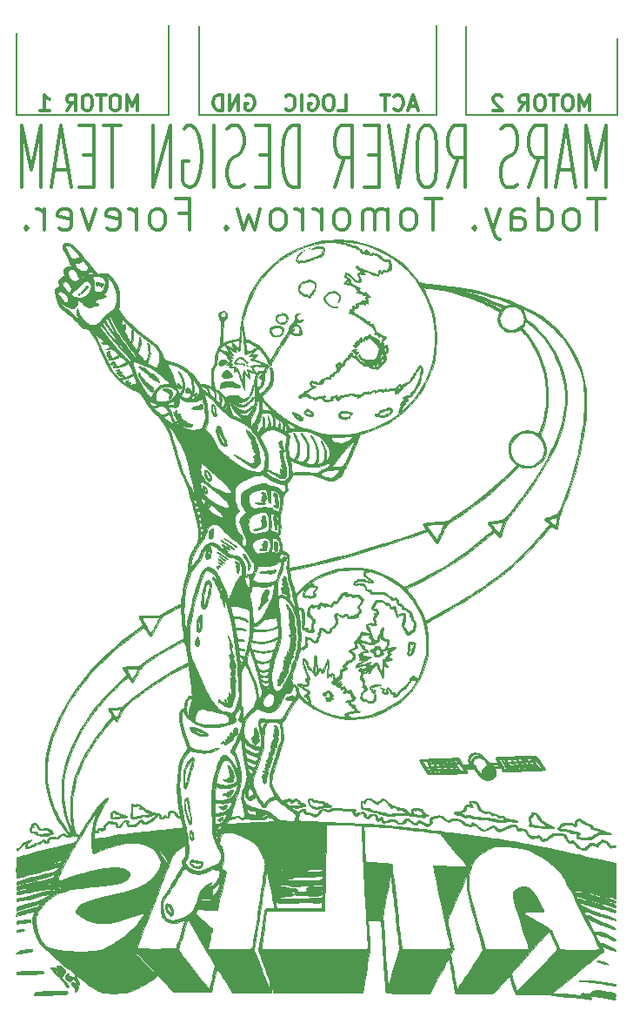
<source format=gbr>
G04 #@! TF.FileFunction,Legend,Bot*
%FSLAX46Y46*%
G04 Gerber Fmt 4.6, Leading zero omitted, Abs format (unit mm)*
G04 Created by KiCad (PCBNEW 4.0.7) date 08/13/18 10:29:34*
%MOMM*%
%LPD*%
G01*
G04 APERTURE LIST*
%ADD10C,0.100000*%
%ADD11C,0.300000*%
%ADD12C,0.200000*%
%ADD13C,0.010000*%
G04 APERTURE END LIST*
D10*
D11*
X176079573Y-155583143D02*
X174422430Y-155583143D01*
X175251001Y-158583143D02*
X175251001Y-155583143D01*
X173041477Y-158583143D02*
X173317668Y-158440286D01*
X173455763Y-158297429D01*
X173593858Y-158011714D01*
X173593858Y-157154571D01*
X173455763Y-156868857D01*
X173317668Y-156726000D01*
X173041477Y-156583143D01*
X172627191Y-156583143D01*
X172351001Y-156726000D01*
X172212906Y-156868857D01*
X172074810Y-157154571D01*
X172074810Y-158011714D01*
X172212906Y-158297429D01*
X172351001Y-158440286D01*
X172627191Y-158583143D01*
X173041477Y-158583143D01*
X169589096Y-158583143D02*
X169589096Y-155583143D01*
X169589096Y-158440286D02*
X169865286Y-158583143D01*
X170417667Y-158583143D01*
X170693858Y-158440286D01*
X170831953Y-158297429D01*
X170970048Y-158011714D01*
X170970048Y-157154571D01*
X170831953Y-156868857D01*
X170693858Y-156726000D01*
X170417667Y-156583143D01*
X169865286Y-156583143D01*
X169589096Y-156726000D01*
X166965286Y-158583143D02*
X166965286Y-157011714D01*
X167103381Y-156726000D01*
X167379571Y-156583143D01*
X167931952Y-156583143D01*
X168208143Y-156726000D01*
X166965286Y-158440286D02*
X167241476Y-158583143D01*
X167931952Y-158583143D01*
X168208143Y-158440286D01*
X168346238Y-158154571D01*
X168346238Y-157868857D01*
X168208143Y-157583143D01*
X167931952Y-157440286D01*
X167241476Y-157440286D01*
X166965286Y-157297429D01*
X165860523Y-156583143D02*
X165170047Y-158583143D01*
X164479571Y-156583143D02*
X165170047Y-158583143D01*
X165446238Y-159297429D01*
X165584333Y-159440286D01*
X165860523Y-159583143D01*
X163374809Y-158297429D02*
X163236714Y-158440286D01*
X163374809Y-158583143D01*
X163512904Y-158440286D01*
X163374809Y-158297429D01*
X163374809Y-158583143D01*
X160198619Y-155583143D02*
X158541476Y-155583143D01*
X159370047Y-158583143D02*
X159370047Y-155583143D01*
X157160523Y-158583143D02*
X157436714Y-158440286D01*
X157574809Y-158297429D01*
X157712904Y-158011714D01*
X157712904Y-157154571D01*
X157574809Y-156868857D01*
X157436714Y-156726000D01*
X157160523Y-156583143D01*
X156746237Y-156583143D01*
X156470047Y-156726000D01*
X156331952Y-156868857D01*
X156193856Y-157154571D01*
X156193856Y-158011714D01*
X156331952Y-158297429D01*
X156470047Y-158440286D01*
X156746237Y-158583143D01*
X157160523Y-158583143D01*
X154950999Y-158583143D02*
X154950999Y-156583143D01*
X154950999Y-156868857D02*
X154812904Y-156726000D01*
X154536713Y-156583143D01*
X154122427Y-156583143D01*
X153846237Y-156726000D01*
X153708142Y-157011714D01*
X153708142Y-158583143D01*
X153708142Y-157011714D02*
X153570046Y-156726000D01*
X153293856Y-156583143D01*
X152879570Y-156583143D01*
X152603380Y-156726000D01*
X152465285Y-157011714D01*
X152465285Y-158583143D01*
X150670046Y-158583143D02*
X150946237Y-158440286D01*
X151084332Y-158297429D01*
X151222427Y-158011714D01*
X151222427Y-157154571D01*
X151084332Y-156868857D01*
X150946237Y-156726000D01*
X150670046Y-156583143D01*
X150255760Y-156583143D01*
X149979570Y-156726000D01*
X149841475Y-156868857D01*
X149703379Y-157154571D01*
X149703379Y-158011714D01*
X149841475Y-158297429D01*
X149979570Y-158440286D01*
X150255760Y-158583143D01*
X150670046Y-158583143D01*
X148460522Y-158583143D02*
X148460522Y-156583143D01*
X148460522Y-157154571D02*
X148322427Y-156868857D01*
X148184331Y-156726000D01*
X147908141Y-156583143D01*
X147631950Y-156583143D01*
X146665284Y-158583143D02*
X146665284Y-156583143D01*
X146665284Y-157154571D02*
X146527189Y-156868857D01*
X146389093Y-156726000D01*
X146112903Y-156583143D01*
X145836712Y-156583143D01*
X144455760Y-158583143D02*
X144731951Y-158440286D01*
X144870046Y-158297429D01*
X145008141Y-158011714D01*
X145008141Y-157154571D01*
X144870046Y-156868857D01*
X144731951Y-156726000D01*
X144455760Y-156583143D01*
X144041474Y-156583143D01*
X143765284Y-156726000D01*
X143627189Y-156868857D01*
X143489093Y-157154571D01*
X143489093Y-158011714D01*
X143627189Y-158297429D01*
X143765284Y-158440286D01*
X144041474Y-158583143D01*
X144455760Y-158583143D01*
X142522426Y-156583143D02*
X141970045Y-158583143D01*
X141417664Y-157154571D01*
X140865283Y-158583143D01*
X140312902Y-156583143D01*
X139208141Y-158297429D02*
X139070046Y-158440286D01*
X139208141Y-158583143D01*
X139346236Y-158440286D01*
X139208141Y-158297429D01*
X139208141Y-158583143D01*
X134650998Y-157011714D02*
X135617665Y-157011714D01*
X135617665Y-158583143D02*
X135617665Y-155583143D01*
X134236712Y-155583143D01*
X132717665Y-158583143D02*
X132993856Y-158440286D01*
X133131951Y-158297429D01*
X133270046Y-158011714D01*
X133270046Y-157154571D01*
X133131951Y-156868857D01*
X132993856Y-156726000D01*
X132717665Y-156583143D01*
X132303379Y-156583143D01*
X132027189Y-156726000D01*
X131889094Y-156868857D01*
X131750998Y-157154571D01*
X131750998Y-158011714D01*
X131889094Y-158297429D01*
X132027189Y-158440286D01*
X132303379Y-158583143D01*
X132717665Y-158583143D01*
X130508141Y-158583143D02*
X130508141Y-156583143D01*
X130508141Y-157154571D02*
X130370046Y-156868857D01*
X130231950Y-156726000D01*
X129955760Y-156583143D01*
X129679569Y-156583143D01*
X127608141Y-158440286D02*
X127884331Y-158583143D01*
X128436712Y-158583143D01*
X128712903Y-158440286D01*
X128850998Y-158154571D01*
X128850998Y-157011714D01*
X128712903Y-156726000D01*
X128436712Y-156583143D01*
X127884331Y-156583143D01*
X127608141Y-156726000D01*
X127470046Y-157011714D01*
X127470046Y-157297429D01*
X128850998Y-157583143D01*
X126503379Y-156583143D02*
X125812903Y-158583143D01*
X125122427Y-156583143D01*
X122912903Y-158440286D02*
X123189093Y-158583143D01*
X123741474Y-158583143D01*
X124017665Y-158440286D01*
X124155760Y-158154571D01*
X124155760Y-157011714D01*
X124017665Y-156726000D01*
X123741474Y-156583143D01*
X123189093Y-156583143D01*
X122912903Y-156726000D01*
X122774808Y-157011714D01*
X122774808Y-157297429D01*
X124155760Y-157583143D01*
X121531951Y-158583143D02*
X121531951Y-156583143D01*
X121531951Y-157154571D02*
X121393856Y-156868857D01*
X121255760Y-156726000D01*
X120979570Y-156583143D01*
X120703379Y-156583143D01*
X119736713Y-158297429D02*
X119598618Y-158440286D01*
X119736713Y-158583143D01*
X119874808Y-158440286D01*
X119736713Y-158297429D01*
X119736713Y-158583143D01*
X176148620Y-154479286D02*
X176148620Y-148479286D01*
X175181953Y-152765000D01*
X174215286Y-148479286D01*
X174215286Y-154479286D01*
X172972429Y-152765000D02*
X171591477Y-152765000D01*
X173248620Y-154479286D02*
X172281953Y-148479286D01*
X171315286Y-154479286D01*
X168691477Y-154479286D02*
X169658144Y-151622143D01*
X170348620Y-154479286D02*
X170348620Y-148479286D01*
X169243858Y-148479286D01*
X168967667Y-148765000D01*
X168829572Y-149050714D01*
X168691477Y-149622143D01*
X168691477Y-150479286D01*
X168829572Y-151050714D01*
X168967667Y-151336429D01*
X169243858Y-151622143D01*
X170348620Y-151622143D01*
X167586715Y-154193571D02*
X167172429Y-154479286D01*
X166481953Y-154479286D01*
X166205763Y-154193571D01*
X166067667Y-153907857D01*
X165929572Y-153336429D01*
X165929572Y-152765000D01*
X166067667Y-152193571D01*
X166205763Y-151907857D01*
X166481953Y-151622143D01*
X167034334Y-151336429D01*
X167310525Y-151050714D01*
X167448620Y-150765000D01*
X167586715Y-150193571D01*
X167586715Y-149622143D01*
X167448620Y-149050714D01*
X167310525Y-148765000D01*
X167034334Y-148479286D01*
X166343858Y-148479286D01*
X165929572Y-148765000D01*
X160820048Y-154479286D02*
X161786715Y-151622143D01*
X162477191Y-154479286D02*
X162477191Y-148479286D01*
X161372429Y-148479286D01*
X161096238Y-148765000D01*
X160958143Y-149050714D01*
X160820048Y-149622143D01*
X160820048Y-150479286D01*
X160958143Y-151050714D01*
X161096238Y-151336429D01*
X161372429Y-151622143D01*
X162477191Y-151622143D01*
X159024810Y-148479286D02*
X158472429Y-148479286D01*
X158196238Y-148765000D01*
X157920048Y-149336429D01*
X157781953Y-150479286D01*
X157781953Y-152479286D01*
X157920048Y-153622143D01*
X158196238Y-154193571D01*
X158472429Y-154479286D01*
X159024810Y-154479286D01*
X159301000Y-154193571D01*
X159577191Y-153622143D01*
X159715286Y-152479286D01*
X159715286Y-150479286D01*
X159577191Y-149336429D01*
X159301000Y-148765000D01*
X159024810Y-148479286D01*
X156953382Y-148479286D02*
X155986715Y-154479286D01*
X155020048Y-148479286D01*
X154053382Y-151336429D02*
X153086715Y-151336429D01*
X152672429Y-154479286D02*
X154053382Y-154479286D01*
X154053382Y-148479286D01*
X152672429Y-148479286D01*
X149772429Y-154479286D02*
X150739096Y-151622143D01*
X151429572Y-154479286D02*
X151429572Y-148479286D01*
X150324810Y-148479286D01*
X150048619Y-148765000D01*
X149910524Y-149050714D01*
X149772429Y-149622143D01*
X149772429Y-150479286D01*
X149910524Y-151050714D01*
X150048619Y-151336429D01*
X150324810Y-151622143D01*
X151429572Y-151622143D01*
X146320048Y-154479286D02*
X146320048Y-148479286D01*
X145629572Y-148479286D01*
X145215286Y-148765000D01*
X144939095Y-149336429D01*
X144801000Y-149907857D01*
X144662905Y-151050714D01*
X144662905Y-151907857D01*
X144801000Y-153050714D01*
X144939095Y-153622143D01*
X145215286Y-154193571D01*
X145629572Y-154479286D01*
X146320048Y-154479286D01*
X143420048Y-151336429D02*
X142453381Y-151336429D01*
X142039095Y-154479286D02*
X143420048Y-154479286D01*
X143420048Y-148479286D01*
X142039095Y-148479286D01*
X140934333Y-154193571D02*
X140520047Y-154479286D01*
X139829571Y-154479286D01*
X139553381Y-154193571D01*
X139415285Y-153907857D01*
X139277190Y-153336429D01*
X139277190Y-152765000D01*
X139415285Y-152193571D01*
X139553381Y-151907857D01*
X139829571Y-151622143D01*
X140381952Y-151336429D01*
X140658143Y-151050714D01*
X140796238Y-150765000D01*
X140934333Y-150193571D01*
X140934333Y-149622143D01*
X140796238Y-149050714D01*
X140658143Y-148765000D01*
X140381952Y-148479286D01*
X139691476Y-148479286D01*
X139277190Y-148765000D01*
X138034333Y-154479286D02*
X138034333Y-148479286D01*
X135134333Y-148765000D02*
X135410524Y-148479286D01*
X135824809Y-148479286D01*
X136239095Y-148765000D01*
X136515286Y-149336429D01*
X136653381Y-149907857D01*
X136791476Y-151050714D01*
X136791476Y-151907857D01*
X136653381Y-153050714D01*
X136515286Y-153622143D01*
X136239095Y-154193571D01*
X135824809Y-154479286D01*
X135548619Y-154479286D01*
X135134333Y-154193571D01*
X134996238Y-153907857D01*
X134996238Y-151907857D01*
X135548619Y-151907857D01*
X133753381Y-154479286D02*
X133753381Y-148479286D01*
X132096238Y-154479286D01*
X132096238Y-148479286D01*
X128920048Y-148479286D02*
X127262905Y-148479286D01*
X128091476Y-154479286D02*
X128091476Y-148479286D01*
X126296238Y-151336429D02*
X125329571Y-151336429D01*
X124915285Y-154479286D02*
X126296238Y-154479286D01*
X126296238Y-148479286D01*
X124915285Y-148479286D01*
X123810523Y-152765000D02*
X122429571Y-152765000D01*
X124086714Y-154479286D02*
X123120047Y-148479286D01*
X122153380Y-154479286D01*
X121186714Y-154479286D02*
X121186714Y-148479286D01*
X120220047Y-152765000D01*
X119253380Y-148479286D01*
X119253380Y-154479286D01*
X157761571Y-146554000D02*
X157047285Y-146554000D01*
X157904428Y-146982571D02*
X157404428Y-145482571D01*
X156904428Y-146982571D01*
X155547285Y-146839714D02*
X155618714Y-146911143D01*
X155833000Y-146982571D01*
X155975857Y-146982571D01*
X156190142Y-146911143D01*
X156333000Y-146768286D01*
X156404428Y-146625429D01*
X156475857Y-146339714D01*
X156475857Y-146125429D01*
X156404428Y-145839714D01*
X156333000Y-145696857D01*
X156190142Y-145554000D01*
X155975857Y-145482571D01*
X155833000Y-145482571D01*
X155618714Y-145554000D01*
X155547285Y-145625429D01*
X155118714Y-145482571D02*
X154261571Y-145482571D01*
X154690142Y-146982571D02*
X154690142Y-145482571D01*
X150133571Y-146982571D02*
X150847857Y-146982571D01*
X150847857Y-145482571D01*
X149347857Y-145482571D02*
X149062143Y-145482571D01*
X148919285Y-145554000D01*
X148776428Y-145696857D01*
X148705000Y-145982571D01*
X148705000Y-146482571D01*
X148776428Y-146768286D01*
X148919285Y-146911143D01*
X149062143Y-146982571D01*
X149347857Y-146982571D01*
X149490714Y-146911143D01*
X149633571Y-146768286D01*
X149705000Y-146482571D01*
X149705000Y-145982571D01*
X149633571Y-145696857D01*
X149490714Y-145554000D01*
X149347857Y-145482571D01*
X147276428Y-145554000D02*
X147419285Y-145482571D01*
X147633571Y-145482571D01*
X147847856Y-145554000D01*
X147990714Y-145696857D01*
X148062142Y-145839714D01*
X148133571Y-146125429D01*
X148133571Y-146339714D01*
X148062142Y-146625429D01*
X147990714Y-146768286D01*
X147847856Y-146911143D01*
X147633571Y-146982571D01*
X147490714Y-146982571D01*
X147276428Y-146911143D01*
X147204999Y-146839714D01*
X147204999Y-146339714D01*
X147490714Y-146339714D01*
X146562142Y-146982571D02*
X146562142Y-145482571D01*
X144990713Y-146839714D02*
X145062142Y-146911143D01*
X145276428Y-146982571D01*
X145419285Y-146982571D01*
X145633570Y-146911143D01*
X145776428Y-146768286D01*
X145847856Y-146625429D01*
X145919285Y-146339714D01*
X145919285Y-146125429D01*
X145847856Y-145839714D01*
X145776428Y-145696857D01*
X145633570Y-145554000D01*
X145419285Y-145482571D01*
X145276428Y-145482571D01*
X145062142Y-145554000D01*
X144990713Y-145625429D01*
X141096857Y-145554000D02*
X141239714Y-145482571D01*
X141454000Y-145482571D01*
X141668285Y-145554000D01*
X141811143Y-145696857D01*
X141882571Y-145839714D01*
X141954000Y-146125429D01*
X141954000Y-146339714D01*
X141882571Y-146625429D01*
X141811143Y-146768286D01*
X141668285Y-146911143D01*
X141454000Y-146982571D01*
X141311143Y-146982571D01*
X141096857Y-146911143D01*
X141025428Y-146839714D01*
X141025428Y-146339714D01*
X141311143Y-146339714D01*
X140382571Y-146982571D02*
X140382571Y-145482571D01*
X139525428Y-146982571D01*
X139525428Y-145482571D01*
X138811142Y-146982571D02*
X138811142Y-145482571D01*
X138453999Y-145482571D01*
X138239714Y-145554000D01*
X138096856Y-145696857D01*
X138025428Y-145839714D01*
X137953999Y-146125429D01*
X137953999Y-146339714D01*
X138025428Y-146625429D01*
X138096856Y-146768286D01*
X138239714Y-146911143D01*
X138453999Y-146982571D01*
X138811142Y-146982571D01*
X174604571Y-146982571D02*
X174604571Y-145482571D01*
X174104571Y-146554000D01*
X173604571Y-145482571D01*
X173604571Y-146982571D01*
X172604571Y-145482571D02*
X172318857Y-145482571D01*
X172175999Y-145554000D01*
X172033142Y-145696857D01*
X171961714Y-145982571D01*
X171961714Y-146482571D01*
X172033142Y-146768286D01*
X172175999Y-146911143D01*
X172318857Y-146982571D01*
X172604571Y-146982571D01*
X172747428Y-146911143D01*
X172890285Y-146768286D01*
X172961714Y-146482571D01*
X172961714Y-145982571D01*
X172890285Y-145696857D01*
X172747428Y-145554000D01*
X172604571Y-145482571D01*
X171533142Y-145482571D02*
X170675999Y-145482571D01*
X171104570Y-146982571D02*
X171104570Y-145482571D01*
X169890285Y-145482571D02*
X169604571Y-145482571D01*
X169461713Y-145554000D01*
X169318856Y-145696857D01*
X169247428Y-145982571D01*
X169247428Y-146482571D01*
X169318856Y-146768286D01*
X169461713Y-146911143D01*
X169604571Y-146982571D01*
X169890285Y-146982571D01*
X170033142Y-146911143D01*
X170175999Y-146768286D01*
X170247428Y-146482571D01*
X170247428Y-145982571D01*
X170175999Y-145696857D01*
X170033142Y-145554000D01*
X169890285Y-145482571D01*
X167747427Y-146982571D02*
X168247427Y-146268286D01*
X168604570Y-146982571D02*
X168604570Y-145482571D01*
X168033142Y-145482571D01*
X167890284Y-145554000D01*
X167818856Y-145625429D01*
X167747427Y-145768286D01*
X167747427Y-145982571D01*
X167818856Y-146125429D01*
X167890284Y-146196857D01*
X168033142Y-146268286D01*
X168604570Y-146268286D01*
X166033142Y-145625429D02*
X165961713Y-145554000D01*
X165818856Y-145482571D01*
X165461713Y-145482571D01*
X165318856Y-145554000D01*
X165247427Y-145625429D01*
X165175999Y-145768286D01*
X165175999Y-145911143D01*
X165247427Y-146125429D01*
X166104570Y-146982571D01*
X165175999Y-146982571D01*
X130535571Y-146982571D02*
X130535571Y-145482571D01*
X130035571Y-146554000D01*
X129535571Y-145482571D01*
X129535571Y-146982571D01*
X128535571Y-145482571D02*
X128249857Y-145482571D01*
X128106999Y-145554000D01*
X127964142Y-145696857D01*
X127892714Y-145982571D01*
X127892714Y-146482571D01*
X127964142Y-146768286D01*
X128106999Y-146911143D01*
X128249857Y-146982571D01*
X128535571Y-146982571D01*
X128678428Y-146911143D01*
X128821285Y-146768286D01*
X128892714Y-146482571D01*
X128892714Y-145982571D01*
X128821285Y-145696857D01*
X128678428Y-145554000D01*
X128535571Y-145482571D01*
X127464142Y-145482571D02*
X126606999Y-145482571D01*
X127035570Y-146982571D02*
X127035570Y-145482571D01*
X125821285Y-145482571D02*
X125535571Y-145482571D01*
X125392713Y-145554000D01*
X125249856Y-145696857D01*
X125178428Y-145982571D01*
X125178428Y-146482571D01*
X125249856Y-146768286D01*
X125392713Y-146911143D01*
X125535571Y-146982571D01*
X125821285Y-146982571D01*
X125964142Y-146911143D01*
X126106999Y-146768286D01*
X126178428Y-146482571D01*
X126178428Y-145982571D01*
X126106999Y-145696857D01*
X125964142Y-145554000D01*
X125821285Y-145482571D01*
X123678427Y-146982571D02*
X124178427Y-146268286D01*
X124535570Y-146982571D02*
X124535570Y-145482571D01*
X123964142Y-145482571D01*
X123821284Y-145554000D01*
X123749856Y-145625429D01*
X123678427Y-145768286D01*
X123678427Y-145982571D01*
X123749856Y-146125429D01*
X123821284Y-146196857D01*
X123964142Y-146268286D01*
X124535570Y-146268286D01*
X121106999Y-146982571D02*
X121964142Y-146982571D01*
X121535570Y-146982571D02*
X121535570Y-145482571D01*
X121678427Y-145696857D01*
X121821285Y-145839714D01*
X121964142Y-145911143D01*
D12*
X177292000Y-147447000D02*
X177292000Y-139954000D01*
X162560000Y-147447000D02*
X177292000Y-147447000D01*
X162560000Y-138811000D02*
X162560000Y-147447000D01*
X159639000Y-147447000D02*
X159639000Y-138684000D01*
X136525000Y-147447000D02*
X159639000Y-147447000D01*
X136525000Y-138811000D02*
X136525000Y-147447000D01*
X118745000Y-147447000D02*
X133604000Y-147447000D01*
X118745000Y-147447000D02*
X118745000Y-139446000D01*
X133604000Y-138684000D02*
X133604000Y-147447000D01*
D13*
G36*
X149408739Y-159590410D02*
X148951909Y-159620359D01*
X148590000Y-159664607D01*
X147998654Y-159788424D01*
X147361713Y-159969522D01*
X146711217Y-160195893D01*
X146079201Y-160455525D01*
X145497705Y-160736409D01*
X145057856Y-160988703D01*
X144513357Y-161363636D01*
X143960344Y-161802348D01*
X143426712Y-162279828D01*
X142940359Y-162771066D01*
X142529180Y-163251052D01*
X142516926Y-163266783D01*
X141970944Y-164057017D01*
X141502970Y-164915183D01*
X141119110Y-165825394D01*
X140825470Y-166771760D01*
X140628156Y-167738394D01*
X140554095Y-168374391D01*
X140530066Y-168658836D01*
X140507785Y-168901185D01*
X140489220Y-169081555D01*
X140476342Y-169180059D01*
X140473100Y-169192238D01*
X140414012Y-169205975D01*
X140277284Y-169223978D01*
X140133748Y-169238485D01*
X139877419Y-169276954D01*
X139590967Y-169343909D01*
X139312053Y-169428332D01*
X139078341Y-169519203D01*
X138960058Y-169581879D01*
X138827507Y-169667985D01*
X138865309Y-168703688D01*
X138882191Y-168294961D01*
X138898474Y-167981648D01*
X138916881Y-167748779D01*
X138940134Y-167581382D01*
X138970957Y-167464489D01*
X139012070Y-167383127D01*
X139066197Y-167322327D01*
X139125090Y-167275172D01*
X139251609Y-167125487D01*
X139296251Y-166946818D01*
X139274216Y-166810193D01*
X139164733Y-166810193D01*
X139139777Y-166981397D01*
X139042691Y-167088326D01*
X138898558Y-167119106D01*
X138732458Y-167061864D01*
X138692282Y-167033841D01*
X138629802Y-166924133D01*
X138641496Y-166780320D01*
X138722712Y-166645640D01*
X138735368Y-166633530D01*
X138879611Y-166562373D01*
X139020856Y-166584610D01*
X139127106Y-166687077D01*
X139164733Y-166810193D01*
X139274216Y-166810193D01*
X139267283Y-166767214D01*
X139172974Y-166614724D01*
X139021591Y-166517397D01*
X138895718Y-166497000D01*
X138677189Y-166531400D01*
X138529576Y-166642034D01*
X138462688Y-166760824D01*
X138430553Y-166941701D01*
X138483421Y-167143560D01*
X138626032Y-167384367D01*
X138627918Y-167387019D01*
X138673132Y-167456972D01*
X138702062Y-167530070D01*
X138716012Y-167627798D01*
X138716285Y-167771640D01*
X138704185Y-167983081D01*
X138681760Y-168274323D01*
X138658906Y-168590407D01*
X138640233Y-168907822D01*
X138627700Y-169189133D01*
X138623261Y-169392668D01*
X138617946Y-169609886D01*
X138592893Y-169763204D01*
X138534444Y-169898991D01*
X138428938Y-170063615D01*
X138423103Y-170072099D01*
X138238519Y-170427580D01*
X138119585Y-170853688D01*
X138072422Y-171328030D01*
X138072022Y-171356131D01*
X138054486Y-171576029D01*
X137993390Y-171752714D01*
X137898185Y-171908304D01*
X137727293Y-172156783D01*
X137757852Y-173025821D01*
X137788411Y-173894860D01*
X137584640Y-173807188D01*
X137284361Y-173692499D01*
X137035887Y-173633507D01*
X136847105Y-173620044D01*
X136741283Y-173613215D01*
X136658560Y-173580070D01*
X136575896Y-173501621D01*
X136470248Y-173358879D01*
X136394825Y-173247326D01*
X136019294Y-172765421D01*
X135577947Y-172335303D01*
X135088414Y-171968723D01*
X134568327Y-171677431D01*
X134035315Y-171473179D01*
X133589261Y-171377305D01*
X133447395Y-171348742D01*
X133332029Y-171294787D01*
X133229505Y-171199500D01*
X133226626Y-171195249D01*
X132685631Y-171195249D01*
X132651819Y-171474054D01*
X132581545Y-171687435D01*
X132471728Y-171880820D01*
X132388153Y-171986116D01*
X132318516Y-172018722D01*
X132316885Y-172018739D01*
X132245288Y-171993405D01*
X132107055Y-171926747D01*
X131931115Y-171832784D01*
X131918013Y-171825478D01*
X131734182Y-171729347D01*
X131579084Y-171660142D01*
X131485144Y-171632269D01*
X131482975Y-171632218D01*
X131440548Y-171615535D01*
X131454353Y-171552730D01*
X131529633Y-171424670D01*
X131547276Y-171397544D01*
X131575504Y-171348216D01*
X129898913Y-171348216D01*
X129880736Y-171442207D01*
X129852791Y-171466565D01*
X129800679Y-171428877D01*
X129686042Y-171324641D01*
X129522707Y-171167104D01*
X129324495Y-170969510D01*
X129175616Y-170817761D01*
X128937191Y-170568626D01*
X128703472Y-170317312D01*
X128495653Y-170087094D01*
X128334929Y-169901246D01*
X128283110Y-169837652D01*
X128151017Y-169670808D01*
X127971179Y-169444402D01*
X127764824Y-169185124D01*
X127553177Y-168919660D01*
X127498866Y-168851623D01*
X127268994Y-168559787D01*
X127104298Y-168339307D01*
X126997816Y-168177922D01*
X126942587Y-168063368D01*
X126931648Y-167983385D01*
X126958039Y-167925710D01*
X126967418Y-167915539D01*
X127031457Y-167896703D01*
X127110268Y-167972014D01*
X127123226Y-167990119D01*
X127265734Y-168183636D01*
X127467143Y-168441905D01*
X127712772Y-168747324D01*
X127987940Y-169082296D01*
X128277966Y-169429218D01*
X128568169Y-169770493D01*
X128843869Y-170088521D01*
X129090385Y-170365701D01*
X129245002Y-170533759D01*
X129510164Y-170823196D01*
X129710585Y-171057436D01*
X129841250Y-171230234D01*
X129897144Y-171335345D01*
X129898913Y-171348216D01*
X131575504Y-171348216D01*
X131686533Y-171154195D01*
X131767050Y-170922166D01*
X131795975Y-170665481D01*
X131780451Y-170348162D01*
X131771820Y-170266982D01*
X131740864Y-170038595D01*
X131705376Y-169843417D01*
X131671687Y-169714704D01*
X131662649Y-169693591D01*
X131593309Y-169609071D01*
X131533624Y-169595010D01*
X131514761Y-169653131D01*
X131521993Y-169685804D01*
X131542175Y-169784103D01*
X131569652Y-169958699D01*
X131599271Y-170176160D01*
X131606506Y-170234112D01*
X131631963Y-170489812D01*
X131633014Y-170676059D01*
X131608069Y-170831452D01*
X131577721Y-170932552D01*
X131492498Y-171123868D01*
X131390226Y-171269041D01*
X131289506Y-171345588D01*
X131233936Y-171347993D01*
X131179834Y-171297677D01*
X131078314Y-171179210D01*
X131055759Y-171150771D01*
X130561522Y-171150771D01*
X130529522Y-171160334D01*
X130441483Y-171094669D01*
X130309346Y-170965579D01*
X130145054Y-170784868D01*
X130037179Y-170655930D01*
X129824680Y-170655930D01*
X129824564Y-170693433D01*
X129822727Y-170693522D01*
X129781387Y-170652203D01*
X129684247Y-170537778D01*
X129543008Y-170364549D01*
X129519132Y-170334609D01*
X129291522Y-170334609D01*
X129263913Y-170362218D01*
X129236304Y-170334609D01*
X129263913Y-170307000D01*
X129291522Y-170334609D01*
X129519132Y-170334609D01*
X129445392Y-170242143D01*
X129218101Y-170242143D01*
X129199103Y-170251783D01*
X129142175Y-170213044D01*
X129032531Y-170109352D01*
X128889448Y-169959496D01*
X128816669Y-169879065D01*
X128503342Y-169520154D01*
X128185904Y-169144222D01*
X127883802Y-168775072D01*
X127616483Y-168436503D01*
X127403393Y-168152316D01*
X127386144Y-168128266D01*
X127249782Y-167927192D01*
X127177473Y-167791673D01*
X127160968Y-167703788D01*
X127173950Y-167667203D01*
X127245924Y-167584903D01*
X127280032Y-167564318D01*
X127328000Y-167601721D01*
X127421290Y-167715389D01*
X127546672Y-167887951D01*
X127690913Y-168102039D01*
X127698177Y-168113205D01*
X127855949Y-168348335D01*
X128063553Y-168646455D01*
X128303326Y-168983152D01*
X128557601Y-169334009D01*
X128808716Y-169674610D01*
X129039006Y-169980539D01*
X129195467Y-170182761D01*
X129218101Y-170242143D01*
X129445392Y-170242143D01*
X129369368Y-170146814D01*
X129224119Y-169961891D01*
X129003289Y-169675999D01*
X128778684Y-169380013D01*
X128571315Y-169101966D01*
X128402195Y-168869889D01*
X128344587Y-168788522D01*
X128090336Y-168421940D01*
X127866993Y-168095138D01*
X127681135Y-167818046D01*
X127539335Y-167600593D01*
X127448168Y-167452711D01*
X127414209Y-167384329D01*
X127414130Y-167383186D01*
X127450734Y-167318845D01*
X127516465Y-167249765D01*
X127563889Y-167214287D01*
X127606346Y-167214751D01*
X127655464Y-167265489D01*
X127722868Y-167380831D01*
X127820184Y-167575110D01*
X127879074Y-167696751D01*
X128099431Y-168116745D01*
X128379501Y-168592569D01*
X128703289Y-169099654D01*
X129054799Y-169613431D01*
X129418037Y-170109331D01*
X129614371Y-170362218D01*
X129755619Y-170547120D01*
X129824680Y-170655930D01*
X130037179Y-170655930D01*
X129960548Y-170564338D01*
X129931322Y-170527870D01*
X129766180Y-170314943D01*
X129561142Y-170042014D01*
X129332914Y-169732185D01*
X129098203Y-169408560D01*
X128873714Y-169094241D01*
X128676155Y-168812334D01*
X128522231Y-168585940D01*
X128476872Y-168516493D01*
X128374816Y-168345570D01*
X128244918Y-168111296D01*
X128106967Y-167849952D01*
X128024169Y-167686409D01*
X127899344Y-167425666D01*
X127825279Y-167245370D01*
X127796912Y-167130679D01*
X127809186Y-167066750D01*
X127811780Y-167063374D01*
X127882719Y-167008966D01*
X127948019Y-167037433D01*
X128017381Y-167158007D01*
X128079089Y-167317801D01*
X128174565Y-167537365D01*
X128329840Y-167830760D01*
X128536558Y-168184926D01*
X128786358Y-168586801D01*
X129070882Y-169023326D01*
X129381771Y-169481439D01*
X129710667Y-169948080D01*
X130049210Y-170410188D01*
X130110345Y-170491636D01*
X130275930Y-170715623D01*
X130414197Y-170910725D01*
X130512810Y-171058922D01*
X130559434Y-171142193D01*
X130561522Y-171150771D01*
X131055759Y-171150771D01*
X130947025Y-171013673D01*
X130877579Y-170922306D01*
X130573024Y-170516090D01*
X130710693Y-170215381D01*
X130801059Y-169946725D01*
X130850339Y-169648147D01*
X130854109Y-169363635D01*
X130816742Y-169161239D01*
X130766589Y-169053393D01*
X130726591Y-169051565D01*
X130698729Y-169151643D01*
X130684981Y-169349511D01*
X130683876Y-169437326D01*
X130669194Y-169699291D01*
X130630416Y-169941169D01*
X130574002Y-170137544D01*
X130506411Y-170262996D01*
X130466503Y-170292659D01*
X130403344Y-170262842D01*
X130318315Y-170164577D01*
X130294026Y-170127640D01*
X130187421Y-169968691D01*
X130080272Y-169828318D01*
X130071348Y-169817864D01*
X130004092Y-169726317D01*
X129993973Y-169642196D01*
X130036904Y-169515120D01*
X130045184Y-169495172D01*
X130102553Y-169273089D01*
X130125952Y-168988202D01*
X130113409Y-168683404D01*
X130089973Y-168520122D01*
X130048105Y-168370154D01*
X130005312Y-168323854D01*
X129971057Y-168374945D01*
X129954804Y-168517149D01*
X129955879Y-168609065D01*
X129963379Y-168920978D01*
X129954675Y-169142581D01*
X129927924Y-169293060D01*
X129881282Y-169391602D01*
X129880601Y-169392537D01*
X129843297Y-169428904D01*
X129802817Y-169421091D01*
X129748005Y-169355521D01*
X129667702Y-169218617D01*
X129550752Y-168996801D01*
X129542891Y-168981590D01*
X129424861Y-168749314D01*
X129352093Y-168589498D01*
X129317687Y-168477264D01*
X129314743Y-168387734D01*
X129336361Y-168296030D01*
X129345171Y-168268709D01*
X129386822Y-168077635D01*
X129389708Y-167900938D01*
X129356063Y-167771830D01*
X129308671Y-167726359D01*
X129260033Y-167761078D01*
X129229891Y-167897496D01*
X129225845Y-167942970D01*
X129208696Y-168181131D01*
X129081415Y-167942696D01*
X129005876Y-167783877D01*
X128984069Y-167666501D01*
X129008684Y-167539984D01*
X129018683Y-167508679D01*
X129069934Y-167353387D01*
X128904428Y-167353387D01*
X128876025Y-167380478D01*
X128837576Y-167335245D01*
X128793639Y-167240000D01*
X128738444Y-167070553D01*
X128707072Y-166950108D01*
X128689796Y-166860553D01*
X128703411Y-166854102D01*
X128759807Y-166935282D01*
X128789458Y-166981487D01*
X128860645Y-167121592D01*
X128901394Y-167256737D01*
X128904428Y-167353387D01*
X129069934Y-167353387D01*
X129083231Y-167313097D01*
X129449659Y-167669326D01*
X129866251Y-168054317D01*
X130320291Y-168433004D01*
X130837718Y-168826557D01*
X131091454Y-169009391D01*
X131440874Y-169270869D01*
X131771800Y-169543241D01*
X132068159Y-169811463D01*
X132313878Y-170060486D01*
X132492882Y-170275264D01*
X132566081Y-170389826D01*
X132642274Y-170612130D01*
X132682287Y-170894273D01*
X132685631Y-171195249D01*
X133226626Y-171195249D01*
X133126162Y-171046938D01*
X133008344Y-170821160D01*
X132884163Y-170554371D01*
X132700274Y-170213522D01*
X132463015Y-169895955D01*
X132156275Y-169583488D01*
X131763941Y-169257939D01*
X131676994Y-169192059D01*
X131072598Y-168731705D01*
X130553576Y-168317912D01*
X130109937Y-167941546D01*
X129731692Y-167593476D01*
X129408853Y-167264567D01*
X129131428Y-166945688D01*
X128922298Y-166673542D01*
X128670277Y-166325519D01*
X128739712Y-165998326D01*
X128775421Y-165728032D01*
X128787059Y-165400580D01*
X128536681Y-165400580D01*
X128514763Y-165582400D01*
X128444231Y-165910442D01*
X128355089Y-166156280D01*
X128227305Y-166348136D01*
X128040845Y-166514232D01*
X127775675Y-166682789D01*
X127705287Y-166722724D01*
X127450589Y-166907512D01*
X127166883Y-167191473D01*
X127047221Y-167330861D01*
X126881927Y-167522110D01*
X126730423Y-167682188D01*
X126613035Y-167790406D01*
X126562804Y-167823923D01*
X126336945Y-167869837D01*
X126068942Y-167855420D01*
X125934012Y-167825301D01*
X125786275Y-167752152D01*
X125594746Y-167614679D01*
X125384616Y-167434798D01*
X125181076Y-167234423D01*
X125009318Y-167035471D01*
X124977930Y-166993560D01*
X124843575Y-166731817D01*
X124786136Y-166497330D01*
X124752924Y-166329239D01*
X124715951Y-166266964D01*
X124680707Y-166306273D01*
X124652678Y-166442934D01*
X124639531Y-166610378D01*
X124641040Y-166804580D01*
X124677250Y-166954110D01*
X124764365Y-167114146D01*
X124805933Y-167177023D01*
X124900380Y-167325702D01*
X124925612Y-167390139D01*
X124881345Y-167370153D01*
X124767293Y-167265566D01*
X124583170Y-167076197D01*
X124493088Y-166980161D01*
X124232088Y-166727872D01*
X123973024Y-166527808D01*
X123830479Y-166443092D01*
X123677414Y-166350894D01*
X123506721Y-166226440D01*
X123338677Y-166087779D01*
X123193562Y-165952960D01*
X123091653Y-165840032D01*
X123053229Y-165767045D01*
X123057580Y-165755144D01*
X123115008Y-165766798D01*
X123245553Y-165820577D01*
X123425135Y-165906177D01*
X123502171Y-165945394D01*
X123725898Y-166051936D01*
X123942168Y-166139240D01*
X124111069Y-166191529D01*
X124138187Y-166196812D01*
X124296735Y-166207790D01*
X124419425Y-166166562D01*
X124538160Y-166078323D01*
X124653874Y-165967107D01*
X124698600Y-165866314D01*
X124693589Y-165725643D01*
X124692065Y-165714049D01*
X124679013Y-165577351D01*
X124706089Y-165517854D01*
X124797791Y-165503431D01*
X124852960Y-165503087D01*
X125001951Y-165524753D01*
X125086396Y-165603563D01*
X125101162Y-165632605D01*
X125181912Y-165734635D01*
X125327153Y-165860210D01*
X125504662Y-165987204D01*
X125682216Y-166093491D01*
X125827593Y-166156944D01*
X125877509Y-166165696D01*
X125994593Y-166144066D01*
X126151877Y-166090568D01*
X126187317Y-166075658D01*
X126377838Y-166005304D01*
X126568773Y-165953779D01*
X126585869Y-165950482D01*
X126730832Y-165899671D01*
X126780252Y-165831832D01*
X126732723Y-165768986D01*
X126599674Y-165734262D01*
X126464937Y-165704559D01*
X126425857Y-165637048D01*
X126471709Y-165510287D01*
X126479879Y-165494782D01*
X126587023Y-165388933D01*
X123820016Y-165388933D01*
X123806677Y-165536162D01*
X123791484Y-165581397D01*
X123713299Y-165654464D01*
X123584049Y-165659490D01*
X123437294Y-165599388D01*
X123366417Y-165544500D01*
X123245675Y-165404365D01*
X123141583Y-165241386D01*
X123141284Y-165240804D01*
X123067742Y-165122926D01*
X123005022Y-165063179D01*
X122996594Y-165061348D01*
X122919535Y-165014840D01*
X122847501Y-164906530D01*
X122805436Y-164783240D01*
X122808722Y-164708681D01*
X122901832Y-164585334D01*
X123041053Y-164546357D01*
X123209111Y-164585691D01*
X123388729Y-164697272D01*
X123562633Y-164875040D01*
X123653451Y-165005074D01*
X123771334Y-165221896D01*
X123820016Y-165388933D01*
X126587023Y-165388933D01*
X126604386Y-165371781D01*
X126827817Y-165274128D01*
X127140753Y-165205789D01*
X127179456Y-165200336D01*
X127361587Y-165158989D01*
X127459073Y-165101934D01*
X127464571Y-165040246D01*
X127370737Y-164984995D01*
X127330042Y-164973271D01*
X127190736Y-164938308D01*
X127324701Y-164814153D01*
X127497770Y-164600560D01*
X127622028Y-164317649D01*
X127680369Y-164093130D01*
X127696753Y-163891364D01*
X127410525Y-163891364D01*
X127368134Y-164156635D01*
X127256918Y-164394021D01*
X127132191Y-164533234D01*
X126930150Y-164647808D01*
X126707456Y-164660873D01*
X126503043Y-164599216D01*
X126422547Y-164561135D01*
X126373557Y-164514320D01*
X126348251Y-164433462D01*
X126338803Y-164293249D01*
X126337515Y-164088064D01*
X126038132Y-164088064D01*
X126002117Y-164336726D01*
X125895435Y-164585991D01*
X125866433Y-164632326D01*
X125736525Y-164818071D01*
X125624904Y-164938604D01*
X125494668Y-165024369D01*
X125308915Y-165105813D01*
X125277620Y-165118118D01*
X125058105Y-165193607D01*
X124885236Y-165219685D01*
X124708825Y-165200028D01*
X124584330Y-165168904D01*
X124401409Y-165094280D01*
X124237459Y-164990877D01*
X124228181Y-164983110D01*
X124132180Y-164892396D01*
X124112103Y-164824857D01*
X124158515Y-164733597D01*
X124173392Y-164710742D01*
X124295322Y-164575835D01*
X124419107Y-164486803D01*
X124522859Y-164413082D01*
X124636160Y-164315834D01*
X124156304Y-164315834D01*
X124124841Y-164375836D01*
X124045773Y-164486795D01*
X124007110Y-164536402D01*
X123857915Y-164723381D01*
X123567075Y-164409212D01*
X123417727Y-164241197D01*
X123334060Y-164123486D01*
X123302012Y-164029984D01*
X123307522Y-163934597D01*
X123308515Y-163929391D01*
X123376212Y-163725855D01*
X123476680Y-163626062D01*
X123605334Y-163629834D01*
X123757590Y-163736989D01*
X123928862Y-163947347D01*
X123933377Y-163953970D01*
X124042751Y-164119380D01*
X124122261Y-164247919D01*
X124156048Y-164313842D01*
X124156304Y-164315834D01*
X124636160Y-164315834D01*
X124676869Y-164280894D01*
X124855993Y-164112458D01*
X124956956Y-164011546D01*
X125178442Y-163792857D01*
X125347625Y-163649125D01*
X125482709Y-163570311D01*
X125601900Y-163546375D01*
X125723405Y-163567279D01*
X125747932Y-163575379D01*
X125908465Y-163684422D01*
X126006056Y-163862974D01*
X126038132Y-164088064D01*
X126337515Y-164088064D01*
X126337391Y-164068372D01*
X126337391Y-164063337D01*
X126326804Y-163764065D01*
X126292624Y-163548719D01*
X126241647Y-163411924D01*
X126186768Y-163279557D01*
X126172242Y-163187848D01*
X126175884Y-163177250D01*
X126250706Y-163144257D01*
X126324606Y-163136291D01*
X125362293Y-163136291D01*
X125309934Y-163250264D01*
X125255678Y-163324590D01*
X125210227Y-163302624D01*
X125200345Y-163288047D01*
X125200114Y-163287478D01*
X124867593Y-163287478D01*
X124860106Y-163373428D01*
X124789222Y-163455240D01*
X124740133Y-163498179D01*
X124564162Y-163596882D01*
X124378424Y-163593365D01*
X124175452Y-163486100D01*
X124021908Y-163351258D01*
X123891424Y-163207853D01*
X123825693Y-163086035D01*
X123802877Y-162938857D01*
X123801039Y-162876467D01*
X123809654Y-162703255D01*
X123853515Y-162593874D01*
X123945722Y-162506563D01*
X124066066Y-162433642D01*
X124171652Y-162431996D01*
X124249418Y-162459746D01*
X124419556Y-162573072D01*
X124593942Y-162757153D01*
X124743715Y-162977387D01*
X124823439Y-163147969D01*
X124867593Y-163287478D01*
X125200114Y-163287478D01*
X125156025Y-163179095D01*
X125151063Y-163142544D01*
X125196411Y-163086560D01*
X125260652Y-163073522D01*
X125349051Y-163084814D01*
X125362293Y-163136291D01*
X126324606Y-163136291D01*
X126401578Y-163127994D01*
X126595598Y-163127159D01*
X126799863Y-163140445D01*
X126981472Y-163166549D01*
X127107522Y-163204166D01*
X127126073Y-163214917D01*
X127289361Y-163391837D01*
X127384223Y-163626875D01*
X127410525Y-163891364D01*
X127696753Y-163891364D01*
X127708116Y-163751451D01*
X127636441Y-163424843D01*
X127559516Y-163252978D01*
X127505289Y-163125093D01*
X127516866Y-163081870D01*
X127590434Y-163122245D01*
X127722181Y-163245150D01*
X127790720Y-163317621D01*
X128056990Y-163669621D01*
X128273666Y-164081896D01*
X128431803Y-164526467D01*
X128522456Y-164975355D01*
X128536681Y-165400580D01*
X128787059Y-165400580D01*
X128787203Y-165396531D01*
X128776815Y-165040677D01*
X128746014Y-164697323D01*
X128696558Y-164403322D01*
X128656846Y-164260696D01*
X128565202Y-164055190D01*
X128425742Y-163808794D01*
X128256826Y-163547913D01*
X128076819Y-163298952D01*
X127904082Y-163088318D01*
X127756980Y-162942415D01*
X127721693Y-162915952D01*
X127615930Y-162853513D01*
X127509240Y-162818691D01*
X127376250Y-162810496D01*
X127191588Y-162827937D01*
X126929882Y-162870022D01*
X126860470Y-162882307D01*
X126758847Y-162894725D01*
X126679219Y-162878108D01*
X126621835Y-162835050D01*
X126253688Y-162835050D01*
X126245599Y-162907702D01*
X126148421Y-162947330D01*
X125953013Y-162961705D01*
X125898666Y-162962242D01*
X125625593Y-162963087D01*
X125841960Y-162764903D01*
X126058327Y-162566718D01*
X126181830Y-162721606D01*
X126253688Y-162835050D01*
X126621835Y-162835050D01*
X126596935Y-162816367D01*
X126487345Y-162693416D01*
X126393269Y-162577388D01*
X126256744Y-162411593D01*
X126141614Y-162279758D01*
X126140746Y-162278874D01*
X125743600Y-162278874D01*
X125735929Y-162353971D01*
X125679666Y-162439766D01*
X125643166Y-162486293D01*
X125549756Y-162578992D01*
X125433864Y-162621815D01*
X125262592Y-162631783D01*
X125126737Y-162627053D01*
X125024235Y-162601734D01*
X124926350Y-162539133D01*
X124804342Y-162422556D01*
X124686817Y-162297331D01*
X124543821Y-162136955D01*
X124435787Y-162004511D01*
X124380693Y-161922441D01*
X124377174Y-161910809D01*
X124426207Y-161878365D01*
X124548866Y-161860166D01*
X124600785Y-161858739D01*
X124801623Y-161834591D01*
X124987348Y-161772090D01*
X125121931Y-161686156D01*
X125164770Y-161625227D01*
X125215103Y-161600918D01*
X125308279Y-161659032D01*
X125430612Y-161787121D01*
X125568418Y-161972737D01*
X125600312Y-162021398D01*
X125699465Y-162179632D01*
X125743600Y-162278874D01*
X126140746Y-162278874D01*
X126069017Y-162205905D01*
X126061245Y-162200068D01*
X125994617Y-162130969D01*
X125907255Y-162009271D01*
X125891233Y-161983954D01*
X125798308Y-161856076D01*
X125656110Y-161685043D01*
X125493658Y-161505585D01*
X125475966Y-161486997D01*
X125320064Y-161311870D01*
X125189385Y-161143013D01*
X125174064Y-161118258D01*
X124854397Y-161118258D01*
X124852861Y-161220154D01*
X124784560Y-161300418D01*
X124708478Y-161345782D01*
X124520517Y-161404295D01*
X124321550Y-161411396D01*
X124154303Y-161368834D01*
X124087119Y-161320370D01*
X123999420Y-161198892D01*
X123893875Y-161019303D01*
X123783976Y-160809362D01*
X123683215Y-160596827D01*
X123605084Y-160409458D01*
X123563076Y-160275012D01*
X123559917Y-160235691D01*
X123604602Y-160147220D01*
X123723338Y-160106116D01*
X123760321Y-160101765D01*
X123845276Y-160101069D01*
X123926387Y-160125291D01*
X124021734Y-160187163D01*
X124149399Y-160299418D01*
X124327465Y-160474788D01*
X124412481Y-160561009D01*
X124638799Y-160800862D01*
X124784573Y-160982553D01*
X124854397Y-161118258D01*
X125174064Y-161118258D01*
X125109167Y-161013401D01*
X125103344Y-161000127D01*
X125031913Y-160890439D01*
X124893003Y-160730166D01*
X124705232Y-160537881D01*
X124487220Y-160332158D01*
X124257584Y-160131570D01*
X124123301Y-160022457D01*
X123901112Y-159892215D01*
X123689665Y-159845383D01*
X123506690Y-159874757D01*
X123369919Y-159973132D01*
X123297082Y-160133300D01*
X123305909Y-160348057D01*
X123307330Y-160354065D01*
X123364542Y-160519560D01*
X123462958Y-160739847D01*
X123583531Y-160977167D01*
X123707214Y-161193765D01*
X123802959Y-161336533D01*
X123894607Y-161507010D01*
X123899929Y-161623671D01*
X123912559Y-161768033D01*
X123984932Y-161905923D01*
X124073069Y-162039218D01*
X124089823Y-162107578D01*
X124032912Y-162132211D01*
X123960301Y-162134826D01*
X123771888Y-162172277D01*
X123576854Y-162265548D01*
X123446512Y-162373624D01*
X123385068Y-162520518D01*
X123372569Y-162733290D01*
X123404410Y-162949283D01*
X123424993Y-163071794D01*
X123398134Y-163121073D01*
X123338270Y-163128739D01*
X123219603Y-163169949D01*
X123080499Y-163271363D01*
X122957124Y-163399654D01*
X122885646Y-163521497D01*
X122879765Y-163551219D01*
X122874581Y-163646666D01*
X122877604Y-163719830D01*
X122892981Y-163821236D01*
X122909674Y-163915587D01*
X122925503Y-164053536D01*
X122902250Y-164113077D01*
X122858688Y-164122652D01*
X122732507Y-164170310D01*
X122611032Y-164288883D01*
X122524202Y-164441776D01*
X122499782Y-164561393D01*
X122516980Y-164696459D01*
X122562238Y-164894293D01*
X122626054Y-165113814D01*
X122631282Y-165129881D01*
X122708125Y-165367120D01*
X122782386Y-165601379D01*
X122837146Y-165779174D01*
X122957596Y-166024903D01*
X123165012Y-166278096D01*
X123439573Y-166518063D01*
X123721337Y-166702061D01*
X123962716Y-166870602D01*
X124230821Y-167114680D01*
X124411555Y-167307960D01*
X124672602Y-167600923D01*
X124876592Y-167819591D01*
X125036362Y-167975175D01*
X125164745Y-168078883D01*
X125274579Y-168141924D01*
X125378700Y-168175508D01*
X125412120Y-168181739D01*
X125580673Y-168210327D01*
X125718255Y-168236073D01*
X125730000Y-168238512D01*
X125811180Y-168299781D01*
X125935548Y-168455156D01*
X126098909Y-168698988D01*
X126226956Y-168907147D01*
X126407951Y-169212130D01*
X126542509Y-169447961D01*
X126642858Y-169639056D01*
X126721223Y-169809827D01*
X126789831Y-169984691D01*
X126845025Y-170141348D01*
X126936881Y-170377802D01*
X127068641Y-170674282D01*
X127228865Y-171008870D01*
X127406116Y-171359648D01*
X127588955Y-171704699D01*
X127765943Y-172022104D01*
X127925643Y-172289945D01*
X128056614Y-172486305D01*
X128094084Y-172534736D01*
X128528524Y-173022632D01*
X128960744Y-173421503D01*
X129414731Y-173749601D01*
X129914474Y-174025180D01*
X130247766Y-174173533D01*
X130498140Y-174292685D01*
X130707539Y-174434201D01*
X130894508Y-174617093D01*
X131077592Y-174860370D01*
X131275337Y-175183046D01*
X131334249Y-175287325D01*
X131492212Y-175561101D01*
X131636288Y-175783237D01*
X131789573Y-175983396D01*
X131975167Y-176191240D01*
X132216167Y-176436433D01*
X132271812Y-176491348D01*
X132543473Y-176766214D01*
X132780147Y-177026227D01*
X132987879Y-177283751D01*
X133172711Y-177551150D01*
X133340688Y-177840788D01*
X133497853Y-178165028D01*
X133650251Y-178536236D01*
X133803926Y-178966773D01*
X133964921Y-179469006D01*
X134139280Y-180055297D01*
X134313406Y-180667834D01*
X134436707Y-181104582D01*
X134539066Y-181456083D01*
X134628168Y-181743753D01*
X134711697Y-181989003D01*
X134797339Y-182213249D01*
X134892777Y-182437904D01*
X135005698Y-182684382D01*
X135133053Y-182951783D01*
X135309161Y-183339377D01*
X135448212Y-183700967D01*
X135567322Y-184084972D01*
X135660523Y-184444003D01*
X135752779Y-184806500D01*
X135860661Y-185206032D01*
X135970957Y-185594889D01*
X136070453Y-185925364D01*
X136073447Y-185934873D01*
X136249550Y-186577105D01*
X136376102Y-187219996D01*
X136448528Y-187834039D01*
X136462250Y-188389726D01*
X136460657Y-188431174D01*
X136445903Y-188686233D01*
X136423590Y-188861147D01*
X136386591Y-188986207D01*
X136327779Y-189091703D01*
X136294311Y-189138193D01*
X136170800Y-189327179D01*
X136026257Y-189586155D01*
X135877605Y-189881403D01*
X135741768Y-190179207D01*
X135635669Y-190445850D01*
X135630188Y-190461348D01*
X135578347Y-190657132D01*
X135529687Y-190926486D01*
X135490296Y-191232583D01*
X135475032Y-191400044D01*
X135436097Y-191771712D01*
X135382561Y-192083532D01*
X135318723Y-192310616D01*
X135316944Y-192315216D01*
X135243168Y-192537336D01*
X135160063Y-192841058D01*
X135073551Y-193198607D01*
X134989551Y-193582209D01*
X134913982Y-193964088D01*
X134852764Y-194316470D01*
X134811817Y-194611580D01*
X134799998Y-194740696D01*
X134790209Y-194842261D01*
X134764154Y-194917230D01*
X134703317Y-194982543D01*
X134589185Y-195055139D01*
X134403241Y-195151955D01*
X134286980Y-195210044D01*
X134016542Y-195348654D01*
X133699926Y-195516777D01*
X133386251Y-195688120D01*
X133229584Y-195776022D01*
X132670860Y-196093522D01*
X131671408Y-196093522D01*
X131295359Y-196093443D01*
X131019055Y-196097801D01*
X130831833Y-196113484D01*
X130723031Y-196147382D01*
X130681986Y-196206384D01*
X130698036Y-196297380D01*
X130760519Y-196427258D01*
X130858771Y-196602908D01*
X130865217Y-196614421D01*
X130960730Y-196793161D01*
X131029809Y-196937589D01*
X131058361Y-197018098D01*
X131058478Y-197020420D01*
X131015818Y-197072117D01*
X130898290Y-197174374D01*
X130721578Y-197314530D01*
X130501362Y-197479925D01*
X130382065Y-197566534D01*
X129229339Y-198432106D01*
X128168985Y-199308885D01*
X127183029Y-200212499D01*
X126262801Y-201148610D01*
X125296814Y-202258066D01*
X124428548Y-203412564D01*
X123660319Y-204608760D01*
X122994444Y-205843314D01*
X122961010Y-205911903D01*
X122574678Y-206745784D01*
X122258083Y-207514987D01*
X122006718Y-208236591D01*
X121816077Y-208927674D01*
X121681654Y-209605313D01*
X121598943Y-210286586D01*
X121563437Y-210988572D01*
X121561309Y-211216498D01*
X121609513Y-212249976D01*
X121755982Y-213236045D01*
X122002670Y-214181336D01*
X122351530Y-215092475D01*
X122804516Y-215976093D01*
X123109241Y-216468739D01*
X123270602Y-216708876D01*
X123432479Y-216940867D01*
X123572662Y-217133310D01*
X123646238Y-217227978D01*
X123750978Y-217364719D01*
X123785048Y-217437678D01*
X123754823Y-217462198D01*
X123743730Y-217462652D01*
X123634886Y-217430025D01*
X123510827Y-217353841D01*
X123420579Y-217288980D01*
X123348241Y-217273843D01*
X123249589Y-217308714D01*
X123154718Y-217356132D01*
X122989083Y-217453615D01*
X122848616Y-217557525D01*
X122822793Y-217581381D01*
X122750630Y-217643101D01*
X122672980Y-217668786D01*
X122555060Y-217662258D01*
X122377319Y-217630343D01*
X122190567Y-217597050D01*
X122075380Y-217592542D01*
X121995571Y-217621415D01*
X121914953Y-217688263D01*
X121913974Y-217689183D01*
X121822395Y-217793914D01*
X121782049Y-217877060D01*
X121781956Y-217879647D01*
X121743459Y-217968583D01*
X121702981Y-218011630D01*
X121631674Y-218042433D01*
X121572162Y-217979751D01*
X121562995Y-217963174D01*
X121470063Y-217864187D01*
X121362814Y-217871676D01*
X121257985Y-217978561D01*
X121138476Y-218083414D01*
X120926309Y-218165481D01*
X120856386Y-218183439D01*
X120664121Y-218241185D01*
X120504164Y-218310035D01*
X120435303Y-218355157D01*
X120328920Y-218426474D01*
X120178710Y-218497741D01*
X120020590Y-218555671D01*
X119890472Y-218586973D01*
X119826103Y-218580567D01*
X119802992Y-218507460D01*
X119794130Y-218387703D01*
X119810657Y-218277135D01*
X119879369Y-218203496D01*
X120015000Y-218140052D01*
X120150673Y-218070952D01*
X120228570Y-218000663D01*
X120235869Y-217978842D01*
X120229712Y-217930948D01*
X120198135Y-217912140D01*
X120121477Y-217925586D01*
X119980080Y-217974455D01*
X119777813Y-218052681D01*
X119543693Y-218157191D01*
X119396611Y-218256754D01*
X119319967Y-218355442D01*
X119213689Y-218489528D01*
X119068004Y-218598876D01*
X119064265Y-218600834D01*
X118922740Y-218684018D01*
X118817753Y-218762581D01*
X118813201Y-218766998D01*
X118768431Y-218861682D01*
X118805808Y-218936393D01*
X118867465Y-218953522D01*
X118931661Y-218915078D01*
X119047814Y-218813079D01*
X119195671Y-218667522D01*
X119354976Y-218498407D01*
X119505476Y-218325733D01*
X119515237Y-218313933D01*
X119573569Y-218256027D01*
X119608525Y-218281652D01*
X119638601Y-218378101D01*
X119661032Y-218525405D01*
X119652966Y-218631375D01*
X119650903Y-218722471D01*
X119723156Y-218756261D01*
X119874424Y-218732054D01*
X120109406Y-218649161D01*
X120401522Y-218521420D01*
X120602891Y-218432873D01*
X120837492Y-218336036D01*
X120953696Y-218290479D01*
X121130286Y-218213241D01*
X121267905Y-218135449D01*
X121322030Y-218090078D01*
X121377583Y-218039486D01*
X121424996Y-218079788D01*
X121448212Y-218120701D01*
X121550644Y-218214681D01*
X121637298Y-218235696D01*
X121765701Y-218197209D01*
X121882968Y-218105920D01*
X121945505Y-217998082D01*
X121947609Y-217977623D01*
X121984924Y-217900158D01*
X122044239Y-217835420D01*
X122124015Y-217787094D01*
X122235642Y-217774605D01*
X122414134Y-217794834D01*
X122444565Y-217799786D01*
X122620698Y-217825355D01*
X122727929Y-217820710D01*
X122806011Y-217775377D01*
X122892145Y-217681875D01*
X123044810Y-217553699D01*
X123217421Y-217482954D01*
X123377557Y-217477341D01*
X123489214Y-217540078D01*
X123612442Y-217606575D01*
X123825026Y-217628304D01*
X124002954Y-217616548D01*
X124110666Y-217572063D01*
X124171913Y-217504065D01*
X124244669Y-217422239D01*
X124306844Y-217430834D01*
X124327735Y-217448848D01*
X124435556Y-217510454D01*
X124484848Y-217519626D01*
X124596539Y-217552923D01*
X124670331Y-217597123D01*
X124722481Y-217646458D01*
X124728057Y-217702440D01*
X124679929Y-217793215D01*
X124587505Y-217924217D01*
X124527082Y-218007164D01*
X124471726Y-218073764D01*
X124408021Y-218128920D01*
X124322548Y-218177535D01*
X124201893Y-218224511D01*
X124032639Y-218274752D01*
X123801367Y-218333160D01*
X123494663Y-218404638D01*
X123099110Y-218494089D01*
X122913913Y-218535795D01*
X121736206Y-218813800D01*
X120620329Y-219102577D01*
X119589099Y-219396186D01*
X119462826Y-219434285D01*
X118772609Y-219643988D01*
X118757144Y-220315372D01*
X118741680Y-220986757D01*
X119000922Y-220908736D01*
X119148073Y-220872039D01*
X119255779Y-220857842D01*
X119304987Y-220865059D01*
X119276649Y-220892600D01*
X119208447Y-220920592D01*
X118988190Y-221000650D01*
X118851839Y-221063176D01*
X118779272Y-221127716D01*
X118750371Y-221213814D01*
X118745016Y-221341017D01*
X118745000Y-221370807D01*
X118745000Y-221640249D01*
X119338587Y-221482003D01*
X119702642Y-221385145D01*
X120102096Y-221279206D01*
X120521517Y-221168247D01*
X120945474Y-221056327D01*
X121358536Y-220947506D01*
X121745271Y-220845846D01*
X122090249Y-220755404D01*
X122378037Y-220680243D01*
X122593206Y-220624422D01*
X122720323Y-220592000D01*
X122734456Y-220588527D01*
X122816000Y-220593842D01*
X122817387Y-220662029D01*
X122741052Y-220782646D01*
X122670221Y-220863937D01*
X122566803Y-220957879D01*
X122447256Y-221021533D01*
X122277990Y-221068649D01*
X122084623Y-221103604D01*
X121896402Y-221139911D01*
X121633484Y-221200511D01*
X121290707Y-221286770D01*
X120862908Y-221400056D01*
X120344924Y-221541734D01*
X119731594Y-221713170D01*
X119034891Y-221910842D01*
X118866531Y-221964797D01*
X118779757Y-222016650D01*
X118748280Y-222087937D01*
X118745000Y-222148292D01*
X118745000Y-222303020D01*
X119780326Y-222042237D01*
X120214545Y-221930826D01*
X120645149Y-221816602D01*
X121056848Y-221703947D01*
X121434353Y-221597243D01*
X121762373Y-221500872D01*
X122025619Y-221419215D01*
X122208801Y-221356654D01*
X122285650Y-221324264D01*
X122374989Y-221281558D01*
X122403763Y-221272652D01*
X122414281Y-221317903D01*
X122403329Y-221421993D01*
X122379251Y-221537426D01*
X122350392Y-221616706D01*
X122341568Y-221626648D01*
X122275874Y-221646252D01*
X122126597Y-221682127D01*
X121918373Y-221728535D01*
X121754348Y-221763458D01*
X121444254Y-221828556D01*
X121102692Y-221900650D01*
X120789794Y-221967040D01*
X120705217Y-221985075D01*
X120416935Y-222046414D01*
X120107054Y-222111982D01*
X119834955Y-222169217D01*
X119794130Y-222177758D01*
X119535136Y-222235670D01*
X119266388Y-222301727D01*
X119062500Y-222356999D01*
X118886118Y-222412186D01*
X118791193Y-222460913D01*
X118752549Y-222525456D01*
X118745013Y-222628092D01*
X118745000Y-222637942D01*
X118755163Y-222763552D01*
X118795386Y-222803744D01*
X118841630Y-222796320D01*
X118969660Y-222763151D01*
X119177564Y-222716501D01*
X119444979Y-222660281D01*
X119751541Y-222598402D01*
X120076888Y-222534775D01*
X120400656Y-222473310D01*
X120702481Y-222417919D01*
X120962002Y-222372511D01*
X121158855Y-222340998D01*
X121272676Y-222327291D01*
X121285000Y-222327069D01*
X121278561Y-222340226D01*
X121176012Y-222374126D01*
X120989095Y-222425780D01*
X120729554Y-222492197D01*
X120409132Y-222570387D01*
X120039573Y-222657358D01*
X119632620Y-222750120D01*
X119559456Y-222766497D01*
X119247736Y-222836687D01*
X119027827Y-222889556D01*
X118883715Y-222931647D01*
X118799387Y-222969503D01*
X118758828Y-223009665D01*
X118746024Y-223058677D01*
X118745000Y-223099230D01*
X118761936Y-223207689D01*
X118823609Y-223231114D01*
X118841630Y-223227762D01*
X118929653Y-223209778D01*
X119103119Y-223176180D01*
X119338871Y-223131396D01*
X119613751Y-223079851D01*
X119683696Y-223066831D01*
X119999729Y-223007209D01*
X120316323Y-222945962D01*
X120597652Y-222890112D01*
X120807893Y-222846678D01*
X120815652Y-222845011D01*
X121046085Y-222803204D01*
X121338519Y-222761184D01*
X121644729Y-222725555D01*
X121781956Y-222712702D01*
X122080016Y-222692372D01*
X122284916Y-222692818D01*
X122412550Y-222717394D01*
X122478811Y-222769452D01*
X122499590Y-222852346D01*
X122499783Y-222864152D01*
X122484507Y-222919660D01*
X122433522Y-222885000D01*
X122342681Y-222836425D01*
X122194407Y-222823737D01*
X121976663Y-222848093D01*
X121677415Y-222910648D01*
X121382675Y-222985897D01*
X120527912Y-223205014D01*
X119590333Y-223425864D01*
X119200543Y-223512706D01*
X118977919Y-223564121D01*
X118842442Y-223605815D01*
X118772784Y-223648774D01*
X118747617Y-223703985D01*
X118745000Y-223747352D01*
X118751397Y-223824627D01*
X118788821Y-223859802D01*
X118884624Y-223862054D01*
X119034891Y-223844613D01*
X119303466Y-223804002D01*
X119621148Y-223746982D01*
X119955069Y-223680360D01*
X120272359Y-223610945D01*
X120540151Y-223545546D01*
X120699246Y-223499855D01*
X120858633Y-223452595D01*
X121070324Y-223395992D01*
X121310287Y-223335696D01*
X121554490Y-223277359D01*
X121778900Y-223226631D01*
X121959484Y-223189163D01*
X122072210Y-223170606D01*
X122097489Y-223171083D01*
X122071547Y-223213292D01*
X121970333Y-223291956D01*
X121816917Y-223393281D01*
X121634368Y-223503473D01*
X121445754Y-223608738D01*
X121274145Y-223695282D01*
X121142610Y-223749310D01*
X121119348Y-223755960D01*
X120954995Y-223799719D01*
X120724228Y-223865553D01*
X120465930Y-223942255D01*
X120346304Y-223978801D01*
X120042485Y-224071777D01*
X119703937Y-224174156D01*
X119392757Y-224267186D01*
X119324782Y-224287297D01*
X119103038Y-224355546D01*
X118921628Y-224416673D01*
X118806759Y-224461590D01*
X118782096Y-224475458D01*
X118753702Y-224556584D01*
X118754487Y-224657412D01*
X118772609Y-224797798D01*
X119076304Y-224696816D01*
X119283953Y-224629232D01*
X119543948Y-224546771D01*
X119833739Y-224456336D01*
X120130778Y-224364830D01*
X120412516Y-224279157D01*
X120656401Y-224206220D01*
X120839886Y-224152923D01*
X120939891Y-224126284D01*
X121035692Y-224118743D01*
X121064130Y-224135886D01*
X121028364Y-224207454D01*
X120943320Y-224303991D01*
X120842381Y-224394078D01*
X120758928Y-224446297D01*
X120732856Y-224447671D01*
X120653039Y-224446341D01*
X120486597Y-224477156D01*
X120251024Y-224535445D01*
X119963814Y-224616540D01*
X119642461Y-224715772D01*
X119304459Y-224828472D01*
X119299229Y-224830284D01*
X119059735Y-224915251D01*
X118905496Y-224978465D01*
X118816824Y-225032574D01*
X118774034Y-225090226D01*
X118757440Y-225164070D01*
X118755778Y-225179439D01*
X118738948Y-225346064D01*
X119473604Y-225132094D01*
X119830587Y-225029656D01*
X120093822Y-224960897D01*
X120275201Y-224927318D01*
X120386619Y-224930419D01*
X120439968Y-224971698D01*
X120447143Y-225052654D01*
X120420036Y-225174789D01*
X120398283Y-225248669D01*
X120346759Y-225554898D01*
X120348987Y-225929245D01*
X120400523Y-226345969D01*
X120496927Y-226779329D01*
X120633756Y-227203586D01*
X120800976Y-227582211D01*
X121109166Y-228062183D01*
X121401090Y-228393753D01*
X121559213Y-228543965D01*
X121791755Y-228751792D01*
X122086207Y-229006738D01*
X122430057Y-229298307D01*
X122810795Y-229616005D01*
X123215910Y-229949336D01*
X123632892Y-230287803D01*
X124049229Y-230620913D01*
X124167823Y-230714826D01*
X124347868Y-230864536D01*
X124446864Y-230974898D01*
X124475122Y-231068604D01*
X124442952Y-231168346D01*
X124403530Y-231233554D01*
X124357293Y-231354226D01*
X124359246Y-231469822D01*
X124405853Y-231538118D01*
X124429436Y-231543087D01*
X124478727Y-231587313D01*
X124534735Y-231687373D01*
X124574817Y-231794336D01*
X124576332Y-231859274D01*
X124575944Y-231859679D01*
X124514537Y-231855017D01*
X124397448Y-231809609D01*
X124373909Y-231798213D01*
X124212544Y-231742735D01*
X124120453Y-231763739D01*
X124099701Y-231850074D01*
X124152354Y-231990591D01*
X124280480Y-232174141D01*
X124299952Y-232197277D01*
X124420623Y-232355210D01*
X124469649Y-232472989D01*
X124464552Y-232566129D01*
X124455583Y-232678788D01*
X124494912Y-232711359D01*
X124564806Y-232672270D01*
X124647528Y-232569951D01*
X124710616Y-232449186D01*
X124778704Y-232259061D01*
X124781168Y-232150316D01*
X124715959Y-232114028D01*
X124636072Y-232125129D01*
X124534617Y-232121865D01*
X124423083Y-232082651D01*
X124338502Y-232026530D01*
X124317904Y-231972547D01*
X124323825Y-231964552D01*
X124390286Y-231959149D01*
X124523400Y-231979887D01*
X124589472Y-231995238D01*
X124788059Y-232025074D01*
X124898467Y-231993066D01*
X124918320Y-231901130D01*
X124861292Y-231775809D01*
X124719194Y-231538114D01*
X124639052Y-231372945D01*
X124615173Y-231265537D01*
X124640356Y-231202600D01*
X124700983Y-231184797D01*
X124800476Y-231231176D01*
X124956551Y-231350121D01*
X124962415Y-231355001D01*
X125388177Y-231706132D01*
X125745511Y-231990713D01*
X126047511Y-232216687D01*
X126307276Y-232391999D01*
X126537900Y-232524593D01*
X126752480Y-232622414D01*
X126964113Y-232693405D01*
X127185894Y-232745511D01*
X127284411Y-232763537D01*
X127627492Y-232804588D01*
X128031709Y-232825250D01*
X128459941Y-232825958D01*
X128875067Y-232807143D01*
X129239963Y-232769241D01*
X129414029Y-232738667D01*
X129978597Y-232578762D01*
X130566840Y-232341732D01*
X131142815Y-232043410D01*
X131500217Y-231819661D01*
X131690136Y-231695728D01*
X131872370Y-231584182D01*
X131982624Y-231522427D01*
X132141699Y-231424541D01*
X132312583Y-231296698D01*
X132349990Y-231264946D01*
X132538645Y-231099305D01*
X133264991Y-231887174D01*
X133991337Y-232675044D01*
X134443712Y-232705734D01*
X134627637Y-232714238D01*
X134900297Y-232721578D01*
X135239998Y-232727432D01*
X135625042Y-232731476D01*
X136033733Y-232733388D01*
X136298013Y-232733343D01*
X136736401Y-232731542D01*
X137076695Y-232727810D01*
X137331229Y-232721414D01*
X137512337Y-232711621D01*
X137632352Y-232697697D01*
X137703610Y-232678910D01*
X137738443Y-232654525D01*
X137742923Y-232647435D01*
X137768374Y-232569542D01*
X137813556Y-232402182D01*
X137873861Y-232163604D01*
X137944679Y-231872060D01*
X138021403Y-231545802D01*
X138025127Y-231529703D01*
X138101061Y-231209020D01*
X138170889Y-230928719D01*
X138230219Y-230705273D01*
X138274663Y-230555155D01*
X138299831Y-230494838D01*
X138301018Y-230494377D01*
X138339804Y-230538731D01*
X138429334Y-230663606D01*
X138561053Y-230856356D01*
X138726410Y-231104336D01*
X138916852Y-231394901D01*
X139066335Y-231625913D01*
X139794980Y-232757870D01*
X143573349Y-232757870D01*
X143628627Y-232550804D01*
X143683906Y-232343739D01*
X143726817Y-232548030D01*
X143769728Y-232752322D01*
X144578559Y-232769182D01*
X144779180Y-232772181D01*
X145077944Y-232775001D01*
X145462564Y-232777594D01*
X145920749Y-232779913D01*
X146440208Y-232781912D01*
X147008653Y-232783543D01*
X147613793Y-232784760D01*
X148243338Y-232785515D01*
X148884998Y-232785762D01*
X148917789Y-232785760D01*
X152448186Y-232785478D01*
X152627283Y-231736348D01*
X152697424Y-231325801D01*
X152778967Y-230849056D01*
X152864612Y-230348753D01*
X152947062Y-229867532D01*
X153003484Y-229538532D01*
X153069605Y-229148566D01*
X153117944Y-228845341D01*
X153150299Y-228606914D01*
X153168472Y-228411341D01*
X153171692Y-228314203D01*
X152971287Y-228314203D01*
X152968006Y-228442278D01*
X152963256Y-228469554D01*
X152949315Y-228484256D01*
X152915135Y-228497227D01*
X152854213Y-228508581D01*
X152760045Y-228518431D01*
X152626128Y-228526890D01*
X152445960Y-228534073D01*
X152213037Y-228540093D01*
X151920856Y-228545063D01*
X151562915Y-228549098D01*
X151132710Y-228552311D01*
X150623738Y-228554815D01*
X150029496Y-228556725D01*
X149343481Y-228558153D01*
X148559191Y-228559214D01*
X147792136Y-228559927D01*
X142654130Y-228564005D01*
X142653699Y-228383220D01*
X142661304Y-228264048D01*
X142682481Y-228060959D01*
X142714280Y-227799228D01*
X142753752Y-227504131D01*
X142768238Y-227401783D01*
X142819913Y-227038509D01*
X142879462Y-226614488D01*
X142940085Y-226178430D01*
X142994982Y-225779043D01*
X143003343Y-225717652D01*
X143123478Y-224834174D01*
X145920846Y-224819866D01*
X148718214Y-224805559D01*
X148750244Y-224350519D01*
X148755976Y-224240801D01*
X148507174Y-224240801D01*
X148500118Y-224405871D01*
X148482165Y-224521612D01*
X148469730Y-224549516D01*
X148408008Y-224557436D01*
X148247962Y-224564058D01*
X148001696Y-224569256D01*
X147681315Y-224572904D01*
X147298925Y-224574873D01*
X146866628Y-224575038D01*
X146396531Y-224573271D01*
X146276119Y-224572523D01*
X144119950Y-224558087D01*
X144109055Y-224509014D01*
X143868913Y-224509014D01*
X143842407Y-224549232D01*
X143751187Y-224573261D01*
X143577700Y-224584170D01*
X143430433Y-224585696D01*
X143220994Y-224591646D01*
X143057259Y-224607432D01*
X142967997Y-224629959D01*
X142960709Y-224636248D01*
X142942378Y-224706523D01*
X142913216Y-224865346D01*
X142876714Y-225091762D01*
X142836359Y-225364816D01*
X142820483Y-225478313D01*
X142739367Y-226056301D01*
X142655336Y-226634836D01*
X142572219Y-227188548D01*
X142493846Y-227692070D01*
X142424048Y-228120033D01*
X142402887Y-228244192D01*
X142362040Y-228530295D01*
X142352653Y-228729507D01*
X142370313Y-228823975D01*
X142411286Y-228917741D01*
X142477037Y-229085705D01*
X142555938Y-229297802D01*
X142589058Y-229389609D01*
X142685940Y-229659118D01*
X142801564Y-229978434D01*
X142916426Y-230293763D01*
X142959404Y-230411131D01*
X143117377Y-230843695D01*
X143240198Y-231186593D01*
X143331734Y-231453470D01*
X143395854Y-231657973D01*
X143436424Y-231813748D01*
X143457312Y-231934440D01*
X143462385Y-232033694D01*
X143455510Y-232125158D01*
X143452171Y-232149848D01*
X143416456Y-232397695D01*
X143333550Y-232239463D01*
X143291167Y-232144655D01*
X143216368Y-231962798D01*
X143115614Y-231710208D01*
X142995367Y-231403199D01*
X142862089Y-231058089D01*
X142765209Y-230804442D01*
X142565132Y-230278935D01*
X142514153Y-230145624D01*
X138114040Y-230145624D01*
X137871653Y-231161856D01*
X137793561Y-231489482D01*
X137722806Y-231786736D01*
X137663983Y-232034285D01*
X137621685Y-232212795D01*
X137600646Y-232302326D01*
X137561156Y-232399091D01*
X137526112Y-232426565D01*
X137471266Y-232386146D01*
X137372192Y-232280334D01*
X137254042Y-232136674D01*
X137128058Y-231974888D01*
X136957905Y-231755977D01*
X136767035Y-231510130D01*
X136599884Y-231294609D01*
X136436995Y-231084763D01*
X136405451Y-231044191D01*
X132402683Y-231044191D01*
X132393537Y-231046131D01*
X132342604Y-231007849D01*
X132225544Y-230899665D01*
X132052472Y-230731567D01*
X131833505Y-230513544D01*
X131578759Y-230255587D01*
X131298350Y-229967685D01*
X131234097Y-229901192D01*
X130952755Y-229606679D01*
X130700111Y-229336528D01*
X130485469Y-229101149D01*
X130318134Y-228910951D01*
X130207410Y-228776346D01*
X130162602Y-228707742D01*
X130162601Y-228702391D01*
X130208263Y-228725515D01*
X130319294Y-228818778D01*
X130485097Y-228972161D01*
X130695076Y-229175644D01*
X130938635Y-229419209D01*
X131154482Y-229640264D01*
X131532058Y-230032740D01*
X131835665Y-230352678D01*
X132069831Y-230605219D01*
X132239086Y-230795501D01*
X132347960Y-230928664D01*
X132400982Y-231009848D01*
X132402683Y-231044191D01*
X136405451Y-231044191D01*
X136223138Y-230809700D01*
X135975303Y-230491252D01*
X135710485Y-230151248D01*
X135445674Y-229811518D01*
X135353473Y-229693304D01*
X135093587Y-229358530D01*
X134895350Y-229098279D01*
X134751229Y-228900998D01*
X134653688Y-228755133D01*
X134595193Y-228649129D01*
X134568208Y-228571434D01*
X134565198Y-228510493D01*
X134568653Y-228489879D01*
X134600770Y-228367246D01*
X134659225Y-228167817D01*
X134738429Y-227908836D01*
X134832791Y-227607544D01*
X134936724Y-227281184D01*
X135044636Y-226947001D01*
X135150940Y-226622237D01*
X135250046Y-226324135D01*
X135336364Y-226069938D01*
X135404306Y-225876889D01*
X135448282Y-225762231D01*
X135460486Y-225738557D01*
X135508007Y-225760480D01*
X135592935Y-225865122D01*
X135703087Y-226036530D01*
X135750203Y-226117942D01*
X135880246Y-226346963D01*
X136046734Y-226637420D01*
X136241513Y-226975332D01*
X136456432Y-227346716D01*
X136683338Y-227737592D01*
X136914080Y-228133979D01*
X137140504Y-228521895D01*
X137354460Y-228887359D01*
X137547794Y-229216390D01*
X137712354Y-229495006D01*
X137839989Y-229709227D01*
X137922545Y-229845071D01*
X137934611Y-229864247D01*
X138114040Y-230145624D01*
X142514153Y-230145624D01*
X142400159Y-229847528D01*
X142266593Y-229500923D01*
X142160735Y-229229827D01*
X142078886Y-229024944D01*
X142017348Y-228876979D01*
X141972422Y-228776638D01*
X141940411Y-228714626D01*
X141923236Y-228688433D01*
X141906248Y-228594021D01*
X141923435Y-228411130D01*
X141959405Y-228219085D01*
X141997718Y-228024025D01*
X142046565Y-227748975D01*
X142100985Y-227423284D01*
X142156017Y-227076305D01*
X142186209Y-226877218D01*
X142245450Y-226484898D01*
X142312178Y-226052353D01*
X142379394Y-225624412D01*
X142440099Y-225245903D01*
X142457775Y-225137870D01*
X142502042Y-224867676D01*
X142559958Y-224511973D01*
X142627712Y-224094297D01*
X142701492Y-223638183D01*
X142777485Y-223167169D01*
X142851879Y-222704790D01*
X142853036Y-222697591D01*
X142920057Y-222288528D01*
X142983250Y-221918256D01*
X143040179Y-221599849D01*
X143088411Y-221346385D01*
X143125511Y-221170941D01*
X143149046Y-221086593D01*
X143153918Y-221081141D01*
X143188361Y-221146315D01*
X143221431Y-221273441D01*
X143223577Y-221285116D01*
X143243087Y-221386186D01*
X143281746Y-221579231D01*
X143336266Y-221848095D01*
X143403358Y-222176621D01*
X143479731Y-222548653D01*
X143562098Y-222948035D01*
X143562323Y-222949123D01*
X143642921Y-223341743D01*
X143715591Y-223700934D01*
X143777427Y-224011916D01*
X143825525Y-224259907D01*
X143856978Y-224430127D01*
X143868883Y-224507792D01*
X143868913Y-224509014D01*
X144109055Y-224509014D01*
X144054868Y-224264955D01*
X143989785Y-223971822D01*
X144164023Y-224015335D01*
X144275052Y-224028046D01*
X144474723Y-224036266D01*
X144741323Y-224039676D01*
X145053139Y-224037962D01*
X145332174Y-224032380D01*
X145978710Y-224017803D01*
X146558531Y-224010100D01*
X147061274Y-224009274D01*
X147476578Y-224015328D01*
X147794080Y-224028264D01*
X147844565Y-224031651D01*
X148054231Y-224036626D01*
X148249152Y-224024582D01*
X148327717Y-224011658D01*
X148507174Y-223969530D01*
X148507174Y-224240801D01*
X148755976Y-224240801D01*
X148758034Y-224201413D01*
X148767611Y-223955342D01*
X148778586Y-223625755D01*
X148790568Y-223226100D01*
X148800293Y-222873957D01*
X148562391Y-222873957D01*
X148522760Y-222927594D01*
X148510433Y-222929174D01*
X148435650Y-222889037D01*
X148424348Y-222873957D01*
X148436865Y-222826685D01*
X148476306Y-222818739D01*
X148551856Y-222847568D01*
X148562391Y-222873957D01*
X148800293Y-222873957D01*
X148803170Y-222769826D01*
X148814476Y-222329679D01*
X148562407Y-222329679D01*
X148557982Y-222390541D01*
X148530724Y-222428198D01*
X148459688Y-222447610D01*
X148323928Y-222453739D01*
X148102496Y-222451545D01*
X148051646Y-222450644D01*
X147638044Y-222454139D01*
X147329508Y-222482069D01*
X147123188Y-222535410D01*
X147016236Y-222615136D01*
X147005801Y-222722224D01*
X147042228Y-222796309D01*
X147072330Y-222848195D01*
X147070069Y-222883167D01*
X147018489Y-222906220D01*
X146900632Y-222922348D01*
X146699540Y-222936549D01*
X146533666Y-222946120D01*
X146229649Y-222969156D01*
X146022572Y-222999408D01*
X145899044Y-223039237D01*
X145863649Y-223064252D01*
X145813693Y-223129181D01*
X145814579Y-223181195D01*
X145875986Y-223222580D01*
X146007596Y-223255626D01*
X146219088Y-223282619D01*
X146520142Y-223305847D01*
X146920439Y-223327599D01*
X146992268Y-223330999D01*
X147465869Y-223349884D01*
X147837206Y-223357106D01*
X148113873Y-223352284D01*
X148303461Y-223335039D01*
X148413565Y-223304990D01*
X148451777Y-223261757D01*
X148451956Y-223257976D01*
X148494051Y-223206775D01*
X148507174Y-223205261D01*
X148548086Y-223250190D01*
X148561183Y-223350535D01*
X148545667Y-223454635D01*
X148511816Y-223506088D01*
X148439543Y-223520858D01*
X148280653Y-223537737D01*
X148058884Y-223554607D01*
X147807794Y-223568880D01*
X147497786Y-223586339D01*
X147178956Y-223608469D01*
X146895345Y-223632018D01*
X146740217Y-223647733D01*
X146506526Y-223665596D01*
X146209787Y-223675250D01*
X145874427Y-223677296D01*
X145524869Y-223672336D01*
X145185539Y-223660974D01*
X144880861Y-223643810D01*
X144635260Y-223621448D01*
X144473160Y-223594490D01*
X144462500Y-223591569D01*
X144309709Y-223535226D01*
X144264255Y-223488230D01*
X144311273Y-223459959D01*
X144015584Y-223459959D01*
X144006956Y-223481348D01*
X143957338Y-223534024D01*
X143948480Y-223536565D01*
X143924763Y-223493844D01*
X143924130Y-223481348D01*
X143966579Y-223428252D01*
X143982606Y-223426131D01*
X144015584Y-223459959D01*
X144311273Y-223459959D01*
X144323273Y-223452744D01*
X144483899Y-223430932D01*
X144683369Y-223424781D01*
X145070293Y-223405692D01*
X145425040Y-223354595D01*
X145684799Y-223285463D01*
X145726961Y-223249396D01*
X145689425Y-223179898D01*
X145662436Y-223148892D01*
X145560740Y-223066269D01*
X145486009Y-223039609D01*
X145434688Y-223012007D01*
X145440656Y-222987551D01*
X145510047Y-222958709D01*
X145537213Y-222955661D01*
X145031593Y-222955661D01*
X144978261Y-222963881D01*
X144837654Y-222967276D01*
X144835217Y-222967281D01*
X144688534Y-222964400D01*
X144624016Y-222956309D01*
X144654772Y-222944937D01*
X144822666Y-222935328D01*
X144986076Y-222944374D01*
X145031593Y-222955661D01*
X145537213Y-222955661D01*
X145651388Y-222942851D01*
X145749199Y-222941789D01*
X145971667Y-222926640D01*
X146098309Y-222870236D01*
X146125412Y-222774534D01*
X146117418Y-222747797D01*
X146044909Y-222693562D01*
X145887912Y-222647065D01*
X145672344Y-222613555D01*
X145424124Y-222598278D01*
X145376942Y-222597870D01*
X145195782Y-222574719D01*
X145039540Y-222522423D01*
X144861364Y-222459274D01*
X144622586Y-222409747D01*
X144358984Y-222377355D01*
X144106335Y-222365614D01*
X143900418Y-222378036D01*
X143807017Y-222401374D01*
X143714987Y-222396558D01*
X143685835Y-222356016D01*
X143722001Y-222320695D01*
X143846036Y-222293834D01*
X144035700Y-222275403D01*
X144268753Y-222265370D01*
X144522957Y-222263705D01*
X144776071Y-222270377D01*
X145005857Y-222285355D01*
X145190075Y-222308609D01*
X145306486Y-222340108D01*
X145331854Y-222358291D01*
X145419263Y-222401665D01*
X145591322Y-222430537D01*
X145823067Y-222443866D01*
X146089538Y-222440611D01*
X146365772Y-222419732D01*
X146475196Y-222405958D01*
X146615743Y-222390731D01*
X146839532Y-222372041D01*
X147119506Y-222351918D01*
X147428607Y-222332395D01*
X147540869Y-222325956D01*
X147838750Y-222307120D01*
X148102540Y-222286264D01*
X148310105Y-222265452D01*
X148439308Y-222246750D01*
X148465761Y-222239668D01*
X148539213Y-222231682D01*
X148562057Y-222308448D01*
X148562407Y-222329679D01*
X148814476Y-222329679D01*
X148816000Y-222270380D01*
X148828671Y-221741212D01*
X148834835Y-221465913D01*
X148562472Y-221465913D01*
X148562431Y-221616709D01*
X148537691Y-221735575D01*
X148442175Y-221793144D01*
X148410543Y-221800995D01*
X148279144Y-221832931D01*
X148203478Y-221855521D01*
X148124352Y-221863460D01*
X147967400Y-221865507D01*
X147765018Y-221862626D01*
X147549602Y-221855780D01*
X147353548Y-221845933D01*
X147209252Y-221834047D01*
X147154348Y-221824324D01*
X147085304Y-221819910D01*
X146922395Y-221818995D01*
X146682129Y-221821376D01*
X146381014Y-221826850D01*
X146035557Y-221835214D01*
X145856739Y-221840258D01*
X145481003Y-221848951D01*
X145127831Y-221852677D01*
X144817222Y-221851572D01*
X144569174Y-221845772D01*
X144403684Y-221835412D01*
X144365869Y-221830170D01*
X144267930Y-221809161D01*
X144244803Y-221794768D01*
X144305757Y-221785315D01*
X144460061Y-221779124D01*
X144669565Y-221775203D01*
X145071128Y-221759627D01*
X145371235Y-221725512D01*
X145577528Y-221671438D01*
X145697650Y-221595987D01*
X145709040Y-221582295D01*
X145742877Y-221555033D01*
X145807248Y-221533570D01*
X145914861Y-221517023D01*
X146078426Y-221504506D01*
X146310651Y-221495136D01*
X146624243Y-221488029D01*
X147031911Y-221482301D01*
X147168192Y-221480785D01*
X148562472Y-221465913D01*
X148834835Y-221465913D01*
X148837514Y-221346275D01*
X145396594Y-221346275D01*
X145389014Y-221379102D01*
X145359782Y-221383087D01*
X145314332Y-221362884D01*
X145322971Y-221346275D01*
X145388501Y-221339667D01*
X145396594Y-221346275D01*
X148837514Y-221346275D01*
X148838545Y-221300261D01*
X148849421Y-220808454D01*
X148616763Y-220808454D01*
X148594025Y-220894251D01*
X148517628Y-220951437D01*
X148370119Y-220986305D01*
X148134046Y-221005152D01*
X148063676Y-221007942D01*
X147726805Y-221018455D01*
X147484284Y-221022668D01*
X147320185Y-221020143D01*
X147218578Y-221010440D01*
X147163534Y-220993122D01*
X147149746Y-220982761D01*
X147082034Y-220967536D01*
X146925530Y-220954829D01*
X146701869Y-220945781D01*
X146432686Y-220941528D01*
X146362898Y-220941348D01*
X146092869Y-220939923D01*
X145869898Y-220936015D01*
X145713284Y-220930176D01*
X145642328Y-220922955D01*
X145640471Y-220920731D01*
X145712092Y-220901357D01*
X145797417Y-220890838D01*
X144807609Y-220890838D01*
X144763395Y-220929954D01*
X144683369Y-220920933D01*
X144532933Y-220893649D01*
X144393478Y-220881178D01*
X144294002Y-220875247D01*
X144287146Y-220862722D01*
X144379005Y-220834682D01*
X144435572Y-220819560D01*
X144631112Y-220789015D01*
X144760608Y-220813733D01*
X144807608Y-220890562D01*
X144807609Y-220890838D01*
X145797417Y-220890838D01*
X145873211Y-220881494D01*
X146106529Y-220861796D01*
X146394746Y-220842916D01*
X146720565Y-220825505D01*
X147066687Y-220810218D01*
X147415812Y-220797705D01*
X147750643Y-220788620D01*
X148053881Y-220783615D01*
X148308227Y-220783343D01*
X148496382Y-220788456D01*
X148601048Y-220799607D01*
X148616763Y-220808454D01*
X148849421Y-220808454D01*
X148851292Y-220723860D01*
X148862316Y-220242386D01*
X148561457Y-220242386D01*
X148525580Y-220297145D01*
X148448475Y-220326256D01*
X148331736Y-220332927D01*
X148224501Y-220318898D01*
X148175908Y-220285904D01*
X148175869Y-220284780D01*
X148224419Y-220246606D01*
X148260497Y-220237484D01*
X142962453Y-220237484D01*
X142956249Y-220399637D01*
X142935284Y-220605850D01*
X142899529Y-220871696D01*
X142848953Y-221212747D01*
X142783524Y-221644575D01*
X142768835Y-221742000D01*
X142716790Y-222088724D01*
X142661291Y-222459917D01*
X142609007Y-222810892D01*
X142566925Y-223094826D01*
X142524462Y-223379525D01*
X142471513Y-223729756D01*
X142410087Y-224132624D01*
X142342193Y-224575232D01*
X142269839Y-225044688D01*
X142195034Y-225528095D01*
X142119786Y-226012558D01*
X142046105Y-226485183D01*
X141975998Y-226933074D01*
X141911474Y-227343337D01*
X141854542Y-227703076D01*
X141807211Y-227999396D01*
X141771488Y-228219403D01*
X141749383Y-228350201D01*
X141743773Y-228379378D01*
X141731765Y-228416085D01*
X141708538Y-228446612D01*
X141664516Y-228471601D01*
X141590121Y-228491694D01*
X141475776Y-228507532D01*
X141311903Y-228519757D01*
X141088925Y-228529011D01*
X140797265Y-228535935D01*
X140427345Y-228541172D01*
X139969589Y-228545362D01*
X139414418Y-228549148D01*
X139189239Y-228550533D01*
X138691586Y-228552969D01*
X138293754Y-228553310D01*
X137985146Y-228551144D01*
X137755160Y-228546060D01*
X137593197Y-228537646D01*
X137488657Y-228525492D01*
X137430941Y-228509185D01*
X137409449Y-228488315D01*
X137408478Y-228481429D01*
X137421202Y-228403134D01*
X137456406Y-228237409D01*
X137509639Y-228003926D01*
X137576450Y-227722355D01*
X137629348Y-227505407D01*
X137702734Y-227205383D01*
X137765802Y-226943177D01*
X137814164Y-226737390D01*
X137843432Y-226606625D01*
X137850217Y-226569257D01*
X137810304Y-226522337D01*
X137699251Y-226415804D01*
X137530090Y-226261534D01*
X137315850Y-226071408D01*
X137069563Y-225857303D01*
X137063369Y-225851971D01*
X136810340Y-225633993D01*
X136582460Y-225437311D01*
X136394452Y-225274661D01*
X136261039Y-225158780D01*
X136197448Y-225102864D01*
X136159429Y-225046968D01*
X136183991Y-224979996D01*
X136282417Y-224874290D01*
X136295998Y-224861248D01*
X136473622Y-224691501D01*
X137395412Y-224698920D01*
X138317203Y-224706339D01*
X138552435Y-223755702D01*
X137739782Y-223755702D01*
X137689695Y-223781816D01*
X137559520Y-223800325D01*
X137379393Y-223810509D01*
X137179445Y-223811646D01*
X136989812Y-223803014D01*
X136840626Y-223783891D01*
X136814891Y-223777850D01*
X136718124Y-223726722D01*
X136690652Y-223677300D01*
X136724502Y-223643326D01*
X136835114Y-223627278D01*
X137036081Y-223627820D01*
X137146196Y-223632449D01*
X137411593Y-223647628D01*
X137585102Y-223664499D01*
X137685247Y-223686908D01*
X137730552Y-223718702D01*
X137739782Y-223755702D01*
X138552435Y-223755702D01*
X138745447Y-222975692D01*
X138849604Y-222548154D01*
X138943809Y-222148704D01*
X138959418Y-222079997D01*
X138576971Y-222079997D01*
X138538728Y-222297520D01*
X138486308Y-222480681D01*
X138399267Y-222686183D01*
X138359678Y-222760990D01*
X138250193Y-222925357D01*
X138117538Y-223087287D01*
X137985483Y-223221509D01*
X137877801Y-223302751D01*
X137837911Y-223315696D01*
X137813615Y-223265966D01*
X137798061Y-223138604D01*
X137795000Y-223034627D01*
X137803995Y-222855053D01*
X137843700Y-222738422D01*
X137933196Y-222637855D01*
X137969181Y-222606692D01*
X138120038Y-222478018D01*
X138295030Y-222326756D01*
X138360167Y-222269911D01*
X138576971Y-222079997D01*
X138959418Y-222079997D01*
X139024939Y-221791600D01*
X139089873Y-221491095D01*
X139135489Y-221261447D01*
X139158664Y-221116909D01*
X139160758Y-221079391D01*
X139153651Y-221054845D01*
X138566094Y-221054845D01*
X138550181Y-221266407D01*
X138506871Y-221497236D01*
X138384231Y-221810635D01*
X138157118Y-222092194D01*
X137824641Y-222342969D01*
X137758394Y-222382148D01*
X137598903Y-222468048D01*
X137481153Y-222521460D01*
X137433776Y-222531138D01*
X137455457Y-222482657D01*
X137536691Y-222384970D01*
X137600951Y-222318146D01*
X137734631Y-222175280D01*
X137786208Y-222089999D01*
X137760083Y-222051233D01*
X137709226Y-222045696D01*
X137624595Y-222080323D01*
X137481793Y-222172301D01*
X137303520Y-222303780D01*
X137112478Y-222456905D01*
X136931366Y-222613824D01*
X136782885Y-222756686D01*
X136727650Y-222817651D01*
X136629454Y-222972119D01*
X136537673Y-223177892D01*
X136496053Y-223305563D01*
X136440669Y-223500575D01*
X136364275Y-223757628D01*
X136279763Y-224033663D01*
X136241672Y-224155283D01*
X136156171Y-224412873D01*
X136081458Y-224594466D01*
X136000382Y-224730906D01*
X135895789Y-224853038D01*
X135804111Y-224942130D01*
X135660363Y-225069912D01*
X135545054Y-225160297D01*
X135484925Y-225193087D01*
X135414978Y-225219815D01*
X135280448Y-225289897D01*
X135110414Y-225388181D01*
X135109842Y-225388526D01*
X134705832Y-225592940D01*
X134322454Y-225709986D01*
X133971362Y-225737677D01*
X133664211Y-225674023D01*
X133600447Y-225645978D01*
X133365711Y-225469945D01*
X133191004Y-225203983D01*
X133078004Y-224851926D01*
X133028392Y-224417607D01*
X133026376Y-224335380D01*
X133021430Y-223947021D01*
X133384503Y-223396685D01*
X133571562Y-223113530D01*
X133778689Y-222800605D01*
X133974747Y-222504928D01*
X134073353Y-222356507D01*
X134307267Y-222003898D01*
X134486899Y-221730462D01*
X134619791Y-221523863D01*
X134713488Y-221371768D01*
X134775534Y-221261842D01*
X134813471Y-221181751D01*
X134834844Y-221119161D01*
X134838219Y-221105905D01*
X134895924Y-220967338D01*
X134991533Y-220816711D01*
X135001247Y-220804262D01*
X135130824Y-220641756D01*
X135341955Y-220827131D01*
X135701385Y-221076323D01*
X136088995Y-221220096D01*
X136500429Y-221258568D01*
X136931336Y-221191852D01*
X137377360Y-221020067D01*
X137808613Y-220761417D01*
X137910475Y-220721458D01*
X138014929Y-220762294D01*
X138147396Y-220810667D01*
X138312164Y-220830913D01*
X138312908Y-220830913D01*
X138451540Y-220851120D01*
X138534575Y-220921090D01*
X138566094Y-221054845D01*
X139153651Y-221054845D01*
X139121516Y-220943859D01*
X139009853Y-220854109D01*
X138972689Y-220836609D01*
X138835635Y-220751136D01*
X138775532Y-220636353D01*
X138787618Y-220470702D01*
X138849355Y-220278358D01*
X138927125Y-219980063D01*
X138957559Y-219643052D01*
X138943905Y-219294696D01*
X138889415Y-218962363D01*
X138797336Y-218673424D01*
X138670919Y-218455249D01*
X138627326Y-218408200D01*
X138474147Y-218263304D01*
X138631277Y-217760195D01*
X138695391Y-217554909D01*
X138349635Y-217554909D01*
X138334901Y-217692583D01*
X138311881Y-217766462D01*
X138273519Y-217825319D01*
X138229900Y-217784782D01*
X138190554Y-217669964D01*
X138182367Y-217592799D01*
X138215865Y-217484061D01*
X138264348Y-217442684D01*
X138324598Y-217461265D01*
X138349635Y-217554909D01*
X138695391Y-217554909D01*
X138788408Y-217257085D01*
X139137416Y-217221328D01*
X139451265Y-217206928D01*
X139759576Y-217233713D01*
X140084039Y-217307121D01*
X140446348Y-217432587D01*
X140868192Y-217615552D01*
X141044957Y-217699514D01*
X141536567Y-217968122D01*
X141934776Y-218259666D01*
X142256510Y-218592199D01*
X142518695Y-218983772D01*
X142738257Y-219452436D01*
X142773139Y-219542607D01*
X142840279Y-219718039D01*
X142892810Y-219859670D01*
X142930704Y-219983073D01*
X142953928Y-220103820D01*
X142962453Y-220237484D01*
X148260497Y-220237484D01*
X148343796Y-220216423D01*
X148369130Y-220213042D01*
X148516381Y-220208606D01*
X148561457Y-220242386D01*
X148862316Y-220242386D01*
X148864689Y-220138759D01*
X148878291Y-219563098D01*
X148891650Y-219015021D01*
X148904322Y-218512669D01*
X148915859Y-218074184D01*
X148925815Y-217717708D01*
X148930577Y-217559283D01*
X148946354Y-217053762D01*
X138339596Y-217053762D01*
X138327240Y-217129939D01*
X138309212Y-217150904D01*
X138233934Y-217178024D01*
X138174440Y-217106512D01*
X138139365Y-216947937D01*
X138136934Y-216919991D01*
X138139098Y-216760901D01*
X138173040Y-216691478D01*
X138182734Y-216689609D01*
X138220936Y-216736909D01*
X138209130Y-216855261D01*
X138195666Y-216974382D01*
X138233420Y-217018360D01*
X138259960Y-217020913D01*
X138339596Y-217053762D01*
X148946354Y-217053762D01*
X148963973Y-216489273D01*
X138717418Y-216489273D01*
X138708980Y-216547940D01*
X138660150Y-216669098D01*
X138625991Y-216739475D01*
X138535270Y-216888381D01*
X138459874Y-216960281D01*
X138412366Y-216946864D01*
X138402391Y-216887386D01*
X138383081Y-216761491D01*
X138374696Y-216735538D01*
X138400248Y-216671558D01*
X138486104Y-216589747D01*
X138594166Y-216517483D01*
X138686333Y-216482141D01*
X138717418Y-216489273D01*
X148963973Y-216489273D01*
X148966338Y-216413522D01*
X149247517Y-216412713D01*
X149380211Y-216415033D01*
X149604503Y-216421985D01*
X149901684Y-216432856D01*
X150253046Y-216446936D01*
X150639880Y-216463512D01*
X150942782Y-216477189D01*
X152356868Y-216542475D01*
X152394600Y-217209629D01*
X152411491Y-217532328D01*
X152429546Y-217917058D01*
X152446599Y-218315463D01*
X152460419Y-218677435D01*
X152472265Y-218993765D01*
X152485009Y-219298496D01*
X152497285Y-219561090D01*
X152507729Y-219751013D01*
X152509768Y-219781783D01*
X152519680Y-219938786D01*
X152534451Y-220194073D01*
X152553447Y-220535627D01*
X152576035Y-220951432D01*
X152601582Y-221429474D01*
X152629453Y-221957738D01*
X152659017Y-222524207D01*
X152689639Y-223116866D01*
X152720687Y-223723701D01*
X152751526Y-224332695D01*
X152781524Y-224931833D01*
X152786275Y-225027435D01*
X152810470Y-225499321D01*
X152836563Y-225981362D01*
X152863167Y-226449732D01*
X152888894Y-226880600D01*
X152912354Y-227250140D01*
X152932159Y-227534523D01*
X152933129Y-227547412D01*
X152953143Y-227845186D01*
X152966098Y-228107978D01*
X152971287Y-228314203D01*
X153171692Y-228314203D01*
X153174262Y-228236680D01*
X153169469Y-228060987D01*
X153155892Y-227862318D01*
X153148411Y-227771576D01*
X153123325Y-227451444D01*
X153096751Y-227074764D01*
X153072358Y-226695300D01*
X153058139Y-226449283D01*
X153020044Y-225745261D01*
X153510674Y-225746015D01*
X153805643Y-225748602D01*
X154008663Y-225760955D01*
X154138216Y-225791558D01*
X154212780Y-225848897D01*
X154250836Y-225941457D01*
X154270863Y-226077724D01*
X154272781Y-226095953D01*
X154288119Y-226266824D01*
X154309023Y-226534687D01*
X154334607Y-226886286D01*
X154363985Y-227308368D01*
X154396269Y-227787678D01*
X154430574Y-228310961D01*
X154466014Y-228864963D01*
X154501701Y-229436429D01*
X154536751Y-230012104D01*
X154553955Y-230300696D01*
X154591089Y-230903810D01*
X154626780Y-231435272D01*
X154660486Y-231888688D01*
X154691664Y-232257664D01*
X154719773Y-232535807D01*
X154744270Y-232716722D01*
X154764612Y-232794017D01*
X154765510Y-232795046D01*
X154824367Y-232801321D01*
X154981448Y-232808581D01*
X155224551Y-232816511D01*
X155541474Y-232824796D01*
X155920014Y-232833123D01*
X156347968Y-232841175D01*
X156813134Y-232848639D01*
X156880472Y-232849618D01*
X158970869Y-232879624D01*
X159357391Y-232171357D01*
X159522906Y-231867310D01*
X159695572Y-231548850D01*
X159855982Y-231251847D01*
X159984729Y-231012168D01*
X159995332Y-230992328D01*
X160229769Y-230554950D01*
X160418514Y-230207126D01*
X160566755Y-229940393D01*
X160679674Y-229746285D01*
X160762458Y-229616339D01*
X160820291Y-229542091D01*
X160858358Y-229515077D01*
X160881845Y-229526833D01*
X160886919Y-229536889D01*
X160907237Y-229616132D01*
X160943052Y-229785993D01*
X160991014Y-230028273D01*
X161047773Y-230324775D01*
X161109979Y-230657303D01*
X161174281Y-231007657D01*
X161237330Y-231357642D01*
X161295775Y-231689060D01*
X161346267Y-231983712D01*
X161385454Y-232223402D01*
X161403655Y-232343739D01*
X161436273Y-232532550D01*
X161473566Y-232693546D01*
X161489420Y-232744065D01*
X161535745Y-232868304D01*
X163363229Y-232868304D01*
X163893853Y-232867279D01*
X164322879Y-232863987D01*
X164659124Y-232858108D01*
X164911410Y-232849319D01*
X165088553Y-232837300D01*
X165199375Y-232821728D01*
X165252692Y-232802283D01*
X165256023Y-232799283D01*
X165317570Y-232731519D01*
X165434354Y-232600727D01*
X165588672Y-232426797D01*
X165735231Y-232260913D01*
X165943050Y-232027770D01*
X166163656Y-231784378D01*
X166364091Y-231566930D01*
X166458983Y-231466049D01*
X166768836Y-231140533D01*
X166971693Y-231797353D01*
X167058708Y-232075669D01*
X167142808Y-232338664D01*
X167214027Y-232555516D01*
X167259994Y-232688848D01*
X167345438Y-232923522D01*
X169027744Y-232923522D01*
X169533928Y-232924595D01*
X169940491Y-232928113D01*
X170258229Y-232934520D01*
X170497939Y-232944263D01*
X170670416Y-232957786D01*
X170786456Y-232975536D01*
X170856855Y-232997957D01*
X170859155Y-232999099D01*
X170974943Y-233033663D01*
X171170923Y-233067793D01*
X171416928Y-233096956D01*
X171615652Y-233112810D01*
X171883005Y-233132461D01*
X172230828Y-233162213D01*
X172631806Y-233199332D01*
X173058629Y-233241081D01*
X173483982Y-233284727D01*
X173880554Y-233327532D01*
X174221031Y-233366763D01*
X174473152Y-233398992D01*
X174632248Y-233415877D01*
X174710335Y-233404209D01*
X174734589Y-233357611D01*
X174735435Y-233337441D01*
X174694070Y-233223720D01*
X174648724Y-233175988D01*
X174650050Y-233147937D01*
X174745044Y-233136900D01*
X174918466Y-233141577D01*
X175155076Y-233160670D01*
X175439637Y-233192879D01*
X175756909Y-233236907D01*
X176091653Y-233291455D01*
X176172027Y-233305809D01*
X176439103Y-233354213D01*
X176679519Y-233397531D01*
X176864636Y-233430619D01*
X176957935Y-233446996D01*
X177069413Y-233450835D01*
X177107995Y-233398163D01*
X177109782Y-233367929D01*
X177065939Y-233268634D01*
X177013152Y-233237672D01*
X176945100Y-233216686D01*
X176984311Y-233208035D01*
X177013152Y-233206014D01*
X177082179Y-233156140D01*
X177092862Y-233116783D01*
X174459348Y-233116783D01*
X174431739Y-233144391D01*
X174404130Y-233116783D01*
X174431739Y-233089174D01*
X174459348Y-233116783D01*
X177092862Y-233116783D01*
X177105255Y-233071125D01*
X174226692Y-233071125D01*
X174178100Y-233085343D01*
X174057679Y-233089174D01*
X173917562Y-233076049D01*
X173832031Y-233043801D01*
X173826369Y-233037227D01*
X173851085Y-233009914D01*
X173963213Y-233012048D01*
X174002567Y-233017434D01*
X174167765Y-233047947D01*
X174226692Y-233071125D01*
X177105255Y-233071125D01*
X177111108Y-233049566D01*
X177097819Y-232933293D01*
X177040186Y-232854321D01*
X177029265Y-232849222D01*
X176854669Y-232795204D01*
X176604389Y-232733959D01*
X176312286Y-232672256D01*
X176012220Y-232616869D01*
X175738050Y-232574568D01*
X175554252Y-232554236D01*
X175322314Y-232541051D01*
X175160104Y-232548667D01*
X175027986Y-232582536D01*
X174891643Y-232645341D01*
X174742825Y-232731920D01*
X174637581Y-232810264D01*
X174613182Y-232837997D01*
X174548520Y-232877451D01*
X174409893Y-232877173D01*
X174309486Y-232863144D01*
X174064658Y-232827500D01*
X173906586Y-232819355D01*
X173814451Y-232841233D01*
X173767436Y-232895655D01*
X173755763Y-232930242D01*
X173726762Y-232998109D01*
X173666525Y-233026661D01*
X173544433Y-233023969D01*
X173443433Y-233012541D01*
X172984307Y-232956698D01*
X172614851Y-232914372D01*
X172315354Y-232883851D01*
X172066108Y-232863420D01*
X171847403Y-232851366D01*
X171639528Y-232845976D01*
X171519022Y-232845228D01*
X171290392Y-232844127D01*
X171109977Y-232841364D01*
X171001453Y-232837408D01*
X170980652Y-232834526D01*
X171021211Y-232797937D01*
X171134573Y-232701620D01*
X171308263Y-232556019D01*
X171529808Y-232371575D01*
X171786735Y-232158731D01*
X171873636Y-232086949D01*
X172162343Y-231847859D01*
X172441298Y-231615440D01*
X172692176Y-231405062D01*
X172896654Y-231232099D01*
X173036409Y-231111923D01*
X173048449Y-231101348D01*
X173188262Y-230980673D01*
X173391839Y-230808351D01*
X173637438Y-230602624D01*
X173903317Y-230381735D01*
X174068437Y-230245478D01*
X174349575Y-230013623D01*
X174637088Y-229775604D01*
X174904928Y-229553046D01*
X175127047Y-229367573D01*
X175216317Y-229292554D01*
X175413521Y-229131688D01*
X175598134Y-228990575D01*
X175741763Y-228890535D01*
X175788128Y-228863201D01*
X175911064Y-228769082D01*
X175949586Y-228669867D01*
X175895000Y-228588957D01*
X175878692Y-228559825D01*
X175537028Y-228559825D01*
X175475156Y-228574036D01*
X175318842Y-228586432D01*
X175084064Y-228596913D01*
X174786801Y-228605384D01*
X174443031Y-228611746D01*
X174068734Y-228615901D01*
X173679887Y-228617752D01*
X173292470Y-228617201D01*
X172922461Y-228614151D01*
X172585840Y-228608503D01*
X172298585Y-228600161D01*
X172076674Y-228589025D01*
X171986873Y-228581530D01*
X171651677Y-228546495D01*
X171648492Y-228539345D01*
X171385892Y-228539345D01*
X171367504Y-228589672D01*
X171304652Y-228680138D01*
X171192802Y-228815657D01*
X171027417Y-229001144D01*
X170803960Y-229241511D01*
X170517895Y-229541674D01*
X170164687Y-229906547D01*
X169739799Y-230341044D01*
X169462174Y-230623397D01*
X169082433Y-231008426D01*
X168726161Y-231368572D01*
X168400845Y-231696343D01*
X168113971Y-231984246D01*
X167873028Y-232224790D01*
X167685502Y-232410482D01*
X167558881Y-232533829D01*
X167500651Y-232587341D01*
X167497884Y-232589002D01*
X167468539Y-232541519D01*
X167416202Y-232411517D01*
X167349809Y-232222198D01*
X167313029Y-232109065D01*
X167227475Y-231840341D01*
X167138317Y-231562130D01*
X167062066Y-231325919D01*
X167048096Y-231282961D01*
X166936336Y-230940009D01*
X167067298Y-230784725D01*
X167161655Y-230674980D01*
X167318652Y-230494851D01*
X167527557Y-230256491D01*
X167777638Y-229972053D01*
X168058163Y-229653689D01*
X168358401Y-229313552D01*
X168667618Y-228963795D01*
X168933024Y-228664068D01*
X164204675Y-228664068D01*
X163934511Y-229080088D01*
X163835442Y-229230901D01*
X163684780Y-229457970D01*
X163492730Y-229746025D01*
X163269496Y-230079795D01*
X163025282Y-230444009D01*
X162770294Y-230823398D01*
X162672751Y-230968286D01*
X162397310Y-231376045D01*
X162176423Y-231699685D01*
X162003864Y-231947290D01*
X161873406Y-232126941D01*
X161778822Y-232246725D01*
X161713884Y-232314723D01*
X161672366Y-232339019D01*
X161648041Y-232327698D01*
X161639752Y-232309275D01*
X161617303Y-232215660D01*
X161579246Y-232032438D01*
X161529334Y-231778726D01*
X161471319Y-231473640D01*
X161408957Y-231136298D01*
X161402593Y-231101348D01*
X161335130Y-230730744D01*
X161267660Y-230360934D01*
X161205225Y-230019500D01*
X161152869Y-229734028D01*
X161118224Y-229546066D01*
X161029612Y-229067523D01*
X161182018Y-228787503D01*
X161290079Y-228588957D01*
X156058433Y-228588957D01*
X155702285Y-229748522D01*
X155541960Y-230267699D01*
X155394868Y-230738472D01*
X155264326Y-231150509D01*
X155153654Y-231493477D01*
X155066170Y-231757045D01*
X155005193Y-231930879D01*
X154984015Y-231984826D01*
X154963933Y-231994502D01*
X154941860Y-231930052D01*
X154917061Y-231785480D01*
X154888804Y-231554786D01*
X154856356Y-231231973D01*
X154818984Y-230811040D01*
X154775957Y-230285991D01*
X154774930Y-230273087D01*
X154747651Y-229908873D01*
X154717063Y-229464797D01*
X154685100Y-228971305D01*
X154653700Y-228458843D01*
X154624798Y-227957861D01*
X154608135Y-227650261D01*
X154584744Y-227231095D01*
X154559950Y-226833140D01*
X154535059Y-226474151D01*
X154511376Y-226171881D01*
X154490207Y-225944086D01*
X154472858Y-225808518D01*
X154472579Y-225806976D01*
X154456029Y-225647029D01*
X154458194Y-225438933D01*
X154480357Y-225172559D01*
X154523800Y-224837779D01*
X154589809Y-224424465D01*
X154679665Y-223922488D01*
X154774273Y-223426131D01*
X154840472Y-223084919D01*
X154913221Y-222708529D01*
X154982335Y-222349719D01*
X155024195Y-222131530D01*
X155085300Y-221832974D01*
X155140314Y-221603494D01*
X155186308Y-221452019D01*
X155220352Y-221387481D01*
X155239518Y-221418807D01*
X155242496Y-221465913D01*
X155249737Y-221561485D01*
X155267900Y-221741332D01*
X155294286Y-221980140D01*
X155326194Y-222252592D01*
X155327877Y-222266565D01*
X155359879Y-222536624D01*
X155400588Y-222887180D01*
X155446648Y-223288957D01*
X155494708Y-223712679D01*
X155541415Y-224129069D01*
X155549219Y-224199174D01*
X155600389Y-224654947D01*
X155658384Y-225164100D01*
X155718430Y-225685183D01*
X155775752Y-226176747D01*
X155822723Y-226573522D01*
X155867557Y-226949498D01*
X155911486Y-227319917D01*
X155951477Y-227659049D01*
X155984497Y-227941165D01*
X156007511Y-228140535D01*
X156008271Y-228147218D01*
X156058433Y-228588957D01*
X161290079Y-228588957D01*
X161334423Y-228507484D01*
X161134663Y-227692351D01*
X161008040Y-227169668D01*
X160908410Y-226743586D01*
X160833898Y-226404111D01*
X160782630Y-226141249D01*
X160752730Y-225945004D01*
X160742323Y-225805384D01*
X160749536Y-225712394D01*
X160757850Y-225683569D01*
X160806200Y-225567141D01*
X160884027Y-225389429D01*
X160972583Y-225193087D01*
X161061548Y-224992858D01*
X161135826Y-224815262D01*
X161178708Y-224700552D01*
X161221962Y-224586190D01*
X161297340Y-224408117D01*
X161389534Y-224202346D01*
X161401703Y-224175986D01*
X161480728Y-224002574D01*
X161594856Y-223748317D01*
X161735064Y-223433611D01*
X161892331Y-223078849D01*
X162057634Y-222704425D01*
X162221954Y-222330732D01*
X162376267Y-221978164D01*
X162511302Y-221667693D01*
X162615217Y-221427734D01*
X162623551Y-222109432D01*
X162633736Y-222460323D01*
X162658899Y-222757707D01*
X162705402Y-223050293D01*
X162779604Y-223386787D01*
X162802700Y-223481348D01*
X162989927Y-224226053D01*
X163176864Y-224943809D01*
X163375495Y-225679870D01*
X163577180Y-226406121D01*
X163681101Y-226776918D01*
X163790308Y-227167787D01*
X163894953Y-227543396D01*
X163985186Y-227868419D01*
X164026841Y-228019121D01*
X164204675Y-228664068D01*
X168933024Y-228664068D01*
X168975084Y-228616570D01*
X169270065Y-228284032D01*
X169541830Y-227978331D01*
X169779647Y-227711622D01*
X169893811Y-227584031D01*
X170115791Y-227338691D01*
X170313669Y-227124408D01*
X170475411Y-226953855D01*
X170588982Y-226839706D01*
X170642348Y-226794634D01*
X170643611Y-226794391D01*
X170671546Y-226814012D01*
X170714008Y-226880211D01*
X170776170Y-227003995D01*
X170863203Y-227196372D01*
X170980278Y-227468348D01*
X171132565Y-227830930D01*
X171148149Y-227868319D01*
X171243677Y-228106686D01*
X171321456Y-228317847D01*
X171371877Y-228474679D01*
X171385892Y-228539345D01*
X171648492Y-228539345D01*
X171513521Y-228236422D01*
X171433861Y-228051551D01*
X171329906Y-227801843D01*
X171217390Y-227525388D01*
X171145996Y-227346565D01*
X171042771Y-227099860D01*
X170941195Y-226881590D01*
X170854372Y-226718625D01*
X170804502Y-226646303D01*
X170719537Y-226579322D01*
X170556542Y-226471408D01*
X170334502Y-226334386D01*
X170072405Y-226180082D01*
X169884015Y-226073013D01*
X169592902Y-225909291D01*
X169315905Y-225752326D01*
X169075962Y-225615202D01*
X168896007Y-225511000D01*
X168827174Y-225470209D01*
X168623785Y-225349394D01*
X168398130Y-225218130D01*
X168309588Y-225167497D01*
X168157031Y-225072101D01*
X168096640Y-225008219D01*
X168116327Y-224966736D01*
X168194456Y-224950872D01*
X168363237Y-224937116D01*
X168602892Y-224926411D01*
X168893644Y-224919699D01*
X169141415Y-224917846D01*
X169453760Y-224915096D01*
X169726111Y-224908004D01*
X169939941Y-224897432D01*
X170076725Y-224884242D01*
X170118248Y-224872356D01*
X170107408Y-224803133D01*
X170050949Y-224658191D01*
X169958988Y-224457146D01*
X169841640Y-224219619D01*
X169709023Y-223965226D01*
X169571252Y-223713588D01*
X169438444Y-223484321D01*
X169320716Y-223297045D01*
X169264946Y-223217558D01*
X169000745Y-222891810D01*
X168760871Y-222661501D01*
X168531998Y-222518251D01*
X168300800Y-222453681D01*
X168058198Y-222458795D01*
X167700898Y-222544186D01*
X167432777Y-222687550D01*
X167251692Y-222892790D01*
X167155502Y-223163808D01*
X167142063Y-223504505D01*
X167209233Y-223918784D01*
X167223788Y-223978304D01*
X167289746Y-224220156D01*
X167389676Y-224559506D01*
X167521420Y-224989495D01*
X167682820Y-225503264D01*
X167871717Y-226093954D01*
X168085954Y-226754707D01*
X168323372Y-227478662D01*
X168361762Y-227595044D01*
X168455715Y-227889673D01*
X168531851Y-228148055D01*
X168585320Y-228352032D01*
X168611274Y-228483444D01*
X168609719Y-228523506D01*
X168547181Y-228533042D01*
X168389189Y-228541407D01*
X168150719Y-228548568D01*
X167846748Y-228554494D01*
X167492250Y-228559153D01*
X167102202Y-228562514D01*
X166691579Y-228564544D01*
X166275356Y-228565213D01*
X165868510Y-228564487D01*
X165486015Y-228562336D01*
X165142849Y-228558728D01*
X164853985Y-228553631D01*
X164634400Y-228547014D01*
X164499070Y-228538843D01*
X164462660Y-228532293D01*
X164424190Y-228467746D01*
X164368154Y-228325436D01*
X164305729Y-228134228D01*
X164296641Y-228103582D01*
X164216729Y-227835784D01*
X164124201Y-227533373D01*
X164048415Y-227291348D01*
X163988630Y-227093719D01*
X163901894Y-226792271D01*
X163789051Y-226390063D01*
X163650944Y-225890155D01*
X163488415Y-225295607D01*
X163302309Y-224609479D01*
X163093468Y-223834832D01*
X163002740Y-223497092D01*
X162852308Y-222760462D01*
X162801039Y-222046817D01*
X162848854Y-221364394D01*
X162995671Y-220721430D01*
X163031243Y-220614423D01*
X163076792Y-220499609D01*
X162647576Y-220499609D01*
X161942657Y-220499609D01*
X161623104Y-220495366D01*
X161236545Y-220483733D01*
X160826039Y-220466350D01*
X160434645Y-220444858D01*
X160334020Y-220438305D01*
X159973646Y-220417229D01*
X159688856Y-220407613D01*
X159490160Y-220409566D01*
X159388065Y-220423195D01*
X159378730Y-220428575D01*
X159369999Y-220458377D01*
X159371150Y-220525054D01*
X159383349Y-220634355D01*
X159407762Y-220792030D01*
X159445557Y-221003830D01*
X159497901Y-221275504D01*
X159565960Y-221612804D01*
X159650902Y-222021478D01*
X159753893Y-222507278D01*
X159876099Y-223075953D01*
X160018689Y-223733253D01*
X160182829Y-224484928D01*
X160369685Y-225336730D01*
X160435222Y-225634826D01*
X160523820Y-226036479D01*
X160623212Y-226485200D01*
X160723259Y-226935326D01*
X160813823Y-227341200D01*
X160844644Y-227478792D01*
X160911114Y-227779430D01*
X160968000Y-228044954D01*
X161011182Y-228255476D01*
X161036543Y-228391111D01*
X161041522Y-228429642D01*
X161029675Y-228451010D01*
X160988691Y-228469323D01*
X160910401Y-228484902D01*
X160786640Y-228498067D01*
X160609241Y-228509139D01*
X160370036Y-228518439D01*
X160060858Y-228526288D01*
X159673541Y-228533007D01*
X159199918Y-228538916D01*
X158631822Y-228544336D01*
X157994020Y-228549347D01*
X157459148Y-228551544D01*
X157031117Y-228549436D01*
X156706412Y-228542924D01*
X156481521Y-228531908D01*
X156352929Y-228516288D01*
X156317607Y-228501555D01*
X156302699Y-228466079D01*
X156285788Y-228401321D01*
X156266098Y-228301035D01*
X156242854Y-228158971D01*
X156215280Y-227968879D01*
X156182601Y-227724511D01*
X156144041Y-227419618D01*
X156098824Y-227047952D01*
X156046175Y-226603262D01*
X155985319Y-226079300D01*
X155915480Y-225469818D01*
X155835882Y-224768566D01*
X155745750Y-223969295D01*
X155656852Y-223177652D01*
X155581293Y-222511323D01*
X155512548Y-221920356D01*
X155451277Y-221409929D01*
X155398138Y-220985218D01*
X155353790Y-220651399D01*
X155318892Y-220413647D01*
X155294103Y-220277140D01*
X155283534Y-220244955D01*
X155222745Y-220233240D01*
X155067997Y-220215862D01*
X154835536Y-220194286D01*
X154541607Y-220169980D01*
X154202456Y-220144409D01*
X154048838Y-220133533D01*
X153692857Y-220108165D01*
X153372791Y-220084128D01*
X153105494Y-220062787D01*
X152907816Y-220045507D01*
X152796608Y-220033654D01*
X152779967Y-220030695D01*
X152752131Y-219966914D01*
X152726986Y-219795011D01*
X152704759Y-219517272D01*
X152685678Y-219135982D01*
X152682526Y-219054667D01*
X152667596Y-218663923D01*
X152650756Y-218239213D01*
X152633733Y-217823094D01*
X152618249Y-217458123D01*
X152612981Y-217338413D01*
X152579105Y-216579174D01*
X152959449Y-216579174D01*
X153178878Y-216584781D01*
X153486566Y-216600472D01*
X153860967Y-216624552D01*
X154280536Y-216655324D01*
X154723726Y-216691094D01*
X155168992Y-216730166D01*
X155594789Y-216770844D01*
X155979570Y-216811434D01*
X156127174Y-216828452D01*
X156418080Y-216862883D01*
X156693524Y-216895150D01*
X156921624Y-216921538D01*
X157065869Y-216937826D01*
X157721607Y-217009872D01*
X158275984Y-217071328D01*
X158737445Y-217123374D01*
X159114435Y-217167189D01*
X159415400Y-217203952D01*
X159648783Y-217234844D01*
X159823032Y-217261043D01*
X159946590Y-217283729D01*
X160027902Y-217304080D01*
X160075414Y-217323278D01*
X160097571Y-217342500D01*
X160102826Y-217361955D01*
X160136375Y-217422895D01*
X160228355Y-217550881D01*
X160365764Y-217728737D01*
X160535603Y-217939286D01*
X160585978Y-218000288D01*
X160802239Y-218261482D01*
X161029508Y-218537006D01*
X161240147Y-218793299D01*
X161400435Y-218989323D01*
X161573547Y-219201011D01*
X161787877Y-219461753D01*
X162013953Y-219735754D01*
X162189658Y-219947907D01*
X162647576Y-220499609D01*
X163076792Y-220499609D01*
X163178456Y-220243355D01*
X163347125Y-219933007D01*
X163554747Y-219663428D01*
X163818817Y-219414665D01*
X164156831Y-219166765D01*
X164478685Y-218963806D01*
X164784023Y-218791182D01*
X165059468Y-218665707D01*
X165331145Y-218581907D01*
X165625177Y-218534309D01*
X165967690Y-218517438D01*
X166384807Y-218525821D01*
X166535652Y-218532808D01*
X167305808Y-218600994D01*
X168008654Y-218728492D01*
X168661279Y-218922764D01*
X169280772Y-219191269D01*
X169884222Y-219541469D01*
X170488718Y-219980826D01*
X171111348Y-220516799D01*
X171139638Y-220542913D01*
X171386257Y-220783773D01*
X171631388Y-221045020D01*
X171846326Y-221294917D01*
X171988652Y-221481608D01*
X172062351Y-221601298D01*
X172175813Y-221803214D01*
X172324229Y-222077761D01*
X172502788Y-222415344D01*
X172706680Y-222806370D01*
X172931097Y-223241242D01*
X173171227Y-223710367D01*
X173422261Y-224204151D01*
X173679389Y-224712997D01*
X173937801Y-225227312D01*
X174192688Y-225737501D01*
X174439239Y-226233969D01*
X174672644Y-226707122D01*
X174888094Y-227147365D01*
X175080779Y-227545104D01*
X175245888Y-227890743D01*
X175378613Y-228174688D01*
X175474142Y-228387344D01*
X175527667Y-228519117D01*
X175537028Y-228559825D01*
X175878692Y-228559825D01*
X175858735Y-228524175D01*
X175840484Y-228418067D01*
X175844424Y-228321633D01*
X175870133Y-228285261D01*
X175935883Y-228308130D01*
X176049590Y-228362360D01*
X176145150Y-228403270D01*
X176307137Y-228464776D01*
X176506511Y-228536745D01*
X176714232Y-228609042D01*
X176901260Y-228671532D01*
X177038555Y-228714082D01*
X177094446Y-228727000D01*
X177106610Y-228681157D01*
X177107953Y-228630370D01*
X177067339Y-228565877D01*
X176942969Y-228474495D01*
X176728067Y-228351879D01*
X176462909Y-228216771D01*
X176198532Y-228087823D01*
X176014249Y-228003329D01*
X175891699Y-227957715D01*
X175812521Y-227945409D01*
X175758355Y-227960837D01*
X175718965Y-227990962D01*
X175635452Y-228052070D01*
X175597384Y-228059451D01*
X175565124Y-228003242D01*
X175495827Y-227871190D01*
X175401507Y-227686399D01*
X175345169Y-227574358D01*
X175113805Y-227111934D01*
X175358004Y-227148554D01*
X175558982Y-227191578D01*
X175788402Y-227258622D01*
X175887238Y-227293478D01*
X176073677Y-227355176D01*
X176238452Y-227394398D01*
X176306464Y-227401783D01*
X176423375Y-227422552D01*
X176475300Y-227457837D01*
X176552975Y-227518688D01*
X176706382Y-227595581D01*
X176905111Y-227674063D01*
X176990353Y-227702624D01*
X177082918Y-227712468D01*
X177109654Y-227647632D01*
X177109739Y-227640178D01*
X177058334Y-227545825D01*
X176914819Y-227443430D01*
X176875065Y-227422585D01*
X176698205Y-227334130D01*
X176476018Y-227222896D01*
X176293760Y-227131584D01*
X175943461Y-226976629D01*
X175624958Y-226875686D01*
X175357364Y-226833585D01*
X175177378Y-226849550D01*
X175008887Y-226897873D01*
X174676176Y-226234155D01*
X174543983Y-225967815D01*
X174458109Y-225785375D01*
X174413922Y-225672757D01*
X174406795Y-225615881D01*
X174432097Y-225600666D01*
X174470428Y-225608381D01*
X174618796Y-225668940D01*
X174725245Y-225727043D01*
X174885641Y-225813460D01*
X175130456Y-225926417D01*
X175439356Y-226057482D01*
X175792011Y-226198223D01*
X176168087Y-226340206D01*
X176433369Y-226435460D01*
X176710626Y-226531341D01*
X176900475Y-226592103D01*
X177019065Y-226620997D01*
X177082542Y-226621276D01*
X177107055Y-226596192D01*
X177109782Y-226571683D01*
X177059305Y-226477557D01*
X176926819Y-226404429D01*
X176833696Y-226381002D01*
X176774044Y-226356342D01*
X176642122Y-226295591D01*
X176464858Y-226211187D01*
X176439280Y-226198831D01*
X176254082Y-226112395D01*
X176106261Y-226049240D01*
X176024839Y-226021679D01*
X176021007Y-226021348D01*
X175951214Y-225995909D01*
X175808049Y-225927625D01*
X175613962Y-225828547D01*
X175391405Y-225710725D01*
X175162829Y-225586211D01*
X174950686Y-225467054D01*
X174777427Y-225365306D01*
X174669777Y-225296087D01*
X174484398Y-225210383D01*
X174352646Y-225211666D01*
X174241918Y-225217986D01*
X174164801Y-225164892D01*
X174096230Y-225054407D01*
X174038711Y-224927087D01*
X174021773Y-224844662D01*
X174025848Y-224835137D01*
X174086775Y-224840667D01*
X174229887Y-224878572D01*
X174433915Y-224942598D01*
X174677585Y-225026493D01*
X174681410Y-225027862D01*
X174974105Y-225129708D01*
X175274772Y-225229295D01*
X175542802Y-225313416D01*
X175697113Y-225358178D01*
X175941407Y-225424911D01*
X176236420Y-225505737D01*
X176526410Y-225585379D01*
X176584316Y-225601312D01*
X176802155Y-225658529D01*
X176976232Y-225699073D01*
X177081945Y-225717477D01*
X177101898Y-225716334D01*
X177110639Y-225647033D01*
X177014715Y-225566583D01*
X176818966Y-225478091D01*
X176632996Y-225415426D01*
X176410804Y-225343916D01*
X176214871Y-225274833D01*
X176081309Y-225221043D01*
X176064611Y-225212918D01*
X175949714Y-225171345D01*
X175882561Y-225173166D01*
X175807707Y-225169892D01*
X175673658Y-225127441D01*
X175602515Y-225097487D01*
X175392597Y-225011274D01*
X175166750Y-224931178D01*
X175121956Y-224917161D01*
X174953780Y-224857680D01*
X174822414Y-224796073D01*
X174790652Y-224775089D01*
X174705990Y-224722426D01*
X174554586Y-224641443D01*
X174364345Y-224545640D01*
X174163176Y-224448519D01*
X173978985Y-224363583D01*
X173839680Y-224304331D01*
X173775865Y-224284129D01*
X173712414Y-224241237D01*
X173644891Y-224157761D01*
X173601677Y-224076162D01*
X173618371Y-224038195D01*
X173707582Y-224042504D01*
X173881918Y-224087731D01*
X173990000Y-224120604D01*
X174545200Y-224288268D01*
X175149785Y-224462095D01*
X175701739Y-224613617D01*
X175989044Y-224690564D01*
X176288081Y-224770776D01*
X176550220Y-224841205D01*
X176640435Y-224865488D01*
X176864896Y-224925385D01*
X177003274Y-224956691D01*
X177076362Y-224958627D01*
X177104951Y-224930414D01*
X177109831Y-224871273D01*
X177109782Y-224847913D01*
X177100081Y-224797164D01*
X177060927Y-224750327D01*
X176977250Y-224700053D01*
X176833979Y-224638993D01*
X176616040Y-224559795D01*
X176308363Y-224455111D01*
X176295326Y-224450742D01*
X175868386Y-224305285D01*
X175482918Y-224169252D01*
X175149502Y-224046743D01*
X174878716Y-223941855D01*
X174681142Y-223858690D01*
X174567358Y-223801345D01*
X174547944Y-223773921D01*
X174548250Y-223773815D01*
X174623096Y-223782605D01*
X174775311Y-223822396D01*
X174978684Y-223885901D01*
X175099143Y-223926994D01*
X175349424Y-224010370D01*
X175592238Y-224083661D01*
X175787162Y-224134912D01*
X175839782Y-224146032D01*
X176011428Y-224184471D01*
X176244366Y-224245015D01*
X176494705Y-224316119D01*
X176553535Y-224333787D01*
X176800938Y-224408386D01*
X176961367Y-224451713D01*
X177053650Y-224464141D01*
X177096618Y-224446042D01*
X177109101Y-224397787D01*
X177109782Y-224344774D01*
X177098165Y-224279978D01*
X177050757Y-224224485D01*
X176948725Y-224166742D01*
X176773237Y-224095197D01*
X176599445Y-224031734D01*
X176350087Y-223936399D01*
X176207311Y-223868930D01*
X176170175Y-223832013D01*
X176237734Y-223828331D01*
X176409045Y-223860571D01*
X176638990Y-223919172D01*
X176864404Y-223980996D01*
X177003554Y-224015482D01*
X177077117Y-224022847D01*
X177105772Y-224003311D01*
X177110194Y-223957092D01*
X177109782Y-223924139D01*
X177061256Y-223821584D01*
X176985543Y-223786135D01*
X176980911Y-223785044D01*
X176005435Y-223785044D01*
X175977826Y-223812652D01*
X175950217Y-223785044D01*
X175977826Y-223757435D01*
X176005435Y-223785044D01*
X176980911Y-223785044D01*
X176867908Y-223758428D01*
X176685118Y-223714736D01*
X176526133Y-223676432D01*
X174285420Y-223676432D01*
X174279964Y-223731757D01*
X174268357Y-223753761D01*
X174173101Y-223808438D01*
X174008161Y-223779716D01*
X173836134Y-223701467D01*
X173656448Y-223631091D01*
X173509295Y-223620429D01*
X173502244Y-223622016D01*
X173395378Y-223621184D01*
X173322543Y-223535658D01*
X173311367Y-223512332D01*
X173276635Y-223411362D01*
X173284313Y-223370913D01*
X173352411Y-223386050D01*
X173494166Y-223425504D01*
X173680296Y-223480340D01*
X173881522Y-223541621D01*
X174068563Y-223600413D01*
X174212141Y-223647779D01*
X174282975Y-223674784D01*
X174285420Y-223676432D01*
X176526133Y-223676432D01*
X176502391Y-223670712D01*
X176246503Y-223610779D01*
X175956329Y-223545651D01*
X175756956Y-223502642D01*
X175411230Y-223428991D01*
X175153552Y-223370956D01*
X174963622Y-223322806D01*
X174821137Y-223278806D01*
X174705795Y-223233225D01*
X174597293Y-223180329D01*
X174576280Y-223169247D01*
X174444162Y-223092011D01*
X174409542Y-223052108D01*
X174473956Y-223049551D01*
X174638938Y-223084357D01*
X174906024Y-223156542D01*
X174963932Y-223173179D01*
X175188281Y-223236537D01*
X175450550Y-223308240D01*
X175725077Y-223381556D01*
X175986197Y-223449752D01*
X176208247Y-223506096D01*
X176365563Y-223543857D01*
X176419565Y-223555022D01*
X176461760Y-223522610D01*
X176460978Y-223495152D01*
X176477731Y-223438124D01*
X176567705Y-223439311D01*
X176738982Y-223499658D01*
X176825921Y-223537778D01*
X176970950Y-223601721D01*
X177068050Y-223641038D01*
X177088204Y-223647000D01*
X177093503Y-223593986D01*
X177098331Y-223443759D01*
X177102521Y-223209539D01*
X177105327Y-222956783D01*
X173962391Y-222956783D01*
X173934782Y-222984391D01*
X173907174Y-222956783D01*
X173934782Y-222929174D01*
X173962391Y-222956783D01*
X177105327Y-222956783D01*
X177105908Y-222904546D01*
X177105914Y-222903580D01*
X173789551Y-222903580D01*
X173784079Y-222954975D01*
X173709318Y-223012020D01*
X173603374Y-223054628D01*
X173504353Y-223062710D01*
X173493043Y-223059891D01*
X173351638Y-223030729D01*
X173229370Y-223018636D01*
X173114170Y-222991116D01*
X173093322Y-222929174D01*
X173129127Y-222881758D01*
X173225959Y-222860278D01*
X173406459Y-222860279D01*
X173436664Y-222861597D01*
X173615438Y-222873941D01*
X173744634Y-222890311D01*
X173789551Y-222903580D01*
X177105914Y-222903580D01*
X177108328Y-222542002D01*
X177108594Y-222457750D01*
X175784565Y-222457750D01*
X175739887Y-222458661D01*
X175628374Y-222422898D01*
X175584561Y-222405350D01*
X175449792Y-222351957D01*
X175363912Y-222323321D01*
X175354488Y-222321783D01*
X175351410Y-222295062D01*
X175355264Y-222290939D01*
X175418855Y-222291416D01*
X175536436Y-222325935D01*
X175664683Y-222377664D01*
X175760275Y-222429769D01*
X175784565Y-222457750D01*
X177108594Y-222457750D01*
X177109286Y-222238957D01*
X175287609Y-222238957D01*
X175260000Y-222266565D01*
X175232391Y-222238957D01*
X175260000Y-222211348D01*
X175287609Y-222238957D01*
X177109286Y-222238957D01*
X177109460Y-222183739D01*
X175177174Y-222183739D01*
X175149565Y-222211348D01*
X175121956Y-222183739D01*
X175149565Y-222156131D01*
X175177174Y-222183739D01*
X177109460Y-222183739D01*
X177109615Y-222135127D01*
X177109782Y-221920562D01*
X177109782Y-221576348D01*
X175950217Y-221576348D01*
X175922609Y-221603957D01*
X175895000Y-221576348D01*
X175922609Y-221548739D01*
X175950217Y-221576348D01*
X177109782Y-221576348D01*
X177109782Y-221477879D01*
X175723749Y-221477879D01*
X175668420Y-221466294D01*
X175657945Y-221462363D01*
X175590329Y-221418620D01*
X175589843Y-221393751D01*
X175648255Y-221399945D01*
X175688855Y-221431453D01*
X175723749Y-221477879D01*
X177109782Y-221477879D01*
X177109782Y-220194124D01*
X175577500Y-219843113D01*
X175127480Y-219740121D01*
X174663725Y-219634158D01*
X174211439Y-219530970D01*
X173795828Y-219436305D01*
X173442095Y-219355908D01*
X173216956Y-219304904D01*
X172869252Y-219225623D01*
X172503355Y-219141025D01*
X172158650Y-219060285D01*
X171874520Y-218992578D01*
X171828691Y-218981472D01*
X171300649Y-218858103D01*
X170736457Y-218735146D01*
X170176805Y-218621039D01*
X169662384Y-218524224D01*
X169434565Y-218484891D01*
X169159384Y-218437544D01*
X168823067Y-218377222D01*
X168472789Y-218312489D01*
X168219782Y-218264358D01*
X167935786Y-218211741D01*
X167575629Y-218148455D01*
X167172376Y-218080118D01*
X166759094Y-218012348D01*
X166425217Y-217959478D01*
X166011956Y-217894927D01*
X165564086Y-217824306D01*
X165119891Y-217753695D01*
X164717656Y-217689173D01*
X164465000Y-217648182D01*
X164118624Y-217594042D01*
X163761635Y-217542454D01*
X163430299Y-217498394D01*
X163160884Y-217466841D01*
X163099002Y-217460693D01*
X162872940Y-217437138D01*
X162567386Y-217401829D01*
X162212203Y-217358400D01*
X161837259Y-217310482D01*
X161552915Y-217272681D01*
X161151795Y-217219670D01*
X160717528Y-217164530D01*
X160289666Y-217112140D01*
X159907758Y-217067380D01*
X159716304Y-217046127D01*
X159347020Y-217004998D01*
X158919149Y-216955176D01*
X158483553Y-216902696D01*
X158091094Y-216853594D01*
X158059782Y-216849567D01*
X157806203Y-216817675D01*
X157541805Y-216786241D01*
X157254155Y-216754005D01*
X156930816Y-216719708D01*
X156559355Y-216682088D01*
X156127337Y-216639887D01*
X155622326Y-216591845D01*
X155031888Y-216536700D01*
X154360217Y-216474722D01*
X154014781Y-216443837D01*
X153699170Y-216417862D01*
X153392530Y-216395573D01*
X153074007Y-216375747D01*
X152722747Y-216357162D01*
X152317895Y-216338593D01*
X151838596Y-216318818D01*
X151433696Y-216303070D01*
X150982725Y-216284916D01*
X150513767Y-216264437D01*
X150054843Y-216242968D01*
X149633975Y-216221847D01*
X149279184Y-216202411D01*
X149114565Y-216192427D01*
X148748277Y-216170969D01*
X148316166Y-216148716D01*
X147862804Y-216127790D01*
X147432764Y-216110312D01*
X147264782Y-216104341D01*
X146943592Y-216092229D01*
X146660772Y-216079063D01*
X146434758Y-216065905D01*
X146283987Y-216053815D01*
X146227762Y-216044665D01*
X146205879Y-215977799D01*
X146211672Y-215851582D01*
X146212967Y-215843238D01*
X146241781Y-215654454D01*
X146265882Y-215483424D01*
X146266537Y-215479514D01*
X145951248Y-215479514D01*
X145941446Y-215660747D01*
X145876210Y-215895043D01*
X145862952Y-215930370D01*
X145825095Y-216010918D01*
X145770961Y-216056115D01*
X145672004Y-216075790D01*
X145499675Y-216079772D01*
X145430171Y-216079382D01*
X145322178Y-216075946D01*
X143976047Y-216075946D01*
X143743024Y-216105201D01*
X143631106Y-216115191D01*
X143424324Y-216129645D01*
X143138116Y-216147641D01*
X142787923Y-216168256D01*
X142389182Y-216190568D01*
X141957334Y-216213654D01*
X141743043Y-216224728D01*
X141312869Y-216247320D01*
X140919110Y-216269183D01*
X140575040Y-216289485D01*
X140293930Y-216307397D01*
X140089055Y-216322090D01*
X139973686Y-216332732D01*
X139953080Y-216336652D01*
X139889800Y-216348338D01*
X139749851Y-216356200D01*
X139610671Y-216358304D01*
X139291269Y-216358304D01*
X139396870Y-216123631D01*
X139468853Y-215980045D01*
X139540778Y-215911363D01*
X139653465Y-215889899D01*
X139743981Y-215888199D01*
X139958117Y-215859641D01*
X140081363Y-215791568D01*
X140179984Y-215713725D01*
X140273445Y-215709206D01*
X140400440Y-215779238D01*
X140433866Y-215802726D01*
X140662006Y-215908546D01*
X140894861Y-215904535D01*
X141008648Y-215862771D01*
X141124438Y-215822577D01*
X141236042Y-215835281D01*
X141361446Y-215887592D01*
X141571221Y-215953868D01*
X141792145Y-215943236D01*
X142179137Y-215907801D01*
X142601346Y-215940861D01*
X142637323Y-215946352D01*
X142798180Y-215960471D01*
X142907437Y-215927754D01*
X143016339Y-215835463D01*
X143127735Y-215741523D01*
X143236764Y-215710835D01*
X143392060Y-215726412D01*
X143598156Y-215794898D01*
X143787380Y-215911080D01*
X143798241Y-215920327D01*
X143976047Y-216075946D01*
X145322178Y-216075946D01*
X145158711Y-216070745D01*
X144859578Y-216051561D01*
X144682261Y-216034988D01*
X144479722Y-216007471D01*
X144337914Y-215966325D01*
X144214963Y-215891324D01*
X144068994Y-215762247D01*
X144019653Y-215714970D01*
X143849078Y-215557657D01*
X143774885Y-215494541D01*
X143344348Y-215494541D01*
X143207793Y-215517747D01*
X143072540Y-215569168D01*
X142926126Y-215663324D01*
X142913665Y-215673541D01*
X142769953Y-215777095D01*
X142680364Y-215803663D01*
X142654130Y-215761745D01*
X142690581Y-215699990D01*
X142782845Y-215594675D01*
X142838352Y-215538805D01*
X142957945Y-215431647D01*
X143043435Y-215392597D01*
X143135516Y-215408517D01*
X143183460Y-215427396D01*
X143344348Y-215494541D01*
X143774885Y-215494541D01*
X143684055Y-215417272D01*
X143565217Y-215327684D01*
X143249522Y-215157047D01*
X143113416Y-215103509D01*
X142101956Y-215103509D01*
X142101956Y-215542334D01*
X141894891Y-215505815D01*
X141698730Y-215463999D01*
X141511657Y-215413575D01*
X141507154Y-215412160D01*
X141346984Y-215320528D01*
X141244146Y-215157969D01*
X141191235Y-215003862D01*
X141202780Y-214933897D01*
X141284400Y-214938761D01*
X141358363Y-214968662D01*
X141494278Y-215011920D01*
X141685946Y-215051604D01*
X141800335Y-215068060D01*
X142101956Y-215103509D01*
X143113416Y-215103509D01*
X142855084Y-215001893D01*
X142413516Y-214873524D01*
X142117377Y-214810018D01*
X141783119Y-214742110D01*
X141536434Y-214674149D01*
X141354820Y-214597191D01*
X141215774Y-214502294D01*
X141128748Y-214417138D01*
X140969311Y-214193091D01*
X140893231Y-213950950D01*
X140894291Y-213663051D01*
X140921505Y-213494799D01*
X140963177Y-213377279D01*
X141009305Y-213361471D01*
X141043946Y-213440553D01*
X141052826Y-213550998D01*
X141093009Y-213714593D01*
X141222335Y-213887929D01*
X141244720Y-213910807D01*
X141386592Y-214029691D01*
X141514860Y-214069422D01*
X141658152Y-214029267D01*
X141845093Y-213908497D01*
X141863229Y-213895003D01*
X142038632Y-213763650D01*
X142287202Y-214137553D01*
X142425191Y-214337565D01*
X142560338Y-214520916D01*
X142666201Y-214651908D01*
X142677219Y-214664078D01*
X142785313Y-214755646D01*
X142885337Y-214772348D01*
X142993135Y-214707251D01*
X143124554Y-214553422D01*
X143211363Y-214430367D01*
X143428922Y-214187269D01*
X143682890Y-214035223D01*
X143951013Y-213983957D01*
X144075462Y-214023776D01*
X144245234Y-214133076D01*
X144363160Y-214230028D01*
X144521656Y-214365510D01*
X144660840Y-214475339D01*
X144743073Y-214531144D01*
X144823615Y-214582895D01*
X144969545Y-214684029D01*
X145157781Y-214817836D01*
X145365237Y-214967603D01*
X145568831Y-215116620D01*
X145745478Y-215248175D01*
X145872095Y-215345558D01*
X145904119Y-215371669D01*
X145951248Y-215479514D01*
X146266537Y-215479514D01*
X146287175Y-215356507D01*
X146306533Y-215291580D01*
X146308286Y-215289977D01*
X146360538Y-215255743D01*
X146468347Y-215181541D01*
X146503307Y-215157140D01*
X146640274Y-215066359D01*
X146710882Y-215042814D01*
X146736891Y-215087167D01*
X146740217Y-215164369D01*
X146785808Y-215318333D01*
X146917517Y-215408334D01*
X147104769Y-215430025D01*
X147283499Y-215452452D01*
X147472705Y-215517044D01*
X147501757Y-215531608D01*
X147671694Y-215602528D01*
X147832873Y-215639122D01*
X147859788Y-215640478D01*
X148012810Y-215607024D01*
X148167986Y-215523457D01*
X148289465Y-215414973D01*
X148341394Y-215306770D01*
X148341522Y-215301921D01*
X148387682Y-215196777D01*
X148497730Y-215097282D01*
X148629013Y-215038160D01*
X148671308Y-215033427D01*
X148777313Y-215058111D01*
X148915537Y-215117147D01*
X148918116Y-215118486D01*
X149024582Y-215165049D01*
X149118932Y-215170220D01*
X149245141Y-215131185D01*
X149340296Y-215091478D01*
X149656910Y-214997709D01*
X150008597Y-214979861D01*
X150384565Y-215029237D01*
X150582258Y-215058545D01*
X150807227Y-215077453D01*
X151026776Y-215084991D01*
X151208210Y-215080190D01*
X151318834Y-215062080D01*
X151328833Y-215057252D01*
X151422265Y-215049147D01*
X151492258Y-215117315D01*
X151504765Y-215215310D01*
X151526327Y-215343594D01*
X151611328Y-215474866D01*
X151726267Y-215566713D01*
X151796959Y-215585261D01*
X151895236Y-215561331D01*
X152041809Y-215501383D01*
X152096304Y-215474826D01*
X152328734Y-215380391D01*
X152491749Y-215369106D01*
X152583939Y-215440872D01*
X152603397Y-215510778D01*
X152664431Y-215669096D01*
X152784576Y-215778278D01*
X152933928Y-215830290D01*
X153082582Y-215817099D01*
X153200632Y-215730671D01*
X153230275Y-215679187D01*
X153320352Y-215577760D01*
X153452790Y-215531842D01*
X153592430Y-215539219D01*
X153704115Y-215597681D01*
X153752684Y-215705013D01*
X153752826Y-215712070D01*
X153784142Y-215852471D01*
X153860172Y-215985466D01*
X153954042Y-216070427D01*
X153997674Y-216082218D01*
X154091608Y-216043395D01*
X154139348Y-215999391D01*
X154224616Y-215925215D01*
X154282966Y-215952048D01*
X154324326Y-216082218D01*
X154356742Y-216188765D01*
X154420706Y-216236115D01*
X154552675Y-216247753D01*
X154581480Y-216247870D01*
X154786660Y-216225706D01*
X154987132Y-216171681D01*
X155003734Y-216165044D01*
X155280732Y-216087918D01*
X155512748Y-216104245D01*
X155692044Y-216213410D01*
X155698451Y-216220174D01*
X155876974Y-216332744D01*
X156127029Y-216367452D01*
X156441011Y-216323463D01*
X156499891Y-216308183D01*
X156638044Y-216256686D01*
X156723962Y-216200299D01*
X156740983Y-216155174D01*
X156676089Y-216137435D01*
X156643111Y-216103607D01*
X156651739Y-216082218D01*
X156744521Y-216028508D01*
X156897785Y-216055924D01*
X157100640Y-216161315D01*
X157224748Y-216247870D01*
X157463913Y-216401460D01*
X157650034Y-216461354D01*
X157787316Y-216428291D01*
X157851727Y-216358304D01*
X157929327Y-216276904D01*
X158035735Y-216256467D01*
X158189653Y-216299123D01*
X158409781Y-216406999D01*
X158443788Y-216425676D01*
X158764761Y-216603483D01*
X158969189Y-216494698D01*
X159160228Y-216365049D01*
X159244474Y-216233579D01*
X159225494Y-216094386D01*
X159218909Y-216081398D01*
X159189528Y-215988996D01*
X159244345Y-215939386D01*
X159258380Y-215933956D01*
X159375377Y-215873688D01*
X159489077Y-215796732D01*
X159639403Y-215730489D01*
X159845397Y-215696792D01*
X160055801Y-215700570D01*
X160183178Y-215729996D01*
X160270776Y-215801029D01*
X160353715Y-215921228D01*
X160471004Y-216056561D01*
X160663554Y-216139738D01*
X160821252Y-216172586D01*
X160929918Y-216158305D01*
X161043596Y-216089408D01*
X161047471Y-216086550D01*
X161257025Y-215996607D01*
X161514029Y-215987247D01*
X161795481Y-216054008D01*
X162078377Y-216192430D01*
X162254334Y-216320565D01*
X162394079Y-216409595D01*
X162588483Y-216499890D01*
X162719321Y-216547155D01*
X162901652Y-216599983D01*
X163016576Y-216615851D01*
X163100275Y-216596066D01*
X163157687Y-216563001D01*
X163265886Y-216511835D01*
X163376794Y-216523034D01*
X163454595Y-216552475D01*
X163587840Y-216627431D01*
X163672918Y-216708918D01*
X163674188Y-216711115D01*
X163748027Y-216797880D01*
X163871959Y-216906872D01*
X163911324Y-216936979D01*
X164139435Y-217055683D01*
X164366325Y-217068671D01*
X164602505Y-216975244D01*
X164735053Y-216882334D01*
X164952077Y-216745656D01*
X165148461Y-216690185D01*
X165305048Y-216720828D01*
X165322145Y-216731867D01*
X165389890Y-216804449D01*
X165474235Y-216922665D01*
X165475266Y-216924283D01*
X165614626Y-217050486D01*
X165812239Y-217083269D01*
X166067526Y-217022674D01*
X166379908Y-216868740D01*
X166394289Y-216860221D01*
X166608245Y-216746832D01*
X166823236Y-216655789D01*
X166993280Y-216606523D01*
X166995501Y-216606162D01*
X167161637Y-216590790D01*
X167272983Y-216619811D01*
X167368218Y-216693653D01*
X167461410Y-216808950D01*
X167501903Y-216914030D01*
X167501956Y-216916845D01*
X167538339Y-217028987D01*
X167645447Y-217057808D01*
X167778129Y-217020878D01*
X167999917Y-216981492D01*
X168204072Y-217045329D01*
X168375196Y-217205197D01*
X168451470Y-217335289D01*
X168556677Y-217513642D01*
X168692419Y-217629202D01*
X168822140Y-217693537D01*
X169000160Y-217758607D01*
X169137678Y-217771838D01*
X169275319Y-217743032D01*
X169488898Y-217691730D01*
X169628227Y-217695529D01*
X169717555Y-217759593D01*
X169765111Y-217847343D01*
X169832126Y-217979289D01*
X169896284Y-218063712D01*
X169979477Y-218069793D01*
X170129141Y-218027604D01*
X170319351Y-217949356D01*
X170524180Y-217847264D01*
X170717701Y-217733539D01*
X170873987Y-217620396D01*
X170913926Y-217584337D01*
X171003953Y-217500817D01*
X171083530Y-217451910D01*
X171183469Y-217430635D01*
X171334585Y-217430011D01*
X171544014Y-217441596D01*
X171764378Y-217461645D01*
X171946074Y-217489994D01*
X172057620Y-217521377D01*
X172071915Y-217529923D01*
X172134836Y-217613477D01*
X172214484Y-217759450D01*
X172257630Y-217853156D01*
X172379496Y-218057989D01*
X172530332Y-218196022D01*
X172689521Y-218253468D01*
X172817748Y-218227710D01*
X172946094Y-218215272D01*
X173089092Y-218282120D01*
X173212496Y-218408520D01*
X173251681Y-218477740D01*
X173350409Y-218603281D01*
X173518014Y-218735732D01*
X173717438Y-218850807D01*
X173911622Y-218924214D01*
X173943529Y-218931197D01*
X174160605Y-218920183D01*
X174366503Y-218821226D01*
X174525877Y-218654142D01*
X174564087Y-218583319D01*
X174667379Y-218431072D01*
X174801420Y-218380239D01*
X174973948Y-218429568D01*
X175087726Y-218498718D01*
X175303017Y-218647915D01*
X175391943Y-218510827D01*
X175495068Y-218377997D01*
X175626384Y-218239190D01*
X175637693Y-218228587D01*
X175752793Y-218135864D01*
X175851393Y-218112056D01*
X175990367Y-218143543D01*
X175991458Y-218143877D01*
X176178529Y-218246904D01*
X176361325Y-218445379D01*
X176377753Y-218467887D01*
X176491520Y-218615729D01*
X176570802Y-218684595D01*
X176637712Y-218690343D01*
X176669163Y-218676836D01*
X176799061Y-218636674D01*
X176940500Y-218622218D01*
X177070904Y-218600379D01*
X177109782Y-218535221D01*
X177085955Y-218481349D01*
X176998221Y-218460630D01*
X176859253Y-218463631D01*
X176698152Y-218465466D01*
X176602421Y-218432481D01*
X176528091Y-218345391D01*
X176504816Y-218308174D01*
X176438841Y-218203799D01*
X176378056Y-218134539D01*
X176293187Y-218079792D01*
X176154962Y-218018956D01*
X176014740Y-217963277D01*
X175726044Y-217849483D01*
X175486858Y-218106289D01*
X175355119Y-218244083D01*
X175271111Y-218312206D01*
X175208168Y-218322601D01*
X175139621Y-218287211D01*
X175117310Y-218271787D01*
X174956626Y-218204089D01*
X174773888Y-218191400D01*
X174600290Y-218226710D01*
X174467026Y-218303007D01*
X174405293Y-218413277D01*
X174404130Y-218432088D01*
X174358157Y-218496696D01*
X174293696Y-218511783D01*
X174204178Y-218545442D01*
X174183261Y-218592666D01*
X174139440Y-218680801D01*
X174074087Y-218731977D01*
X173919268Y-218755547D01*
X173736598Y-218688368D01*
X173544449Y-218539988D01*
X173409092Y-218386333D01*
X173230010Y-218190131D01*
X173046112Y-218055074D01*
X172878033Y-217993084D01*
X172757185Y-218009701D01*
X172630851Y-218030922D01*
X172511485Y-217951223D01*
X172394222Y-217766595D01*
X172352722Y-217676315D01*
X172273233Y-217515807D01*
X172182752Y-217407625D01*
X172056576Y-217338345D01*
X171870000Y-217294547D01*
X171598321Y-217262806D01*
X171590278Y-217262055D01*
X171308822Y-217245685D01*
X171101068Y-217263694D01*
X170933287Y-217324873D01*
X170771749Y-217438015D01*
X170710602Y-217491376D01*
X170516350Y-217640471D01*
X170305138Y-217761448D01*
X170113505Y-217835333D01*
X170021523Y-217849174D01*
X169949888Y-217802353D01*
X169886624Y-217689326D01*
X169885256Y-217685465D01*
X169783484Y-217539330D01*
X169621091Y-217474561D01*
X169419797Y-217498928D01*
X169392080Y-217508980D01*
X169114726Y-217581274D01*
X168891715Y-217558562D01*
X168718966Y-217439555D01*
X168608385Y-217261235D01*
X168512095Y-217089134D01*
X168384488Y-216975426D01*
X168243292Y-216902976D01*
X168046655Y-216836289D01*
X167869869Y-216810495D01*
X167823730Y-216813221D01*
X167696167Y-216811456D01*
X167613835Y-216739617D01*
X167580932Y-216682164D01*
X167485918Y-216549762D01*
X167384635Y-216465054D01*
X167206005Y-216425588D01*
X166961791Y-216454138D01*
X166670101Y-216546667D01*
X166358797Y-216693800D01*
X166056235Y-216838761D01*
X165827646Y-216903861D01*
X165673708Y-216889008D01*
X165595959Y-216796900D01*
X165524308Y-216698924D01*
X165394975Y-216605466D01*
X165370336Y-216592920D01*
X165224467Y-216537229D01*
X165099448Y-216538686D01*
X164977726Y-216575937D01*
X164804579Y-216655879D01*
X164613403Y-216768469D01*
X164552338Y-216810427D01*
X164392271Y-216909183D01*
X164257248Y-216939156D01*
X164120588Y-216895292D01*
X163955614Y-216772537D01*
X163851780Y-216677738D01*
X163677571Y-216528174D01*
X163496021Y-216395245D01*
X163393161Y-216333121D01*
X163185033Y-216225112D01*
X163093386Y-216341287D01*
X163029486Y-216408630D01*
X162956854Y-216430983D01*
X162837504Y-216413379D01*
X162737868Y-216388407D01*
X162553178Y-216323633D01*
X162395980Y-216241043D01*
X162351346Y-216207016D01*
X162124368Y-216047142D01*
X161839533Y-215914046D01*
X161549380Y-215831453D01*
X161503516Y-215824170D01*
X161308029Y-215813677D01*
X161141838Y-215854399D01*
X161010163Y-215918614D01*
X160853116Y-215995108D01*
X160744451Y-216015926D01*
X160641755Y-215988257D01*
X160630063Y-215983047D01*
X160503641Y-215885900D01*
X160434975Y-215780743D01*
X160332493Y-215654155D01*
X160229018Y-215609800D01*
X160092170Y-215577848D01*
X160008646Y-215555714D01*
X159893072Y-215550447D01*
X159711388Y-215571893D01*
X159502367Y-215612176D01*
X159304778Y-215663423D01*
X159157393Y-215717760D01*
X159126664Y-215734841D01*
X159040117Y-215806444D01*
X159009691Y-215894160D01*
X159021318Y-216041842D01*
X159023485Y-216056505D01*
X159039215Y-216205029D01*
X159015691Y-216285490D01*
X158935013Y-216338177D01*
X158889689Y-216357623D01*
X158772256Y-216394751D01*
X158673173Y-216382269D01*
X158543899Y-216311812D01*
X158514732Y-216293015D01*
X158337382Y-216188339D01*
X158159603Y-216099253D01*
X158126158Y-216085014D01*
X157999356Y-216043300D01*
X157911155Y-216058349D01*
X157808152Y-216141698D01*
X157791832Y-216157248D01*
X157677515Y-216252212D01*
X157588788Y-216301253D01*
X157576967Y-216303087D01*
X157504608Y-216269221D01*
X157380304Y-216181295D01*
X157259130Y-216082218D01*
X157042263Y-215926494D01*
X156843902Y-215863220D01*
X156634398Y-215885463D01*
X156544899Y-215915199D01*
X156430515Y-215997750D01*
X156403261Y-216108460D01*
X156393053Y-216194709D01*
X156342615Y-216235408D01*
X156222224Y-216247365D01*
X156156725Y-216247870D01*
X155982511Y-216233875D01*
X155884451Y-216184492D01*
X155853088Y-216141174D01*
X155738972Y-216033136D01*
X155554816Y-215964105D01*
X155335393Y-215938311D01*
X155115479Y-215959980D01*
X154935731Y-216029638D01*
X154777222Y-216103251D01*
X154626461Y-216137177D01*
X154615982Y-216137435D01*
X154517746Y-216124073D01*
X154477635Y-216062044D01*
X154470652Y-215945226D01*
X154456114Y-215808077D01*
X154396596Y-215740644D01*
X154330384Y-215717812D01*
X154165623Y-215724982D01*
X154091362Y-215771977D01*
X153986677Y-215849532D01*
X153933894Y-215833367D01*
X153918527Y-215718015D01*
X153918478Y-215706739D01*
X153896334Y-215561857D01*
X153817898Y-215473272D01*
X153665165Y-215429695D01*
X153460526Y-215419609D01*
X153274219Y-215424671D01*
X153170141Y-215445815D01*
X153120316Y-215491974D01*
X153105439Y-215533015D01*
X153039330Y-215618200D01*
X152933467Y-215637579D01*
X152832485Y-215596581D01*
X152781016Y-215500635D01*
X152780490Y-215493490D01*
X152748674Y-215326970D01*
X152665886Y-215228847D01*
X152520524Y-215195865D01*
X152300987Y-215224769D01*
X152060414Y-215291438D01*
X151860180Y-215344687D01*
X151748929Y-215345589D01*
X151716530Y-215290499D01*
X151750874Y-215180083D01*
X151787294Y-215067642D01*
X151769914Y-214988205D01*
X151686993Y-214937449D01*
X151526794Y-214911047D01*
X151277576Y-214904673D01*
X151019565Y-214910626D01*
X150837340Y-214908321D01*
X150589195Y-214894022D01*
X150318655Y-214870499D01*
X150218913Y-214859703D01*
X149959680Y-214833027D01*
X149774159Y-214825099D01*
X149626929Y-214837756D01*
X149482571Y-214872834D01*
X149390652Y-214902660D01*
X149192761Y-214961056D01*
X149048887Y-214975415D01*
X148913512Y-214949539D01*
X148895951Y-214944000D01*
X148659118Y-214915628D01*
X148428918Y-214970592D01*
X148239039Y-215096118D01*
X148143085Y-215229457D01*
X148057176Y-215361998D01*
X147961829Y-215443963D01*
X147948805Y-215449184D01*
X147825635Y-215452888D01*
X147654893Y-215420553D01*
X147487865Y-215365356D01*
X147377978Y-215302504D01*
X147289204Y-215267882D01*
X147154723Y-215253957D01*
X147030304Y-215236586D01*
X146962480Y-215162482D01*
X146931093Y-215074500D01*
X146852437Y-214928481D01*
X146729126Y-214880411D01*
X146557781Y-214929799D01*
X146435615Y-215002529D01*
X146291605Y-215088482D01*
X146174369Y-215138417D01*
X146144715Y-215143522D01*
X146054828Y-215116388D01*
X145920340Y-215048738D01*
X145774812Y-214961202D01*
X145651805Y-214874406D01*
X145584878Y-214808980D01*
X145580751Y-214796875D01*
X145630681Y-214780174D01*
X145761472Y-214778116D01*
X145938638Y-214790601D01*
X146173414Y-214803535D01*
X146326301Y-214787542D01*
X146367656Y-214768327D01*
X146463880Y-214728332D01*
X146620827Y-214698150D01*
X146685607Y-214691775D01*
X146860447Y-214658374D01*
X146935506Y-214596388D01*
X146915429Y-214517057D01*
X146414891Y-214517057D01*
X146347245Y-214561378D01*
X146336018Y-214567482D01*
X146187622Y-214606084D01*
X146077609Y-214599464D01*
X145946992Y-214582905D01*
X145755191Y-214575189D01*
X145606298Y-214576468D01*
X145401597Y-214574937D01*
X145263841Y-214547611D01*
X145150575Y-214483793D01*
X145109341Y-214451253D01*
X145007735Y-214359779D01*
X144984385Y-214303308D01*
X145029063Y-214250762D01*
X145040405Y-214241762D01*
X145171385Y-214187251D01*
X145261275Y-214181706D01*
X145378246Y-214194627D01*
X145428804Y-214200225D01*
X145465721Y-214249731D01*
X145470217Y-214287652D01*
X145504075Y-214360363D01*
X145594925Y-214353251D01*
X145726682Y-214269292D01*
X145768695Y-214232435D01*
X145896669Y-214128574D01*
X145996788Y-214100418D01*
X146111918Y-214138850D01*
X146140021Y-214153460D01*
X146214113Y-214212920D01*
X146192807Y-214281467D01*
X146183429Y-214293212D01*
X146154802Y-214355384D01*
X146207042Y-214404382D01*
X146286425Y-214438048D01*
X146397774Y-214484184D01*
X146414891Y-214517057D01*
X146915429Y-214517057D01*
X146914856Y-214514793D01*
X146802568Y-214422564D01*
X146602711Y-214328678D01*
X146505543Y-214294722D01*
X146423656Y-214231428D01*
X146408913Y-214185242D01*
X146361960Y-214113563D01*
X146246400Y-214033435D01*
X146100181Y-213965421D01*
X145961251Y-213930085D01*
X145935568Y-213928739D01*
X145817714Y-213964200D01*
X145741868Y-214015580D01*
X145665483Y-214069410D01*
X145586386Y-214065521D01*
X145477980Y-214015580D01*
X145248801Y-213940819D01*
X145032636Y-213948831D01*
X144893685Y-214013321D01*
X144772337Y-214077714D01*
X144694644Y-214094391D01*
X144613449Y-214054496D01*
X144493324Y-213953432D01*
X144360580Y-213819135D01*
X144241529Y-213679539D01*
X144162481Y-213562580D01*
X144145000Y-213510832D01*
X144106436Y-213424544D01*
X144057668Y-213372826D01*
X143966365Y-213260727D01*
X143860483Y-213078139D01*
X143756879Y-212860440D01*
X143672409Y-212643008D01*
X143624261Y-212463216D01*
X143613330Y-212216667D01*
X143644741Y-211898822D01*
X143713986Y-211538394D01*
X143816559Y-211164092D01*
X143839020Y-211095043D01*
X143915609Y-210860021D01*
X144008038Y-210568048D01*
X144100883Y-210268089D01*
X144137845Y-210146348D01*
X144236407Y-209834028D01*
X144354896Y-209480135D01*
X144472659Y-209145804D01*
X144510901Y-209042000D01*
X144640504Y-208654751D01*
X144714867Y-208325523D01*
X144738953Y-208100463D01*
X144739254Y-208049774D01*
X144524699Y-208049774D01*
X144517795Y-208208723D01*
X144495838Y-208338871D01*
X144455668Y-208467383D01*
X144394127Y-208621422D01*
X144374332Y-208668774D01*
X144294235Y-208875821D01*
X144195590Y-209154490D01*
X144090214Y-209470223D01*
X143989923Y-209788463D01*
X143977838Y-209828339D01*
X143877423Y-210156695D01*
X143770241Y-210499386D01*
X143668686Y-210817221D01*
X143585150Y-211071009D01*
X143580406Y-211085044D01*
X143497118Y-211349613D01*
X143445465Y-211574534D01*
X143417865Y-211806568D01*
X143406735Y-212092473D01*
X143405801Y-212161783D01*
X143399565Y-212741565D01*
X143634239Y-213160406D01*
X143763033Y-213397076D01*
X143836794Y-213555101D01*
X143858941Y-213649536D01*
X143832888Y-213695436D01*
X143762053Y-213707856D01*
X143758478Y-213707870D01*
X143668709Y-213728129D01*
X143648043Y-213756185D01*
X143600403Y-213799815D01*
X143485839Y-213836941D01*
X143485632Y-213836982D01*
X143349092Y-213901370D01*
X143196329Y-214049589D01*
X143097368Y-214175189D01*
X142982168Y-214327487D01*
X142894192Y-214437008D01*
X142851865Y-214480849D01*
X142851406Y-214480913D01*
X142814146Y-214437976D01*
X142737179Y-214326154D01*
X142650628Y-214191022D01*
X142514441Y-213974411D01*
X142361193Y-213733406D01*
X142275056Y-213599261D01*
X142191136Y-213453867D01*
X141894138Y-213453867D01*
X141746490Y-213580868D01*
X141573198Y-213687782D01*
X141424442Y-213693822D01*
X141330255Y-213626660D01*
X141271618Y-213491371D01*
X141264385Y-213317472D01*
X141300091Y-213137853D01*
X141370271Y-212985402D01*
X141466462Y-212893009D01*
X141522517Y-212879609D01*
X141589218Y-212925349D01*
X141678458Y-213043689D01*
X141748639Y-213166738D01*
X141894138Y-213453867D01*
X142191136Y-213453867D01*
X142108758Y-213311145D01*
X141963680Y-213002671D01*
X141851561Y-212703839D01*
X141784138Y-212444650D01*
X141781982Y-212424065D01*
X141484601Y-212424065D01*
X141471214Y-212525314D01*
X141411739Y-212548304D01*
X141343394Y-212510190D01*
X141338877Y-212424065D01*
X141373540Y-212326961D01*
X141411739Y-212299826D01*
X141461566Y-212346790D01*
X141484601Y-212424065D01*
X141781982Y-212424065D01*
X141769813Y-212307909D01*
X141790651Y-212149438D01*
X141849692Y-211913499D01*
X141910290Y-211720044D01*
X141605000Y-211720044D01*
X141565369Y-211773680D01*
X141553041Y-211775261D01*
X141512858Y-211753694D01*
X141180303Y-211753694D01*
X141172205Y-211963194D01*
X141130256Y-212185401D01*
X141050804Y-212447143D01*
X140930195Y-212775242D01*
X140889740Y-212879609D01*
X140753941Y-213262038D01*
X140675999Y-213583506D01*
X140654255Y-213876076D01*
X140687047Y-214171810D01*
X140772714Y-214502771D01*
X140801070Y-214591348D01*
X140918291Y-214989169D01*
X140978273Y-215298846D01*
X140981609Y-215526316D01*
X140928893Y-215677518D01*
X140911778Y-215699016D01*
X140837007Y-215778516D01*
X140781487Y-215798209D01*
X140694003Y-215766243D01*
X140641294Y-215742050D01*
X140538777Y-215680638D01*
X140500652Y-215631615D01*
X140453347Y-215600225D01*
X140339858Y-215586817D01*
X140202829Y-215590586D01*
X140084900Y-215610728D01*
X140031304Y-215640478D01*
X139954236Y-215681072D01*
X139826867Y-215694398D01*
X139704942Y-215679598D01*
X139648424Y-215646371D01*
X139649401Y-215570182D01*
X139682308Y-215407976D01*
X139690347Y-215376762D01*
X139261429Y-215376762D01*
X139247885Y-215431841D01*
X139193062Y-215557839D01*
X139108425Y-215728651D01*
X139098716Y-215747281D01*
X138902589Y-216045341D01*
X138680527Y-216244014D01*
X138437981Y-216339258D01*
X138291956Y-216345663D01*
X138098696Y-216330696D01*
X138098696Y-215612870D01*
X138489186Y-215577961D01*
X138716058Y-215546591D01*
X138924704Y-215498981D01*
X139060295Y-215449650D01*
X139182756Y-215393856D01*
X139255827Y-215374684D01*
X139261429Y-215376762D01*
X139690347Y-215376762D01*
X139741640Y-215177629D01*
X139821893Y-214897020D01*
X139917561Y-214584027D01*
X140023142Y-214256529D01*
X140029458Y-214237915D01*
X139717045Y-214237915D01*
X139693340Y-214371601D01*
X139672992Y-214451158D01*
X139546347Y-214714423D01*
X139334102Y-214948923D01*
X139060920Y-215132013D01*
X138834572Y-215220936D01*
X138566500Y-215288233D01*
X138338818Y-215329593D01*
X138179818Y-215340175D01*
X138153913Y-215337410D01*
X138127674Y-215281729D01*
X138104393Y-215140420D01*
X138087556Y-214938287D01*
X138082967Y-214832723D01*
X138067238Y-214337597D01*
X138594178Y-214360644D01*
X138861067Y-214368276D01*
X139053254Y-214360695D01*
X139205928Y-214333638D01*
X139354278Y-214282845D01*
X139402116Y-214262808D01*
X139561237Y-214201409D01*
X139676018Y-214170217D01*
X139712981Y-214171793D01*
X139717045Y-214237915D01*
X140029458Y-214237915D01*
X140133130Y-213932402D01*
X140242020Y-213629527D01*
X140344309Y-213365780D01*
X140368798Y-213306642D01*
X140477660Y-212987707D01*
X140569342Y-212606099D01*
X140571556Y-212592644D01*
X140320515Y-212592644D01*
X140299661Y-212709446D01*
X140244484Y-212877206D01*
X140164724Y-213073179D01*
X140070118Y-213274623D01*
X139970406Y-213458793D01*
X139875327Y-213602947D01*
X139819470Y-213665455D01*
X139636037Y-213790501D01*
X139394838Y-213899743D01*
X139120668Y-213988113D01*
X138838323Y-214050545D01*
X138572598Y-214081969D01*
X138348286Y-214077318D01*
X138190184Y-214031524D01*
X138155746Y-214005510D01*
X138115386Y-213948235D01*
X138092912Y-213861098D01*
X138086490Y-213721389D01*
X138094288Y-213506400D01*
X138103395Y-213356706D01*
X138122340Y-213117479D01*
X138144208Y-212920216D01*
X138165808Y-212790500D01*
X138178555Y-212754102D01*
X138249072Y-212746243D01*
X138376892Y-212779372D01*
X138418450Y-212795515D01*
X138622994Y-212847795D01*
X138917755Y-212874925D01*
X139104639Y-212878372D01*
X139360460Y-212872857D01*
X139547721Y-212852268D01*
X139708098Y-212808210D01*
X139883264Y-212732289D01*
X139920869Y-212713957D01*
X140095666Y-212630801D01*
X140231481Y-212571593D01*
X140297308Y-212549542D01*
X140320515Y-212592644D01*
X140571556Y-212592644D01*
X140634654Y-212209291D01*
X140650050Y-212020635D01*
X140214016Y-212020635D01*
X140208044Y-212146632D01*
X140165680Y-212240893D01*
X140091757Y-212322517D01*
X139853527Y-212476214D01*
X139542531Y-212569676D01*
X139180358Y-212600055D01*
X138788594Y-212564505D01*
X138587499Y-212520892D01*
X138409313Y-212469123D01*
X138275387Y-212420372D01*
X138224600Y-212392600D01*
X138209055Y-212310740D01*
X138225490Y-212145838D01*
X138268285Y-211918693D01*
X138331822Y-211650099D01*
X138410480Y-211360853D01*
X138498641Y-211071752D01*
X138590686Y-210803591D01*
X138680994Y-210577168D01*
X138755719Y-210426984D01*
X138905486Y-210228418D01*
X139061525Y-210138063D01*
X139229472Y-210153697D01*
X139323597Y-210203118D01*
X139577441Y-210419537D01*
X139791053Y-210713930D01*
X139970265Y-211096337D01*
X140120560Y-211575465D01*
X140184540Y-211838410D01*
X140214016Y-212020635D01*
X140650050Y-212020635D01*
X140664404Y-211844755D01*
X140665270Y-211775261D01*
X140652040Y-211555940D01*
X140618558Y-211293097D01*
X140580486Y-211085044D01*
X140528428Y-210840012D01*
X140477486Y-210591798D01*
X140444152Y-210422435D01*
X140393596Y-210241733D01*
X140306088Y-210007932D01*
X140198293Y-209764478D01*
X140168822Y-209704609D01*
X139945926Y-209262870D01*
X140295274Y-208559478D01*
X140644623Y-207856087D01*
X140742893Y-208725131D01*
X140821288Y-209393000D01*
X140895029Y-209966056D01*
X140966341Y-210459705D01*
X141037447Y-210889356D01*
X141109559Y-211265523D01*
X141158203Y-211530079D01*
X141180303Y-211753694D01*
X141512858Y-211753694D01*
X141478258Y-211735124D01*
X141466956Y-211720044D01*
X141479474Y-211672772D01*
X141518915Y-211664826D01*
X141594464Y-211693655D01*
X141605000Y-211720044D01*
X141910290Y-211720044D01*
X141940491Y-211623630D01*
X142013893Y-211416348D01*
X142071472Y-211255019D01*
X141825869Y-211255019D01*
X141802724Y-211322954D01*
X141769810Y-211390313D01*
X141682280Y-211462609D01*
X141552211Y-211433796D01*
X141425543Y-211344180D01*
X141372364Y-211260676D01*
X141336018Y-211139754D01*
X141323658Y-211023236D01*
X141342435Y-210952943D01*
X141357619Y-210947000D01*
X141422621Y-210974568D01*
X141536904Y-211041905D01*
X141665428Y-211125964D01*
X141773156Y-211203696D01*
X141825051Y-211252054D01*
X141825869Y-211255019D01*
X142071472Y-211255019D01*
X142148324Y-211039693D01*
X142290284Y-210622019D01*
X142061978Y-210622019D01*
X142026778Y-210745403D01*
X142017148Y-210769121D01*
X141940309Y-210950155D01*
X141734213Y-210864043D01*
X141545958Y-210768629D01*
X141361762Y-210650794D01*
X141345689Y-210638786D01*
X141201241Y-210487470D01*
X141163261Y-210358500D01*
X141177525Y-210260010D01*
X141233710Y-210249085D01*
X141259891Y-210258987D01*
X141362278Y-210297951D01*
X141529740Y-210356745D01*
X141687826Y-210409943D01*
X141866495Y-210472175D01*
X142000852Y-210525034D01*
X142056559Y-210553679D01*
X142061978Y-210622019D01*
X142290284Y-210622019D01*
X142299704Y-210594305D01*
X142455979Y-210117369D01*
X142516644Y-209925628D01*
X142262211Y-209925628D01*
X142222852Y-210063260D01*
X142213758Y-210087536D01*
X142119126Y-210198163D01*
X141952489Y-210228610D01*
X141717858Y-210178809D01*
X141522174Y-210099378D01*
X141307788Y-209986250D01*
X141176048Y-209873662D01*
X141103074Y-209733027D01*
X141067394Y-209554927D01*
X141050839Y-209409785D01*
X141059325Y-209356709D01*
X141103425Y-209378281D01*
X141150103Y-209418678D01*
X141262347Y-209492003D01*
X141441726Y-209582810D01*
X141655005Y-209677187D01*
X141868950Y-209761221D01*
X142050325Y-209820999D01*
X142162895Y-209842652D01*
X142243791Y-209859628D01*
X142262211Y-209925628D01*
X142516644Y-209925628D01*
X142605097Y-209646066D01*
X142731628Y-209228715D01*
X142410226Y-209228715D01*
X142406705Y-209342378D01*
X142313807Y-209469020D01*
X142153908Y-209533096D01*
X141991522Y-209527964D01*
X141877316Y-209486519D01*
X141704250Y-209404025D01*
X141507470Y-209297386D01*
X141484402Y-209284044D01*
X141246783Y-209140925D01*
X141090586Y-209029668D01*
X140999216Y-208931252D01*
X140956082Y-208826659D01*
X140944589Y-208696867D01*
X140944635Y-208665339D01*
X140946879Y-208434609D01*
X141096483Y-208602919D01*
X141239682Y-208725719D01*
X141445224Y-208856399D01*
X141678526Y-208977571D01*
X141905002Y-209071851D01*
X142090067Y-209121851D01*
X142136341Y-209125672D01*
X142322086Y-209151925D01*
X142410226Y-209228715D01*
X142731628Y-209228715D01*
X142735004Y-209217580D01*
X142801438Y-208986783D01*
X142843211Y-208750002D01*
X142866433Y-208404691D01*
X142871114Y-207950681D01*
X142870991Y-207937652D01*
X142872245Y-207553322D01*
X142886770Y-207258273D01*
X142917775Y-207031811D01*
X142968466Y-206853242D01*
X143042050Y-206701872D01*
X143069237Y-206658413D01*
X143175045Y-206541505D01*
X143320667Y-206470417D01*
X143522271Y-206440717D01*
X142970166Y-206440717D01*
X142956988Y-206494347D01*
X142908527Y-206620948D01*
X142836026Y-206791376D01*
X142687433Y-207127581D01*
X142587956Y-206905391D01*
X142525973Y-206745650D01*
X142491203Y-206614708D01*
X142488478Y-206586067D01*
X142520448Y-206516336D01*
X142630535Y-206473053D01*
X142722095Y-206457598D01*
X142868340Y-206441445D01*
X142958508Y-206438052D01*
X142970166Y-206440717D01*
X143522271Y-206440717D01*
X143526562Y-206440085D01*
X143813185Y-206445444D01*
X143902893Y-206452013D01*
X144127764Y-206472261D01*
X144267308Y-206494551D01*
X144346385Y-206528339D01*
X144389854Y-206583082D01*
X144415202Y-206646896D01*
X144438592Y-206760701D01*
X144463005Y-206958339D01*
X144485734Y-207213271D01*
X144504071Y-207498956D01*
X144505983Y-207536815D01*
X144519709Y-207834859D01*
X144524699Y-208049774D01*
X144739254Y-208049774D01*
X144740589Y-207825027D01*
X144722985Y-207488229D01*
X144690186Y-207136181D01*
X144646238Y-206814994D01*
X144609754Y-206627848D01*
X144602157Y-206507602D01*
X144670263Y-206435757D01*
X144710656Y-206415564D01*
X144829434Y-206311463D01*
X144943167Y-206119432D01*
X144965378Y-206068846D01*
X145043206Y-205907185D01*
X145164579Y-205684215D01*
X145312160Y-205430763D01*
X145451587Y-205204391D01*
X145616549Y-204943065D01*
X145781454Y-204679790D01*
X145925401Y-204448047D01*
X146014739Y-204302387D01*
X146124419Y-204132048D01*
X146197874Y-204048136D01*
X146247990Y-204038164D01*
X146268158Y-204056786D01*
X146365173Y-204156996D01*
X146532757Y-204302332D01*
X146749611Y-204476628D01*
X146994437Y-204663719D01*
X147245937Y-204847442D01*
X147482814Y-205011630D01*
X147683770Y-205140120D01*
X147734130Y-205169437D01*
X148144936Y-205379605D01*
X148620338Y-205588174D01*
X149119819Y-205779465D01*
X149602863Y-205937801D01*
X149970435Y-206034804D01*
X150430074Y-206112037D01*
X150957176Y-206157565D01*
X151513293Y-206170970D01*
X152059978Y-206151833D01*
X152558783Y-206099737D01*
X152758913Y-206065124D01*
X153393936Y-205898641D01*
X154069268Y-205648834D01*
X154764742Y-205324786D01*
X155460193Y-204935577D01*
X155914138Y-204644198D01*
X156354228Y-204324745D01*
X156739487Y-203994227D01*
X157086960Y-203633271D01*
X157413693Y-203222500D01*
X157736732Y-202742540D01*
X158047631Y-202219133D01*
X158248118Y-201815560D01*
X158437424Y-201341674D01*
X158601090Y-200837549D01*
X158724659Y-200343257D01*
X158725003Y-200341596D01*
X158794275Y-199905833D01*
X158838951Y-199407431D01*
X158858737Y-198879092D01*
X158857695Y-198777511D01*
X158674795Y-198777511D01*
X158668771Y-199185672D01*
X158650620Y-199574040D01*
X158620739Y-199911039D01*
X158586273Y-200134191D01*
X158441605Y-200731593D01*
X158261977Y-201307323D01*
X158061141Y-201817357D01*
X158058916Y-201822326D01*
X157954898Y-202042613D01*
X157878906Y-202170003D01*
X157821211Y-202215382D01*
X157772081Y-202189635D01*
X157753760Y-202163671D01*
X157678053Y-202126162D01*
X157645508Y-202132241D01*
X157575994Y-202110656D01*
X157545828Y-202053179D01*
X157476828Y-201965382D01*
X157411968Y-201946565D01*
X157307682Y-201981709D01*
X157197469Y-202066032D01*
X157112567Y-202167877D01*
X157084212Y-202255584D01*
X157090247Y-202272641D01*
X157095408Y-202369123D01*
X157040609Y-202478114D01*
X156955910Y-202548157D01*
X156925883Y-202553957D01*
X156852882Y-202591925D01*
X156843506Y-202622978D01*
X156805865Y-202704474D01*
X156714297Y-202824344D01*
X156597456Y-202951697D01*
X156483994Y-203055637D01*
X156402567Y-203105274D01*
X156395379Y-203106131D01*
X156328667Y-203144505D01*
X156217091Y-203242283D01*
X156085780Y-203373446D01*
X155959862Y-203511977D01*
X155864465Y-203631858D01*
X155828289Y-203693288D01*
X155755655Y-203756350D01*
X155692337Y-203768739D01*
X155614650Y-203743686D01*
X155615517Y-203653339D01*
X155621974Y-203573064D01*
X155563050Y-203550844D01*
X155488043Y-203556708D01*
X155354590Y-203546019D01*
X155271435Y-203457252D01*
X155264255Y-203443432D01*
X155176337Y-203312473D01*
X155055851Y-203179484D01*
X155052679Y-203176526D01*
X154918345Y-203091120D01*
X154819211Y-203106845D01*
X154764473Y-203217501D01*
X154759142Y-203374384D01*
X154743652Y-203530045D01*
X154671617Y-203595503D01*
X154550674Y-203564853D01*
X154529420Y-203552009D01*
X154479105Y-203494862D01*
X154519694Y-203417271D01*
X154520836Y-203415891D01*
X154570302Y-203317210D01*
X154570679Y-203268168D01*
X154515761Y-203208274D01*
X154413015Y-203148883D01*
X154300506Y-203105602D01*
X154216299Y-203094037D01*
X154194565Y-203113966D01*
X154240746Y-203172356D01*
X154308606Y-203201509D01*
X154381632Y-203237002D01*
X154402480Y-203313130D01*
X154387826Y-203437435D01*
X154373337Y-203576591D01*
X154402285Y-203647377D01*
X154480850Y-203685331D01*
X154681872Y-203734367D01*
X154812909Y-203718691D01*
X154896992Y-203633122D01*
X154919171Y-203586720D01*
X154957009Y-203464440D01*
X154935038Y-203398930D01*
X154914472Y-203383504D01*
X154862700Y-203309650D01*
X154864535Y-203277307D01*
X154912920Y-203245867D01*
X154991138Y-203287154D01*
X155074330Y-203377953D01*
X155137634Y-203495053D01*
X155152191Y-203545889D01*
X155204476Y-203675421D01*
X155293865Y-203713522D01*
X155383073Y-203751706D01*
X155419484Y-203865370D01*
X155451645Y-203976051D01*
X155530633Y-204005840D01*
X155562978Y-204003748D01*
X155687026Y-203964055D01*
X155828363Y-203884006D01*
X155950073Y-203789090D01*
X156015241Y-203704795D01*
X156018358Y-203689333D01*
X156063313Y-203587093D01*
X156170420Y-203463860D01*
X156304768Y-203351312D01*
X156431445Y-203281126D01*
X156478547Y-203271783D01*
X156594927Y-203245258D01*
X156683696Y-203183670D01*
X156712455Y-203114000D01*
X156698574Y-203088545D01*
X156710308Y-203043552D01*
X156754271Y-203018697D01*
X156832440Y-202951618D01*
X156845000Y-202908803D01*
X156881605Y-202828933D01*
X156974980Y-202708425D01*
X157043960Y-202634764D01*
X157170310Y-202489398D01*
X157219258Y-202373534D01*
X157216438Y-202297267D01*
X157223155Y-202171901D01*
X157268337Y-202128653D01*
X157363016Y-202121479D01*
X157381612Y-202181718D01*
X157341956Y-202250261D01*
X157295636Y-202339522D01*
X157340662Y-202375844D01*
X157468941Y-202354320D01*
X157497888Y-202344750D01*
X157610092Y-202313771D01*
X157653461Y-202343100D01*
X157661188Y-202434996D01*
X157654603Y-202522851D01*
X157625881Y-202616004D01*
X157564806Y-202732455D01*
X157461163Y-202890207D01*
X157304734Y-203107260D01*
X157198224Y-203250767D01*
X156978612Y-203526235D01*
X156747655Y-203772862D01*
X156484297Y-204009289D01*
X156167485Y-204254161D01*
X155776166Y-204526120D01*
X155702559Y-204575166D01*
X155106104Y-204940934D01*
X154490721Y-205263086D01*
X153877154Y-205532894D01*
X153286150Y-205741629D01*
X152738453Y-205880565D01*
X152510435Y-205918149D01*
X152105103Y-205970245D01*
X151795711Y-206005366D01*
X151569119Y-206023793D01*
X151412188Y-206025808D01*
X151311778Y-206011693D01*
X151254752Y-205981730D01*
X151231171Y-205945596D01*
X151157325Y-205861072D01*
X151059594Y-205806008D01*
X150969705Y-205757510D01*
X150954501Y-205720398D01*
X151040663Y-205681091D01*
X151211096Y-205637493D01*
X151440045Y-205594770D01*
X151701752Y-205558089D01*
X151835049Y-205543799D01*
X152036764Y-205514547D01*
X152165817Y-205476206D01*
X152212389Y-205435602D01*
X152166664Y-205399559D01*
X152070412Y-205380180D01*
X151955930Y-205331970D01*
X151948880Y-205311307D01*
X151766658Y-205311307D01*
X151703569Y-205374710D01*
X151536119Y-205410025D01*
X151502673Y-205412367D01*
X151320384Y-205432333D01*
X151169720Y-205465306D01*
X151130000Y-205480250D01*
X150992603Y-205540020D01*
X150867717Y-205588407D01*
X150745581Y-205664832D01*
X150728081Y-205757585D01*
X150813887Y-205851897D01*
X150895326Y-205895113D01*
X151074782Y-205973112D01*
X150853913Y-205975097D01*
X150695516Y-205966299D01*
X150470554Y-205941166D01*
X150220835Y-205904591D01*
X150152663Y-205893051D01*
X149526472Y-205744132D01*
X148872961Y-205516555D01*
X148226020Y-205223581D01*
X147720326Y-204941468D01*
X147537228Y-204819438D01*
X147434477Y-204713257D01*
X147392981Y-204590731D01*
X147393649Y-204419671D01*
X147395679Y-204394075D01*
X147358252Y-204266947D01*
X147281546Y-204187010D01*
X147213732Y-204125661D01*
X147224720Y-204100044D01*
X147224888Y-204100044D01*
X147286303Y-204066730D01*
X147274132Y-203988950D01*
X147195761Y-203901798D01*
X147134363Y-203843880D01*
X147154573Y-203793819D01*
X147223369Y-203740732D01*
X147315392Y-203652209D01*
X147347609Y-203582841D01*
X147304580Y-203524752D01*
X147192665Y-203428157D01*
X147037622Y-203311462D01*
X146865206Y-203193068D01*
X146701175Y-203091381D01*
X146571285Y-203024803D01*
X146560761Y-203020631D01*
X146468958Y-202971843D01*
X146472557Y-202939598D01*
X146556986Y-202930365D01*
X146707674Y-202950612D01*
X146715014Y-202952157D01*
X146883414Y-202978129D01*
X147014616Y-202981039D01*
X147047147Y-202974487D01*
X147142610Y-202886865D01*
X147197758Y-202742886D01*
X147196579Y-202593918D01*
X147179600Y-202549553D01*
X147149730Y-202468853D01*
X147191302Y-202456122D01*
X147193396Y-202456538D01*
X147258400Y-202426998D01*
X147285915Y-202323270D01*
X147277664Y-202174408D01*
X147235372Y-202009462D01*
X147160762Y-201857485D01*
X147157573Y-201852738D01*
X147069659Y-201690580D01*
X147020240Y-201535824D01*
X147016304Y-201494930D01*
X146990478Y-201359316D01*
X146924714Y-201181545D01*
X146878261Y-201085394D01*
X146803812Y-200911159D01*
X146755953Y-200732700D01*
X146738707Y-200578890D01*
X146756096Y-200478599D01*
X146790509Y-200455696D01*
X146848032Y-200503170D01*
X146920168Y-200622872D01*
X146991630Y-200780719D01*
X147047132Y-200942626D01*
X147071388Y-201074513D01*
X147071522Y-201082254D01*
X147106028Y-201215394D01*
X147168152Y-201262065D01*
X147338277Y-201332982D01*
X147464865Y-201442370D01*
X147555520Y-201565225D01*
X147653401Y-201711557D01*
X147735432Y-201832822D01*
X147747166Y-201849935D01*
X147839659Y-201933813D01*
X147941047Y-201920456D01*
X148058635Y-201806440D01*
X148159511Y-201656674D01*
X148229965Y-201540568D01*
X147998607Y-201540568D01*
X147989202Y-201671948D01*
X147963146Y-201725587D01*
X147961562Y-201725696D01*
X147897718Y-201679651D01*
X147838747Y-201573848D01*
X147809761Y-201415465D01*
X147809000Y-201187130D01*
X147819135Y-201063087D01*
X147842178Y-200878312D01*
X147863117Y-200791594D01*
X147886580Y-200790759D01*
X147906494Y-200833445D01*
X147945305Y-200977888D01*
X147974820Y-201163749D01*
X147993200Y-201361239D01*
X147998607Y-201540568D01*
X148229965Y-201540568D01*
X148335421Y-201366783D01*
X148399090Y-201546239D01*
X148478359Y-201689099D01*
X148570197Y-201727093D01*
X148664667Y-201663472D01*
X148751832Y-201501486D01*
X148778822Y-201422000D01*
X148858392Y-201183824D01*
X148939250Y-200983913D01*
X149011337Y-200844381D01*
X149064592Y-200787338D01*
X149067734Y-200787000D01*
X149105887Y-200835132D01*
X149110391Y-200962016D01*
X149081759Y-201141387D01*
X149059103Y-201229104D01*
X149026647Y-201390497D01*
X149004765Y-201592756D01*
X148994508Y-201803144D01*
X148996928Y-201988927D01*
X149013075Y-202117370D01*
X149029433Y-202152968D01*
X149085266Y-202156429D01*
X149095414Y-202139826D01*
X149142395Y-202047714D01*
X149170680Y-202001783D01*
X149222831Y-201947262D01*
X149271713Y-201991705D01*
X149276846Y-201999587D01*
X149327480Y-202048805D01*
X149394015Y-202019378D01*
X149433042Y-201985783D01*
X149525313Y-201914062D01*
X149574456Y-201891348D01*
X149606672Y-201939002D01*
X149616118Y-202057875D01*
X149605930Y-202211829D01*
X149579237Y-202364728D01*
X149539174Y-202480436D01*
X149521075Y-202507160D01*
X149468986Y-202617891D01*
X149521796Y-202711290D01*
X149674533Y-202781200D01*
X149757657Y-202800310D01*
X149923167Y-202862561D01*
X149983816Y-202947252D01*
X150039335Y-203027039D01*
X150095125Y-203025475D01*
X150208838Y-203031639D01*
X150299544Y-203114570D01*
X150329348Y-203220068D01*
X150356704Y-203329306D01*
X150433704Y-203342305D01*
X150539546Y-203269873D01*
X150632925Y-203191515D01*
X150685952Y-203161348D01*
X150717124Y-203204768D01*
X150713060Y-203305014D01*
X150681223Y-203417068D01*
X150630703Y-203494594D01*
X150572264Y-203570583D01*
X150603922Y-203613743D01*
X150708772Y-203618560D01*
X150869906Y-203579521D01*
X150880161Y-203575958D01*
X151014487Y-203536878D01*
X151117800Y-203520087D01*
X151168849Y-203525165D01*
X151146382Y-203551692D01*
X151083003Y-203579965D01*
X151016748Y-203628956D01*
X151037522Y-203672239D01*
X151122927Y-203689243D01*
X151191327Y-203679446D01*
X151287523Y-203665537D01*
X151308276Y-203712596D01*
X151292392Y-203789678D01*
X151280428Y-203897060D01*
X151328473Y-203933216D01*
X151350791Y-203934391D01*
X151418810Y-203966418D01*
X151416309Y-204010489D01*
X151423330Y-204113419D01*
X151444243Y-204143721D01*
X151479879Y-204225476D01*
X151422532Y-204286661D01*
X151289365Y-204314696D01*
X151212711Y-204313402D01*
X151035482Y-204327246D01*
X150896626Y-204385515D01*
X150828568Y-204473110D01*
X150826304Y-204493326D01*
X150873597Y-204529764D01*
X150964348Y-204541783D01*
X151072289Y-204567372D01*
X151102391Y-204653950D01*
X151109715Y-204724125D01*
X151149071Y-204769848D01*
X151246533Y-204807926D01*
X151406087Y-204849701D01*
X151504346Y-204882471D01*
X151496405Y-204907410D01*
X151475109Y-204913580D01*
X151388570Y-204959194D01*
X151406837Y-205026587D01*
X151527620Y-205110574D01*
X151571739Y-205132686D01*
X151723382Y-205227928D01*
X151766658Y-205311307D01*
X151948880Y-205311307D01*
X151930652Y-205257884D01*
X151886131Y-205151745D01*
X151814289Y-205090784D01*
X151737626Y-205026873D01*
X151757758Y-204968677D01*
X151785519Y-204886060D01*
X151727161Y-204810764D01*
X151605849Y-204765988D01*
X151551174Y-204761807D01*
X151362439Y-204726379D01*
X151258683Y-204624841D01*
X151239743Y-204546198D01*
X151259743Y-204458453D01*
X151355557Y-204430022D01*
X151373902Y-204429511D01*
X151529796Y-204390042D01*
X151669189Y-204295392D01*
X151754385Y-204175336D01*
X151765000Y-204120559D01*
X151725521Y-204015994D01*
X151631247Y-203905803D01*
X151539660Y-203794263D01*
X151506990Y-203687205D01*
X151507008Y-203687000D01*
X151468051Y-203589871D01*
X151378478Y-203549152D01*
X151286976Y-203521129D01*
X151295965Y-203495907D01*
X151346298Y-203474496D01*
X151415222Y-203424124D01*
X151394332Y-203375984D01*
X151303141Y-203346125D01*
X151135698Y-203373967D01*
X151122816Y-203377486D01*
X150946776Y-203422663D01*
X150858196Y-203433352D01*
X150839819Y-203410148D01*
X150851049Y-203386851D01*
X150857275Y-203290129D01*
X150811484Y-203161707D01*
X150736082Y-203051474D01*
X150683517Y-203013843D01*
X150585800Y-203018760D01*
X150550818Y-203049941D01*
X150485909Y-203099234D01*
X150428574Y-203062930D01*
X150399274Y-202965116D01*
X150405231Y-202878564D01*
X150412978Y-202753559D01*
X150369261Y-202724667D01*
X150285174Y-202785870D01*
X150228510Y-202818916D01*
X150218913Y-202792631D01*
X150257164Y-202710801D01*
X150301739Y-202664391D01*
X150383018Y-202572501D01*
X150379373Y-202517527D01*
X150311768Y-202505025D01*
X150201168Y-202540552D01*
X150093411Y-202609174D01*
X149965337Y-202699004D01*
X149901195Y-202712832D01*
X149887609Y-202673722D01*
X149930922Y-202616738D01*
X150020671Y-202556622D01*
X150124083Y-202471256D01*
X150249061Y-202327095D01*
X150330809Y-202212137D01*
X150434617Y-202035337D01*
X150479939Y-201900402D01*
X150479547Y-201764827D01*
X150474893Y-201732555D01*
X150460822Y-201597066D01*
X150493315Y-201523749D01*
X150597923Y-201471360D01*
X150647908Y-201453304D01*
X150864949Y-201360210D01*
X150974244Y-201273389D01*
X150975064Y-201194027D01*
X150866680Y-201123309D01*
X150853913Y-201118304D01*
X150739003Y-201053026D01*
X150734411Y-200987083D01*
X150840031Y-200921297D01*
X150881522Y-200905709D01*
X150996682Y-200842994D01*
X151047083Y-200770850D01*
X151047174Y-200768171D01*
X151096747Y-200680148D01*
X151227110Y-200628673D01*
X151315505Y-200621348D01*
X151422414Y-200582045D01*
X151497980Y-200517605D01*
X151588160Y-200429022D01*
X151642519Y-200393365D01*
X151684437Y-200330506D01*
X151720041Y-200199320D01*
X151727069Y-200154499D01*
X151731049Y-199985351D01*
X151679451Y-199838550D01*
X151608607Y-199727743D01*
X151503305Y-199601454D01*
X151408491Y-199524586D01*
X151378478Y-199514333D01*
X151378348Y-199497822D01*
X151464664Y-199460462D01*
X151571739Y-199425023D01*
X151777437Y-199356464D01*
X151894966Y-199292258D01*
X151943315Y-199210054D01*
X151941472Y-199087500D01*
X151927957Y-199005712D01*
X151906509Y-198805897D01*
X151932692Y-198705531D01*
X152005249Y-198705038D01*
X152122921Y-198804843D01*
X152212045Y-198909738D01*
X152324752Y-199060473D01*
X152402770Y-199180391D01*
X152427609Y-199237298D01*
X152469534Y-199298851D01*
X152575328Y-199390274D01*
X152633687Y-199432183D01*
X152750947Y-199517325D01*
X152781442Y-199559528D01*
X152733458Y-199572072D01*
X152721091Y-199572218D01*
X152591372Y-199595185D01*
X152420874Y-199652819D01*
X152249369Y-199728216D01*
X152116631Y-199804471D01*
X152067704Y-199849908D01*
X152067339Y-199931769D01*
X152091100Y-199955523D01*
X152127913Y-200033090D01*
X152117493Y-200093601D01*
X152105496Y-200157870D01*
X152156996Y-200171255D01*
X152253667Y-200153821D01*
X152385208Y-200142384D01*
X152423511Y-200175199D01*
X152367573Y-200235787D01*
X152261956Y-200290044D01*
X152129175Y-200362535D01*
X152105729Y-200425463D01*
X152184035Y-200477546D01*
X152286177Y-200469445D01*
X152410420Y-200402138D01*
X152412352Y-200400628D01*
X152546886Y-200321797D01*
X152667170Y-200290044D01*
X152700955Y-200309428D01*
X152643116Y-200370058D01*
X152490034Y-200475652D01*
X152480267Y-200481891D01*
X152319669Y-200580924D01*
X152196678Y-200650716D01*
X152141125Y-200675152D01*
X152077553Y-200707193D01*
X151985326Y-200782657D01*
X151890875Y-200875065D01*
X151820630Y-200957937D01*
X151801023Y-201004794D01*
X151809013Y-201007870D01*
X151880864Y-200978991D01*
X152022186Y-200900816D01*
X152211050Y-200786038D01*
X152381352Y-200676577D01*
X152611695Y-200532713D01*
X152832107Y-200408336D01*
X153012602Y-200319707D01*
X153098077Y-200287927D01*
X153257826Y-200225383D01*
X153310049Y-200161819D01*
X153256747Y-200110317D01*
X153099924Y-200083961D01*
X153066693Y-200082971D01*
X152894805Y-200067211D01*
X152712908Y-200030789D01*
X152553705Y-199982914D01*
X152449895Y-199932796D01*
X152427609Y-199902983D01*
X152477628Y-199798035D01*
X152606909Y-199714290D01*
X152784283Y-199671838D01*
X152786522Y-199671665D01*
X152948553Y-199636225D01*
X153006634Y-199569685D01*
X152958464Y-199483570D01*
X152839376Y-199407084D01*
X152720901Y-199321175D01*
X152689825Y-199236210D01*
X152657083Y-199149768D01*
X152543261Y-199037306D01*
X152482569Y-198992257D01*
X152351189Y-198893075D01*
X152301948Y-198826906D01*
X152320776Y-198772544D01*
X152330157Y-198762526D01*
X152427456Y-198717199D01*
X152567384Y-198740221D01*
X152913608Y-198844911D01*
X153169801Y-198913958D01*
X153349770Y-198949321D01*
X153467321Y-198952957D01*
X153536259Y-198926824D01*
X153567206Y-198882000D01*
X153643259Y-198808835D01*
X153689712Y-198798900D01*
X153791478Y-198765910D01*
X153810377Y-198754203D01*
X153361044Y-198754203D01*
X153346489Y-198765756D01*
X153209086Y-198774768D01*
X153028934Y-198721159D01*
X152856158Y-198624130D01*
X152717818Y-198554284D01*
X152596891Y-198538376D01*
X152590543Y-198539797D01*
X152444732Y-198542626D01*
X152318118Y-198489417D01*
X152244664Y-198400668D01*
X152242609Y-198329826D01*
X152303212Y-198189535D01*
X152386638Y-198062194D01*
X152474482Y-197966509D01*
X152548339Y-197921187D01*
X152589805Y-197944935D01*
X152593261Y-197973415D01*
X152641328Y-198006279D01*
X152770502Y-197997988D01*
X152772717Y-197997577D01*
X152944347Y-197990389D01*
X153090217Y-198019184D01*
X153167535Y-198059257D01*
X153159239Y-198077848D01*
X153102094Y-198122645D01*
X153093363Y-198205294D01*
X153131630Y-198256203D01*
X153179304Y-198312527D01*
X153252793Y-198434229D01*
X153291272Y-198506685D01*
X153360623Y-198669838D01*
X153361044Y-198754203D01*
X153810377Y-198754203D01*
X153921300Y-198685493D01*
X153938664Y-198672009D01*
X154059302Y-198536966D01*
X154111920Y-198358819D01*
X154116199Y-198317692D01*
X154151178Y-198117311D01*
X154211375Y-197926712D01*
X154220370Y-197906214D01*
X154266167Y-197810539D01*
X154288911Y-197785428D01*
X154292595Y-197842716D01*
X154281207Y-197994237D01*
X154274768Y-198067544D01*
X154261207Y-198256225D01*
X154266432Y-198360092D01*
X154295903Y-198403957D01*
X154350714Y-198412652D01*
X154475242Y-198452868D01*
X154525869Y-198495478D01*
X154632949Y-198561514D01*
X154725891Y-198578304D01*
X154811643Y-198592069D01*
X154849049Y-198654088D01*
X154857174Y-198792413D01*
X154835839Y-198957240D01*
X154781625Y-199068499D01*
X154774348Y-199075261D01*
X154703605Y-199181293D01*
X154691522Y-199242273D01*
X154644096Y-199335738D01*
X154530679Y-199398499D01*
X154394560Y-199415768D01*
X154288201Y-199380033D01*
X154210775Y-199283638D01*
X154194565Y-199221021D01*
X154149085Y-199141392D01*
X154097935Y-199124306D01*
X153973765Y-199113500D01*
X153827982Y-199097865D01*
X153698656Y-199099069D01*
X153637317Y-199154591D01*
X153625015Y-199190961D01*
X153551509Y-199296796D01*
X153480837Y-199334277D01*
X153389178Y-199377166D01*
X153366304Y-199411272D01*
X153326007Y-199437086D01*
X153289063Y-199428677D01*
X153201410Y-199422623D01*
X153178185Y-199472481D01*
X153221401Y-199543056D01*
X153280365Y-199580846D01*
X153382980Y-199640176D01*
X153421522Y-199685075D01*
X153467423Y-199729180D01*
X153534161Y-199754445D01*
X153614416Y-199801867D01*
X153616740Y-199902760D01*
X153612887Y-199919025D01*
X153607607Y-200028538D01*
X153677889Y-200079833D01*
X153688456Y-200082780D01*
X153814371Y-200091655D01*
X153981203Y-200075638D01*
X154146189Y-200042313D01*
X154266561Y-199999264D01*
X154297919Y-199974701D01*
X154375743Y-199912494D01*
X154429239Y-199887423D01*
X154515903Y-199823355D01*
X154499806Y-199747361D01*
X154491174Y-199742001D01*
X154196506Y-199742001D01*
X154130451Y-199849299D01*
X153972229Y-199897893D01*
X153898234Y-199901766D01*
X153787927Y-199890104D01*
X153760612Y-199837164D01*
X153768859Y-199792957D01*
X153758860Y-199680886D01*
X153718758Y-199638173D01*
X153679226Y-199593494D01*
X153716278Y-199525851D01*
X153774185Y-199467654D01*
X153923686Y-199371641D01*
X154049249Y-199383140D01*
X154146065Y-199500897D01*
X154173865Y-199571845D01*
X154196506Y-199742001D01*
X154491174Y-199742001D01*
X154401630Y-199686403D01*
X154323953Y-199645316D01*
X154347745Y-199614644D01*
X154360217Y-199609993D01*
X154627061Y-199520856D01*
X154861381Y-199447587D01*
X155043012Y-199396067D01*
X155151789Y-199372174D01*
X155173274Y-199372956D01*
X155142346Y-199402735D01*
X155039118Y-199447717D01*
X155024014Y-199453094D01*
X154908947Y-199506290D01*
X154876592Y-199578096D01*
X154890766Y-199666544D01*
X154934799Y-199802452D01*
X154977358Y-199884144D01*
X154974305Y-199949352D01*
X154863784Y-200019867D01*
X154859309Y-200021862D01*
X154734906Y-200103140D01*
X154692612Y-200217672D01*
X154691522Y-200249357D01*
X154678445Y-200356722D01*
X154621107Y-200381724D01*
X154567282Y-200371677D01*
X154505013Y-200361825D01*
X154467416Y-200384587D01*
X154447509Y-200461030D01*
X154438309Y-200612219D01*
X154434534Y-200772168D01*
X154419623Y-201010788D01*
X154388378Y-201231019D01*
X154347241Y-201388361D01*
X154344269Y-201395608D01*
X154262515Y-201587652D01*
X154173323Y-201382361D01*
X154114579Y-201211894D01*
X154084980Y-201056971D01*
X154084130Y-201035519D01*
X154055233Y-200917214D01*
X154001304Y-200862186D01*
X153927919Y-200792662D01*
X153918478Y-200753484D01*
X153886267Y-200683883D01*
X153862512Y-200676565D01*
X153747794Y-200711978D01*
X153608823Y-200797228D01*
X153496064Y-200900835D01*
X153489471Y-200909260D01*
X153419721Y-200970655D01*
X153326609Y-200962475D01*
X153267929Y-200939493D01*
X153137401Y-200880093D01*
X153097880Y-200839213D01*
X153138936Y-200791712D01*
X153191103Y-200754343D01*
X153283960Y-200671984D01*
X153285804Y-200627145D01*
X153210493Y-200622736D01*
X153071885Y-200661670D01*
X152964665Y-200706783D01*
X152778289Y-200782025D01*
X152609439Y-200831025D01*
X152531110Y-200841678D01*
X152420030Y-200859955D01*
X152269628Y-200906519D01*
X152106082Y-200969896D01*
X151955569Y-201038611D01*
X151844267Y-201101188D01*
X151798352Y-201146152D01*
X151808314Y-201158523D01*
X151902020Y-201155942D01*
X152045715Y-201117667D01*
X152084401Y-201103362D01*
X152285612Y-201037658D01*
X152496668Y-200987199D01*
X152510435Y-200984748D01*
X152677799Y-200953070D01*
X152810765Y-200923047D01*
X152829322Y-200917938D01*
X152903082Y-200920727D01*
X152899185Y-200987852D01*
X152819906Y-201107453D01*
X152785175Y-201147985D01*
X152696023Y-201225608D01*
X152588535Y-201253869D01*
X152418246Y-201244441D01*
X152417914Y-201244403D01*
X152254813Y-201233612D01*
X152163173Y-201255664D01*
X152106347Y-201320831D01*
X152099208Y-201333749D01*
X152061734Y-201465231D01*
X152119381Y-201540649D01*
X152237606Y-201560044D01*
X152345820Y-201584819D01*
X152369771Y-201642947D01*
X152318019Y-201697565D01*
X152277240Y-201773585D01*
X152270597Y-201852671D01*
X152262124Y-202004890D01*
X152242475Y-202112218D01*
X152250119Y-202279842D01*
X152352962Y-202412025D01*
X152440795Y-202458778D01*
X152505699Y-202510495D01*
X152492891Y-202609869D01*
X152487719Y-202623914D01*
X152467936Y-202770940D01*
X152489020Y-202843073D01*
X152507482Y-202938368D01*
X152483510Y-202967665D01*
X152428595Y-203037866D01*
X152469114Y-203093621D01*
X152538043Y-203106131D01*
X152628878Y-203141207D01*
X152642910Y-203233653D01*
X152582943Y-203364290D01*
X152482826Y-203484157D01*
X152350824Y-203666560D01*
X152317174Y-203808666D01*
X152294382Y-203949476D01*
X152248152Y-204037500D01*
X152210337Y-204107936D01*
X152265378Y-204172783D01*
X152356435Y-204273193D01*
X152384503Y-204325905D01*
X152447176Y-204386717D01*
X152582275Y-204389443D01*
X152594263Y-204387762D01*
X152743626Y-204389587D01*
X152814610Y-204432124D01*
X152892294Y-204495008D01*
X153028506Y-204560393D01*
X153059774Y-204571790D01*
X153220148Y-204611288D01*
X153362750Y-204596142D01*
X153473277Y-204557933D01*
X153617461Y-204485345D01*
X153689203Y-204390807D01*
X153718345Y-204273585D01*
X153750219Y-204009905D01*
X153741564Y-203844493D01*
X153691925Y-203772710D01*
X153668948Y-203768739D01*
X153611020Y-203800687D01*
X153617724Y-203898845D01*
X153605825Y-204053087D01*
X153558196Y-204121133D01*
X153497640Y-204223494D01*
X153496573Y-204292955D01*
X153487302Y-204377381D01*
X153402656Y-204428960D01*
X153273047Y-204446548D01*
X153128888Y-204428999D01*
X153000590Y-204375169D01*
X152935642Y-204314067D01*
X152834662Y-204231601D01*
X152721667Y-204235572D01*
X152575837Y-204225341D01*
X152469230Y-204129156D01*
X152418502Y-203969167D01*
X152423728Y-203839348D01*
X152479033Y-203683868D01*
X152603738Y-203551672D01*
X152675063Y-203499842D01*
X152821504Y-203368857D01*
X152903765Y-203230696D01*
X152915359Y-203108525D01*
X152849800Y-203025510D01*
X152811898Y-203011111D01*
X152740497Y-202965592D01*
X152740361Y-202925824D01*
X152730028Y-202853215D01*
X152675237Y-202794985D01*
X152608123Y-202720604D01*
X152620239Y-202623904D01*
X152635936Y-202587042D01*
X152665639Y-202483399D01*
X152632298Y-202391592D01*
X152556640Y-202300972D01*
X152460291Y-202168442D01*
X152438540Y-202032232D01*
X152447505Y-201955783D01*
X152503887Y-201777087D01*
X152604573Y-201695136D01*
X152744026Y-201698318D01*
X152823000Y-201698162D01*
X152901729Y-201645517D01*
X153000992Y-201522762D01*
X153069097Y-201423118D01*
X152845524Y-201423118D01*
X152804566Y-201499622D01*
X152737483Y-201591208D01*
X152674933Y-201600580D01*
X152572718Y-201533562D01*
X152568903Y-201530679D01*
X152438219Y-201465706D01*
X152350794Y-201449609D01*
X152277723Y-201435931D01*
X152303175Y-201386305D01*
X152303790Y-201385688D01*
X152380757Y-201351356D01*
X152450615Y-201390572D01*
X152581242Y-201433323D01*
X152705152Y-201421680D01*
X152819266Y-201401457D01*
X152845524Y-201423118D01*
X153069097Y-201423118D01*
X153069897Y-201421948D01*
X153175978Y-201272226D01*
X153235721Y-201201131D01*
X153090217Y-201201131D01*
X153062609Y-201228739D01*
X153035000Y-201201131D01*
X153062609Y-201173522D01*
X153090217Y-201201131D01*
X153235721Y-201201131D01*
X153259309Y-201173062D01*
X153301869Y-201145898D01*
X153301888Y-201145917D01*
X153289011Y-201202991D01*
X153225051Y-201319452D01*
X153155474Y-201424451D01*
X153045247Y-201584370D01*
X152993521Y-201674844D01*
X152993383Y-201715405D01*
X153037916Y-201725581D01*
X153048804Y-201725694D01*
X153129358Y-201681528D01*
X153241881Y-201566424D01*
X153365600Y-201406472D01*
X153479743Y-201227761D01*
X153543061Y-201104940D01*
X153624810Y-200957420D01*
X153708506Y-200904135D01*
X153822074Y-200931980D01*
X153865293Y-200953740D01*
X153937284Y-201021960D01*
X153943923Y-201137258D01*
X153936193Y-201181576D01*
X153928378Y-201320692D01*
X153983728Y-201398388D01*
X153995748Y-201405635D01*
X154067650Y-201483080D01*
X154159203Y-201629408D01*
X154252329Y-201809713D01*
X154328949Y-201989089D01*
X154370358Y-202128938D01*
X154409162Y-202204288D01*
X154442132Y-202211765D01*
X154466231Y-202152456D01*
X154484872Y-202006172D01*
X154495663Y-201796330D01*
X154497378Y-201670478D01*
X154501572Y-201382664D01*
X154516770Y-201191527D01*
X154548724Y-201083433D01*
X154603188Y-201044750D01*
X154685914Y-201061844D01*
X154742872Y-201088696D01*
X154885493Y-201138320D01*
X154958055Y-201104120D01*
X154967609Y-201053884D01*
X154922754Y-201013023D01*
X154884782Y-201007870D01*
X154811577Y-200963670D01*
X154801956Y-200925044D01*
X154765403Y-200827063D01*
X154691522Y-200731783D01*
X154600700Y-200629516D01*
X154595064Y-200579611D01*
X154673260Y-200565819D01*
X154677717Y-200565790D01*
X154794149Y-200540756D01*
X154932507Y-200482964D01*
X155088258Y-200423203D01*
X155222399Y-200400478D01*
X155331330Y-200382054D01*
X155342967Y-200335902D01*
X155262389Y-200275703D01*
X155160869Y-200234826D01*
X155032160Y-200176729D01*
X154969481Y-200118336D01*
X154985754Y-200077635D01*
X155041877Y-200069174D01*
X155132257Y-200031334D01*
X155214816Y-199960143D01*
X155277197Y-199880285D01*
X155257796Y-199835097D01*
X155162155Y-199793576D01*
X155061924Y-199744116D01*
X155053120Y-199691572D01*
X155082378Y-199649821D01*
X155171543Y-199575895D01*
X155319897Y-199482658D01*
X155415776Y-199430917D01*
X155627483Y-199309442D01*
X155733547Y-199217421D01*
X155736104Y-199160237D01*
X155637292Y-199143273D01*
X155439245Y-199171912D01*
X155323978Y-199199622D01*
X155072869Y-199254112D01*
X154908996Y-199264230D01*
X154837026Y-199230621D01*
X154861630Y-199153933D01*
X154875056Y-199137460D01*
X154937031Y-199014323D01*
X154983286Y-198833447D01*
X155004526Y-198646719D01*
X154991459Y-198506025D01*
X154989261Y-198499866D01*
X154911574Y-198432838D01*
X154801956Y-198412652D01*
X154677325Y-198385639D01*
X154616336Y-198329826D01*
X154541345Y-198261257D01*
X154474118Y-198247000D01*
X154393763Y-198219851D01*
X154390991Y-198175838D01*
X154410000Y-198083353D01*
X154429299Y-197922886D01*
X154439333Y-197803120D01*
X154458792Y-197606572D01*
X154485292Y-197437160D01*
X154501015Y-197371757D01*
X154517299Y-197277751D01*
X154470213Y-197257102D01*
X154442459Y-197261322D01*
X154372666Y-197317799D01*
X154286001Y-197467110D01*
X154178926Y-197715711D01*
X154144323Y-197805261D01*
X154032864Y-198096578D01*
X153949716Y-198298863D01*
X153884224Y-198426415D01*
X153825736Y-198493533D01*
X153763595Y-198514518D01*
X153687148Y-198503670D01*
X153634739Y-198489198D01*
X153507927Y-198438776D01*
X153457240Y-198359530D01*
X153449130Y-198244772D01*
X153431532Y-198107054D01*
X153380857Y-198067400D01*
X153380109Y-198067544D01*
X153328390Y-198029925D01*
X153311087Y-197908409D01*
X153281267Y-197744254D01*
X153208265Y-197570062D01*
X153196149Y-197549496D01*
X153134594Y-197433217D01*
X153119618Y-197367257D01*
X153127127Y-197361766D01*
X153126420Y-197333534D01*
X153071405Y-197282995D01*
X152999562Y-197176328D01*
X153014713Y-197064858D01*
X153103378Y-196988981D01*
X153173506Y-196977000D01*
X153288947Y-196997914D01*
X153338696Y-197032218D01*
X153413723Y-197074590D01*
X153540388Y-197089775D01*
X153676191Y-197079977D01*
X153778634Y-197047402D01*
X153808043Y-197007868D01*
X153771475Y-196911947D01*
X153748352Y-196891409D01*
X153714031Y-196815801D01*
X153720833Y-196726330D01*
X153726675Y-196571649D01*
X153703404Y-196467679D01*
X153686144Y-196372622D01*
X153723295Y-196274965D01*
X153828492Y-196140983D01*
X153841358Y-196126446D01*
X153971678Y-195963939D01*
X154023151Y-195849387D01*
X154003131Y-195761715D01*
X153979055Y-195731848D01*
X153927757Y-195636351D01*
X153909296Y-195569056D01*
X153858086Y-195476529D01*
X153807306Y-195453227D01*
X153625106Y-195440669D01*
X153531692Y-195423129D01*
X153506041Y-195383916D01*
X153527127Y-195306337D01*
X153548651Y-195247873D01*
X153632823Y-195071508D01*
X153741517Y-194905950D01*
X153834877Y-194808712D01*
X153940088Y-194761544D01*
X154101016Y-194747428D01*
X154151027Y-194747067D01*
X154333781Y-194756741D01*
X154443264Y-194793783D01*
X154514180Y-194868121D01*
X154601288Y-194959581D01*
X154670648Y-194989174D01*
X154739699Y-195021262D01*
X154746739Y-195044391D01*
X154794531Y-195083900D01*
X154904403Y-195099609D01*
X155021206Y-195119522D01*
X155087061Y-195200657D01*
X155114013Y-195279065D01*
X155164591Y-195402447D01*
X155246479Y-195451222D01*
X155356674Y-195458522D01*
X155488150Y-195470268D01*
X155546570Y-195523208D01*
X155564863Y-195610370D01*
X155593766Y-195720671D01*
X155633885Y-195762218D01*
X155678169Y-195807617D01*
X155685435Y-195854928D01*
X155703672Y-195969591D01*
X155747824Y-196120098D01*
X155750443Y-196127414D01*
X155815451Y-196307191D01*
X156051005Y-196138029D01*
X156236932Y-196022432D01*
X156360551Y-195994517D01*
X156429886Y-196059139D01*
X156452965Y-196221158D01*
X156447193Y-196377821D01*
X156418165Y-196604253D01*
X156367355Y-196740932D01*
X156323731Y-196788157D01*
X156259697Y-196857924D01*
X156260284Y-196953694D01*
X156283453Y-197029065D01*
X156356996Y-197185362D01*
X156463208Y-197355204D01*
X156485190Y-197385046D01*
X156582500Y-197535342D01*
X156645862Y-197674814D01*
X156653122Y-197702697D01*
X156728563Y-197867248D01*
X156859211Y-197951801D01*
X157017857Y-197949868D01*
X157177295Y-197854963D01*
X157199077Y-197832870D01*
X157307733Y-197738319D01*
X157398898Y-197695102D01*
X157404028Y-197694826D01*
X157499358Y-197651474D01*
X157564027Y-197517106D01*
X157600299Y-197285253D01*
X157609085Y-197109154D01*
X157608239Y-196907775D01*
X157477269Y-196907775D01*
X157476828Y-196908794D01*
X157446202Y-197012906D01*
X157445562Y-197051834D01*
X157424342Y-197131706D01*
X157402270Y-197164121D01*
X157379441Y-197264484D01*
X157395265Y-197305216D01*
X157408697Y-197414801D01*
X157344633Y-197519169D01*
X157231002Y-197580218D01*
X157190631Y-197584391D01*
X157089625Y-197615734D01*
X157065869Y-197667218D01*
X157041596Y-197740775D01*
X157021064Y-197750044D01*
X156937549Y-197709117D01*
X156832726Y-197611350D01*
X156742663Y-197494261D01*
X156709117Y-197425547D01*
X156639730Y-197318819D01*
X156529578Y-197222873D01*
X156434530Y-197153077D01*
X156425234Y-197106090D01*
X156483440Y-197054934D01*
X156550456Y-196963314D01*
X156550641Y-196898595D01*
X156551778Y-196807356D01*
X156575149Y-196779885D01*
X156607253Y-196707663D01*
X156619309Y-196569100D01*
X156617556Y-196513583D01*
X156615962Y-196356702D01*
X156629305Y-196246619D01*
X156636261Y-196229000D01*
X156650445Y-196145269D01*
X156639214Y-196023737D01*
X156610957Y-195914785D01*
X156576280Y-195868848D01*
X156500562Y-195859439D01*
X156391797Y-195845256D01*
X156217180Y-195870687D01*
X156100202Y-195937234D01*
X155989911Y-196008383D01*
X155912729Y-196005609D01*
X155873443Y-195978727D01*
X155814233Y-195863133D01*
X155821285Y-195778907D01*
X155819598Y-195658991D01*
X155776129Y-195619553D01*
X155718554Y-195550258D01*
X155671910Y-195415048D01*
X155663686Y-195372287D01*
X155632045Y-195221760D01*
X155582913Y-195165732D01*
X155487642Y-195188834D01*
X155401505Y-195231625D01*
X155294591Y-195276846D01*
X155236069Y-195251291D01*
X155194440Y-195173469D01*
X155147420Y-195039089D01*
X155133261Y-194953060D01*
X155098378Y-194892697D01*
X155050435Y-194898707D01*
X154979502Y-194896621D01*
X154967609Y-194870104D01*
X154920373Y-194833906D01*
X154807733Y-194841693D01*
X154686498Y-194849456D01*
X154629806Y-194796883D01*
X154619642Y-194765769D01*
X154546256Y-194675910D01*
X154448213Y-194657870D01*
X154341991Y-194639795D01*
X154305000Y-194603271D01*
X154257549Y-194565818D01*
X154153152Y-194555408D01*
X153996275Y-194581420D01*
X153835303Y-194636345D01*
X153705896Y-194704537D01*
X153643718Y-194770349D01*
X153642391Y-194779487D01*
X153611213Y-194859006D01*
X153533499Y-194982088D01*
X153504348Y-195021691D01*
X153414008Y-195180513D01*
X153367867Y-195340762D01*
X153366304Y-195367624D01*
X153385027Y-195490354D01*
X153463905Y-195550471D01*
X153532416Y-195569057D01*
X153669264Y-195627070D01*
X153753285Y-195707858D01*
X153801749Y-195818436D01*
X153778794Y-195864464D01*
X153697609Y-195872652D01*
X153604027Y-195901676D01*
X153595150Y-195965890D01*
X153639618Y-196008982D01*
X153648288Y-196072676D01*
X153601325Y-196192985D01*
X153580018Y-196231293D01*
X153514302Y-196377928D01*
X153507041Y-196482123D01*
X153511690Y-196491924D01*
X153543179Y-196591083D01*
X153564343Y-196744005D01*
X153566259Y-196773834D01*
X153569539Y-196906834D01*
X153551261Y-196947322D01*
X153497792Y-196912934D01*
X153474684Y-196892314D01*
X153401441Y-196840509D01*
X153315084Y-196827146D01*
X153178031Y-196850245D01*
X153089715Y-196872030D01*
X152919275Y-196924773D01*
X152839788Y-196977040D01*
X152831041Y-197035705D01*
X152826040Y-197160742D01*
X152803853Y-197218196D01*
X152787964Y-197304415D01*
X152841034Y-197343283D01*
X152918948Y-197410741D01*
X153009964Y-197540032D01*
X153042017Y-197598147D01*
X153154766Y-197819151D01*
X152832600Y-197779276D01*
X152645018Y-197747741D01*
X152497219Y-197707971D01*
X152437205Y-197679251D01*
X152355833Y-197662357D01*
X152291245Y-197733691D01*
X152262908Y-197871081D01*
X152262802Y-197877889D01*
X152225470Y-197963115D01*
X152127415Y-198097832D01*
X151988237Y-198255744D01*
X151957486Y-198287497D01*
X151801113Y-198460388D01*
X151703137Y-198598540D01*
X151676453Y-198683740D01*
X151676577Y-198684217D01*
X151701438Y-198796380D01*
X151730682Y-198953586D01*
X151733631Y-198970953D01*
X151767123Y-199170340D01*
X151434757Y-199314483D01*
X151247711Y-199408157D01*
X151131371Y-199492931D01*
X151102391Y-199543030D01*
X151132498Y-199617507D01*
X151159101Y-199627435D01*
X151230426Y-199662698D01*
X151344064Y-199751628D01*
X151397023Y-199799856D01*
X151534723Y-199975096D01*
X151563171Y-200134297D01*
X151482480Y-200276776D01*
X151299859Y-200398442D01*
X151139531Y-200466610D01*
X151007834Y-200506561D01*
X150972790Y-200510913D01*
X150876026Y-200556391D01*
X150843021Y-200607544D01*
X150779368Y-200705825D01*
X150667542Y-200823834D01*
X150643649Y-200844994D01*
X150540303Y-200944621D01*
X150512596Y-201019972D01*
X150546248Y-201110880D01*
X150547488Y-201113205D01*
X150583523Y-201235361D01*
X150526820Y-201310692D01*
X150384565Y-201348303D01*
X150303553Y-201368952D01*
X150262483Y-201422403D01*
X150248003Y-201538250D01*
X150246522Y-201654254D01*
X150239456Y-201830875D01*
X150205210Y-201941363D01*
X150124213Y-202029757D01*
X150056337Y-202082189D01*
X149888295Y-202190122D01*
X149783187Y-202214133D01*
X149731481Y-202153633D01*
X149721956Y-202061516D01*
X149710731Y-201912189D01*
X149688440Y-201813038D01*
X149627145Y-201751317D01*
X149535165Y-201725713D01*
X149461257Y-201743369D01*
X149445869Y-201777504D01*
X149398534Y-201811762D01*
X149294022Y-201818917D01*
X149170351Y-201779951D01*
X149111818Y-201677080D01*
X149115361Y-201499052D01*
X149156153Y-201312281D01*
X149193955Y-201108251D01*
X149204332Y-200911759D01*
X149198268Y-200842218D01*
X149171069Y-200667168D01*
X149149841Y-200515330D01*
X149149669Y-200513951D01*
X149114181Y-200405510D01*
X149059955Y-200357222D01*
X149015043Y-200382254D01*
X149004130Y-200445630D01*
X148983147Y-200548910D01*
X148927941Y-200717471D01*
X148850131Y-200916119D01*
X148844224Y-200930039D01*
X148722014Y-201173851D01*
X148606565Y-201321344D01*
X148502549Y-201368855D01*
X148414638Y-201312719D01*
X148395623Y-201281871D01*
X148320445Y-201186652D01*
X148256154Y-201201231D01*
X148203516Y-201325370D01*
X148163973Y-201477218D01*
X148109972Y-201339174D01*
X148083324Y-201224801D01*
X148056633Y-201032495D01*
X148033969Y-200794684D01*
X148025039Y-200662299D01*
X147997808Y-200361488D01*
X147956664Y-200136868D01*
X147904624Y-199998125D01*
X147844703Y-199954945D01*
X147810758Y-199974140D01*
X147789203Y-200045939D01*
X147769676Y-200199044D01*
X147755566Y-200404335D01*
X147752921Y-200471010D01*
X147739771Y-200734531D01*
X147719269Y-201001224D01*
X147695677Y-201216324D01*
X147693918Y-201228739D01*
X147649916Y-201532435D01*
X147512567Y-201328046D01*
X147401140Y-201188674D01*
X147289140Y-201088107D01*
X147258987Y-201070596D01*
X147156027Y-200964438D01*
X147109778Y-200814309D01*
X147057982Y-200648027D01*
X146966827Y-200477092D01*
X146857919Y-200332810D01*
X146752866Y-200246485D01*
X146709799Y-200234826D01*
X146658697Y-200283783D01*
X146632396Y-200411652D01*
X146630051Y-200589928D01*
X146650814Y-200790110D01*
X146693839Y-200983693D01*
X146735417Y-201097101D01*
X146811280Y-201286769D01*
X146870362Y-201472971D01*
X146879619Y-201511010D01*
X146951734Y-201753816D01*
X147063561Y-202033247D01*
X147133030Y-202179769D01*
X147152062Y-202242951D01*
X147101682Y-202255969D01*
X147015854Y-202241888D01*
X146894509Y-202236426D01*
X146852566Y-202289922D01*
X146888623Y-202410291D01*
X146962500Y-202543472D01*
X147027703Y-202670569D01*
X147050445Y-202757888D01*
X147047465Y-202769079D01*
X146980905Y-202789189D01*
X146841222Y-202792675D01*
X146664015Y-202782278D01*
X146484886Y-202760746D01*
X146339432Y-202730820D01*
X146283533Y-202710187D01*
X146169761Y-202683109D01*
X146107620Y-202727561D01*
X146113215Y-202803365D01*
X146168170Y-202864338D01*
X146287009Y-202963251D01*
X146441118Y-203079454D01*
X146601886Y-203192300D01*
X146740701Y-203281139D01*
X146828951Y-203325323D01*
X146838792Y-203327000D01*
X146898736Y-203359893D01*
X146970543Y-203418384D01*
X147041910Y-203517586D01*
X147070741Y-203624733D01*
X147050869Y-203700060D01*
X147016304Y-203713522D01*
X146947604Y-203747436D01*
X146850716Y-203824510D01*
X146767928Y-203907741D01*
X146740217Y-203955098D01*
X146787652Y-203979095D01*
X146902024Y-204008163D01*
X146904752Y-204008711D01*
X147022221Y-204052775D01*
X147038725Y-204121255D01*
X147038513Y-204121814D01*
X147056856Y-204209034D01*
X147122698Y-204263533D01*
X147199748Y-204322632D01*
X147182450Y-204386663D01*
X147168394Y-204403557D01*
X147124562Y-204449199D01*
X147081945Y-204463574D01*
X147020254Y-204436950D01*
X146919198Y-204359594D01*
X146758489Y-204221774D01*
X146720288Y-204188602D01*
X146569553Y-204049171D01*
X146458970Y-203930575D01*
X146409711Y-203855821D01*
X146408913Y-203850254D01*
X146370300Y-203760785D01*
X146326087Y-203713522D01*
X146294647Y-203660861D01*
X146059557Y-203660861D01*
X146047588Y-203779720D01*
X146003051Y-203890985D01*
X145909516Y-204068075D01*
X145780941Y-204286083D01*
X145640162Y-204506730D01*
X145385596Y-204892469D01*
X145185261Y-205199507D01*
X145031211Y-205440412D01*
X144915501Y-205627752D01*
X144830184Y-205774095D01*
X144779912Y-205867307D01*
X144718283Y-205981853D01*
X144657573Y-206066444D01*
X144581252Y-206124952D01*
X144472792Y-206161247D01*
X144315664Y-206179201D01*
X144093339Y-206182684D01*
X143789288Y-206175566D01*
X143505068Y-206165861D01*
X142506223Y-206130717D01*
X142386916Y-206282392D01*
X142318274Y-206385704D01*
X142282277Y-206494792D01*
X142280101Y-206630937D01*
X142312922Y-206815420D01*
X142381917Y-207069522D01*
X142441182Y-207264304D01*
X142531599Y-207580039D01*
X142585046Y-207839989D01*
X142609149Y-208089400D01*
X142612646Y-208281797D01*
X142604018Y-208516028D01*
X142582752Y-208701237D01*
X142552333Y-208809130D01*
X142546629Y-208817595D01*
X142517609Y-208850134D01*
X142482819Y-208867372D01*
X142423382Y-208865964D01*
X142320419Y-208842566D01*
X142155053Y-208793834D01*
X141908405Y-208716422D01*
X141822921Y-208689378D01*
X141611219Y-208615839D01*
X141457754Y-208538020D01*
X141328046Y-208430696D01*
X141187615Y-208268644D01*
X141108185Y-208166509D01*
X140998890Y-207998611D01*
X140929616Y-207819491D01*
X140895388Y-207602799D01*
X140891233Y-207322183D01*
X140903133Y-207080089D01*
X140959595Y-206708671D01*
X140721522Y-206708671D01*
X140696482Y-206865470D01*
X140627238Y-207098543D01*
X140522601Y-207387288D01*
X140391382Y-207711102D01*
X140242395Y-208049383D01*
X140084449Y-208381529D01*
X139926357Y-208686937D01*
X139776930Y-208945005D01*
X139741048Y-209001101D01*
X139625470Y-209208564D01*
X139586803Y-209357421D01*
X139625812Y-209440611D01*
X139691916Y-209456131D01*
X139782005Y-209507327D01*
X139886115Y-209649141D01*
X139996561Y-209863907D01*
X140105663Y-210133961D01*
X140205736Y-210441639D01*
X140289100Y-210769276D01*
X140312417Y-210882836D01*
X140361039Y-211151967D01*
X140382727Y-211316500D01*
X140376877Y-211379083D01*
X140342885Y-211342368D01*
X140280148Y-211209004D01*
X140252939Y-211144006D01*
X140099821Y-210832524D01*
X139893672Y-210496734D01*
X139661103Y-210175457D01*
X139428724Y-209907516D01*
X139358507Y-209839156D01*
X139206398Y-209705480D01*
X139099437Y-209640737D01*
X139004595Y-209635861D01*
X138888843Y-209681786D01*
X138852527Y-209700267D01*
X138701953Y-209827562D01*
X138559269Y-210051663D01*
X138422582Y-210376591D01*
X138289999Y-210806363D01*
X138239194Y-211002458D01*
X138125614Y-211453352D01*
X138032950Y-211804510D01*
X137958810Y-212064144D01*
X137900802Y-212240465D01*
X137856535Y-212341684D01*
X137843282Y-212361591D01*
X137824660Y-212439602D01*
X137809264Y-212614131D01*
X137797065Y-212871309D01*
X137788036Y-213197267D01*
X137782146Y-213578137D01*
X137779369Y-214000050D01*
X137779676Y-214449138D01*
X137783038Y-214911530D01*
X137789427Y-215373360D01*
X137798815Y-215820757D01*
X137811173Y-216239853D01*
X137826472Y-216616780D01*
X137844685Y-216937668D01*
X137852883Y-217048522D01*
X137874481Y-217303026D01*
X137897504Y-217499655D01*
X137929937Y-217665875D01*
X137979764Y-217829151D01*
X138054971Y-218016951D01*
X138163540Y-218256739D01*
X138270231Y-218484174D01*
X138435194Y-218835132D01*
X138557526Y-219102248D01*
X138641091Y-219301846D01*
X138689758Y-219450254D01*
X138707392Y-219563796D01*
X138697861Y-219658798D01*
X138665031Y-219751586D01*
X138612769Y-219858486D01*
X138601155Y-219881357D01*
X138482757Y-220077615D01*
X138343890Y-220211096D01*
X138182740Y-220305731D01*
X138018173Y-220382919D01*
X137887357Y-220433259D01*
X137837262Y-220444391D01*
X137751328Y-220473618D01*
X137616871Y-220547532D01*
X137549739Y-220590949D01*
X137175411Y-220786839D01*
X136765607Y-220899791D01*
X136350849Y-220923916D01*
X136052953Y-220879691D01*
X135835858Y-220789058D01*
X135610326Y-220637708D01*
X135411817Y-220454581D01*
X135275787Y-220268617D01*
X135258062Y-220230914D01*
X135224553Y-220123338D01*
X135235843Y-220028142D01*
X135301185Y-219904032D01*
X135347209Y-219832993D01*
X135413737Y-219725696D01*
X135459017Y-219624654D01*
X135487944Y-219504391D01*
X135505417Y-219339428D01*
X135515048Y-219131942D01*
X135249233Y-219131942D01*
X135226508Y-219353460D01*
X135168442Y-219526229D01*
X135067266Y-219680197D01*
X135005921Y-219750980D01*
X134885805Y-219886002D01*
X134829902Y-219977667D01*
X134828686Y-220064835D01*
X134872636Y-220186361D01*
X134889424Y-220226329D01*
X134928561Y-220336105D01*
X134927437Y-220423706D01*
X134876888Y-220527616D01*
X134786022Y-220660603D01*
X134674014Y-220830998D01*
X134536990Y-221057319D01*
X134400368Y-221297247D01*
X134368672Y-221355478D01*
X134241034Y-221586121D01*
X134112008Y-221808613D01*
X134004501Y-221983722D01*
X133980731Y-222019875D01*
X133862476Y-222205031D01*
X133733929Y-222420494D01*
X133679499Y-222516831D01*
X133575656Y-222692709D01*
X133433565Y-222917052D01*
X133279491Y-223148689D01*
X133237561Y-223209563D01*
X133038692Y-223511497D01*
X132905353Y-223763855D01*
X132828774Y-223998768D01*
X132800191Y-224248365D01*
X132810835Y-224544779D01*
X132827306Y-224713137D01*
X132861961Y-224987954D01*
X132900361Y-225183695D01*
X132951366Y-225331600D01*
X133023837Y-225462909D01*
X133051870Y-225504872D01*
X133296469Y-225773195D01*
X133592341Y-225945180D01*
X133935257Y-226019965D01*
X134320988Y-225996688D01*
X134745307Y-225874487D01*
X134785652Y-225858441D01*
X134972391Y-225785415D01*
X135114688Y-225735205D01*
X135186294Y-225716948D01*
X135189701Y-225717806D01*
X135179678Y-225773686D01*
X135139628Y-225917133D01*
X135075089Y-226131165D01*
X134991602Y-226398800D01*
X134894705Y-226703053D01*
X134789937Y-227026943D01*
X134682837Y-227353486D01*
X134578946Y-227665700D01*
X134483801Y-227946601D01*
X134402943Y-228179207D01*
X134341911Y-228346536D01*
X134306243Y-228431603D01*
X134302756Y-228437109D01*
X134260907Y-228456689D01*
X134164025Y-228472510D01*
X134003386Y-228484880D01*
X133770261Y-228494108D01*
X133455926Y-228500501D01*
X133051655Y-228504369D01*
X132548720Y-228506020D01*
X132349326Y-228506131D01*
X131903939Y-228505515D01*
X131495702Y-228503766D01*
X131137222Y-228501029D01*
X130841108Y-228497450D01*
X130619968Y-228493177D01*
X130486410Y-228488354D01*
X130451087Y-228484132D01*
X130470593Y-228430516D01*
X130527167Y-228281512D01*
X130617892Y-228044675D01*
X130739853Y-227727560D01*
X130890134Y-227337720D01*
X131065817Y-226882711D01*
X131263987Y-226370087D01*
X131481728Y-225807402D01*
X131716124Y-225202211D01*
X131964258Y-224562068D01*
X132135217Y-224121309D01*
X132390990Y-223461541D01*
X132634948Y-222831244D01*
X132864170Y-222238022D01*
X133075736Y-221689480D01*
X133266726Y-221193225D01*
X133434218Y-220756860D01*
X133575292Y-220387990D01*
X133656457Y-220174596D01*
X132825435Y-220174596D01*
X132780418Y-220432913D01*
X132654560Y-220730869D01*
X132461645Y-221051171D01*
X132215460Y-221376528D01*
X131929791Y-221689645D01*
X131618424Y-221973230D01*
X131295145Y-222209989D01*
X131121856Y-222311549D01*
X130655974Y-222528011D01*
X130089914Y-222735550D01*
X129421058Y-222934958D01*
X128646785Y-223127028D01*
X127897134Y-223286438D01*
X127198850Y-223439337D01*
X126569243Y-223605562D01*
X126014529Y-223782488D01*
X125540925Y-223967493D01*
X125154648Y-224157952D01*
X124861914Y-224351241D01*
X124668941Y-224544736D01*
X124596299Y-224679622D01*
X124566328Y-224810324D01*
X124582825Y-224926135D01*
X124657440Y-225046679D01*
X124801821Y-225191581D01*
X124998203Y-225356744D01*
X125350819Y-225592085D01*
X125763783Y-225771753D01*
X126252366Y-225901274D01*
X126696304Y-225971105D01*
X127007707Y-226003421D01*
X127294813Y-226019447D01*
X127572730Y-226016535D01*
X127856564Y-225992039D01*
X128161422Y-225943312D01*
X128502410Y-225867708D01*
X128894634Y-225762580D01*
X129353201Y-225625282D01*
X129893218Y-225453166D01*
X130170551Y-225362423D01*
X130486061Y-225260338D01*
X130764483Y-225173561D01*
X130989368Y-225106949D01*
X131144264Y-225065358D01*
X131212721Y-225053641D01*
X131214247Y-225054363D01*
X131198954Y-225109448D01*
X131132915Y-225227307D01*
X131037730Y-225371711D01*
X130894197Y-225577779D01*
X130744476Y-225793724D01*
X130663596Y-225910913D01*
X130512125Y-226102926D01*
X130293894Y-226342593D01*
X130029586Y-226610119D01*
X129739886Y-226885706D01*
X129445475Y-227149560D01*
X129167037Y-227381883D01*
X128971589Y-227530377D01*
X128556298Y-227821335D01*
X128193295Y-228057862D01*
X127862136Y-228247299D01*
X127542378Y-228396988D01*
X127213576Y-228514269D01*
X126855286Y-228606482D01*
X126447065Y-228680970D01*
X125968468Y-228745072D01*
X125426304Y-228803407D01*
X125215654Y-228811738D01*
X124911480Y-228805533D01*
X124529608Y-228785670D01*
X124085868Y-228753031D01*
X123596088Y-228708494D01*
X123446484Y-228693352D01*
X122928913Y-228632395D01*
X122507407Y-228564363D01*
X122167621Y-228484406D01*
X121895207Y-228387673D01*
X121675819Y-228269311D01*
X121495110Y-228124470D01*
X121373796Y-227992457D01*
X121152394Y-227662276D01*
X120963970Y-227264747D01*
X120814638Y-226825907D01*
X120710512Y-226371793D01*
X120657707Y-225928443D01*
X120662336Y-225521894D01*
X120720391Y-225209874D01*
X120795348Y-225050712D01*
X120938789Y-224829183D01*
X121140482Y-224560378D01*
X121263081Y-224409222D01*
X121617683Y-224003337D01*
X121937657Y-223684224D01*
X122236696Y-223439357D01*
X122516234Y-223262807D01*
X122749501Y-223153664D01*
X123055813Y-223034738D01*
X123399936Y-222917954D01*
X123746634Y-222815234D01*
X124060672Y-222738502D01*
X124073478Y-222735849D01*
X124336934Y-222689105D01*
X124600131Y-222650520D01*
X123072543Y-222650520D01*
X123071057Y-222666854D01*
X123025533Y-222701581D01*
X122957925Y-222668587D01*
X122850964Y-222557430D01*
X122810089Y-222509048D01*
X122722239Y-222387692D01*
X122683396Y-222301276D01*
X122686815Y-222281997D01*
X122741366Y-222295492D01*
X122835599Y-222367522D01*
X122941129Y-222469657D01*
X123029572Y-222573466D01*
X123072543Y-222650520D01*
X124600131Y-222650520D01*
X124688391Y-222637581D01*
X125105660Y-222583794D01*
X125566548Y-222530262D01*
X126048865Y-222479502D01*
X126530418Y-222434033D01*
X126989018Y-222396373D01*
X127193261Y-222381889D01*
X127842157Y-222320305D01*
X128390975Y-222227659D01*
X128438226Y-222214607D01*
X122058043Y-222214607D01*
X122043513Y-222277661D01*
X121982291Y-222309414D01*
X121847931Y-222319436D01*
X121768152Y-222319507D01*
X121478261Y-222317231D01*
X121726739Y-222192771D01*
X121902636Y-222112923D01*
X122004061Y-222093881D01*
X122049524Y-222136865D01*
X122058043Y-222214607D01*
X128438226Y-222214607D01*
X128846185Y-222101920D01*
X129214259Y-221941060D01*
X129501667Y-221743050D01*
X129626628Y-221618799D01*
X129763328Y-221407854D01*
X129796061Y-221212300D01*
X129730750Y-221036613D01*
X129573323Y-220885267D01*
X129329703Y-220762736D01*
X129005818Y-220673496D01*
X128607592Y-220622021D01*
X128291857Y-220610860D01*
X128009669Y-220622042D01*
X127654211Y-220653299D01*
X127259846Y-220699992D01*
X126860937Y-220757483D01*
X126491849Y-220821132D01*
X126186944Y-220886300D01*
X126116522Y-220904523D01*
X125949483Y-220950038D01*
X125710399Y-221015065D01*
X125433807Y-221090214D01*
X125205435Y-221152209D01*
X124729554Y-221288615D01*
X124229033Y-221444782D01*
X123743040Y-221607857D01*
X123310742Y-221764989D01*
X123167696Y-221820868D01*
X122999800Y-221877976D01*
X122872765Y-221902646D01*
X122823686Y-221894730D01*
X122802472Y-221830920D01*
X122819247Y-221712572D01*
X122877037Y-221531707D01*
X122978866Y-221280347D01*
X123127761Y-220950513D01*
X123326747Y-220534228D01*
X123384151Y-220416783D01*
X123607218Y-219970674D01*
X123644304Y-219899285D01*
X123132694Y-219899285D01*
X123132120Y-219948448D01*
X123103346Y-220016611D01*
X123021054Y-220120796D01*
X122940830Y-220128905D01*
X122842828Y-220133504D01*
X122674915Y-220169483D01*
X122470567Y-220229408D01*
X122435884Y-220241009D01*
X122128146Y-220342302D01*
X121903034Y-220408710D01*
X121766671Y-220438676D01*
X121725176Y-220430642D01*
X121732730Y-220419995D01*
X121789411Y-220393508D01*
X121925708Y-220337929D01*
X122117648Y-220262433D01*
X122341254Y-220176199D01*
X122572553Y-220088402D01*
X122787569Y-220008220D01*
X122962328Y-219944830D01*
X123067748Y-219908980D01*
X123132694Y-219899285D01*
X123644304Y-219899285D01*
X123824554Y-219552316D01*
X124028387Y-219175672D01*
X124210944Y-218854704D01*
X124364453Y-218603378D01*
X124481140Y-218435655D01*
X124499226Y-218413546D01*
X124552910Y-218337460D01*
X124652966Y-218183616D01*
X124788755Y-217968837D01*
X124949635Y-217709947D01*
X125118106Y-217435044D01*
X125333709Y-217081549D01*
X125504848Y-216803256D01*
X125644081Y-216580789D01*
X125763963Y-216394772D01*
X125877051Y-216225830D01*
X125995900Y-216054588D01*
X126133068Y-215861671D01*
X126181543Y-215794057D01*
X126342987Y-215575703D01*
X126450994Y-215447777D01*
X126507206Y-215412259D01*
X12651326
... [921385 chars truncated]
</source>
